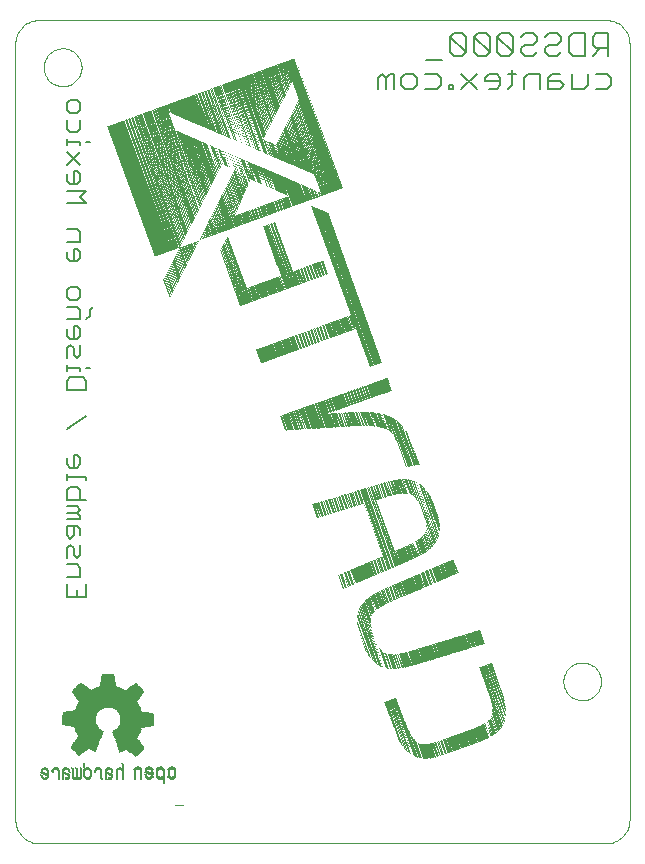
<source format=gbo>
G75*
G70*
%OFA0B0*%
%FSLAX24Y24*%
%IPPOS*%
%LPD*%
%AMOC8*
5,1,8,0,0,1.08239X$1,22.5*
%
%ADD10C,0.0000*%
%ADD11C,0.0070*%
%ADD12C,0.0060*%
%ADD13R,0.0020X0.0002*%
%ADD14R,0.0025X0.0003*%
%ADD15R,0.0030X0.0002*%
%ADD16R,0.0035X0.0003*%
%ADD17R,0.0042X0.0002*%
%ADD18R,0.0050X0.0003*%
%ADD19R,0.0060X0.0002*%
%ADD20R,0.0065X0.0003*%
%ADD21R,0.0067X0.0002*%
%ADD22R,0.0070X0.0003*%
%ADD23R,0.0072X0.0002*%
%ADD24R,0.0072X0.0003*%
%ADD25R,0.0075X0.0002*%
%ADD26R,0.0075X0.0003*%
%ADD27R,0.0012X0.0002*%
%ADD28R,0.0003X0.0002*%
%ADD29R,0.0010X0.0002*%
%ADD30R,0.0008X0.0002*%
%ADD31R,0.0002X0.0002*%
%ADD32R,0.0005X0.0002*%
%ADD33R,0.0007X0.0002*%
%ADD34R,0.0007X0.0003*%
%ADD35R,0.0083X0.0003*%
%ADD36R,0.0068X0.0003*%
%ADD37R,0.0078X0.0003*%
%ADD38R,0.0010X0.0003*%
%ADD39R,0.0005X0.0003*%
%ADD40R,0.0080X0.0003*%
%ADD41R,0.0038X0.0002*%
%ADD42R,0.0033X0.0002*%
%ADD43R,0.0043X0.0002*%
%ADD44R,0.0015X0.0002*%
%ADD45R,0.0093X0.0002*%
%ADD46R,0.0080X0.0002*%
%ADD47R,0.0090X0.0002*%
%ADD48R,0.0052X0.0003*%
%ADD49R,0.0077X0.0003*%
%ADD50R,0.0053X0.0003*%
%ADD51R,0.0018X0.0003*%
%ADD52R,0.0020X0.0003*%
%ADD53R,0.0097X0.0003*%
%ADD54R,0.0100X0.0003*%
%ADD55R,0.0085X0.0003*%
%ADD56R,0.0098X0.0003*%
%ADD57R,0.0023X0.0003*%
%ADD58R,0.0068X0.0002*%
%ADD59R,0.0077X0.0002*%
%ADD60R,0.0063X0.0002*%
%ADD61R,0.0023X0.0002*%
%ADD62R,0.0022X0.0002*%
%ADD63R,0.0105X0.0002*%
%ADD64R,0.0028X0.0002*%
%ADD65R,0.0025X0.0002*%
%ADD66R,0.0110X0.0002*%
%ADD67R,0.0092X0.0002*%
%ADD68R,0.0082X0.0003*%
%ADD69R,0.0017X0.0003*%
%ADD70R,0.0030X0.0003*%
%ADD71R,0.0027X0.0003*%
%ADD72R,0.0108X0.0003*%
%ADD73R,0.0033X0.0003*%
%ADD74R,0.0118X0.0003*%
%ADD75R,0.0113X0.0003*%
%ADD76R,0.0028X0.0003*%
%ADD77R,0.0102X0.0002*%
%ADD78R,0.0085X0.0002*%
%ADD79R,0.0103X0.0002*%
%ADD80R,0.0100X0.0002*%
%ADD81R,0.0037X0.0002*%
%ADD82R,0.0035X0.0002*%
%ADD83R,0.0117X0.0002*%
%ADD84R,0.0132X0.0002*%
%ADD85R,0.0108X0.0002*%
%ADD86R,0.0118X0.0002*%
%ADD87R,0.0128X0.0002*%
%ADD88R,0.0122X0.0003*%
%ADD89R,0.0205X0.0003*%
%ADD90R,0.0120X0.0003*%
%ADD91R,0.0040X0.0003*%
%ADD92R,0.0042X0.0003*%
%ADD93R,0.0043X0.0003*%
%ADD94R,0.0125X0.0003*%
%ADD95R,0.0142X0.0003*%
%ADD96R,0.0123X0.0003*%
%ADD97R,0.0128X0.0003*%
%ADD98R,0.0045X0.0003*%
%ADD99R,0.0135X0.0002*%
%ADD100R,0.0210X0.0002*%
%ADD101R,0.0048X0.0002*%
%ADD102R,0.0047X0.0002*%
%ADD103R,0.0045X0.0002*%
%ADD104R,0.0133X0.0002*%
%ADD105R,0.0055X0.0002*%
%ADD106R,0.0150X0.0002*%
%ADD107R,0.0262X0.0002*%
%ADD108R,0.0130X0.0002*%
%ADD109R,0.0050X0.0002*%
%ADD110R,0.0152X0.0002*%
%ADD111R,0.0215X0.0003*%
%ADD112R,0.0143X0.0003*%
%ADD113R,0.0055X0.0003*%
%ADD114R,0.0047X0.0003*%
%ADD115R,0.0135X0.0003*%
%ADD116R,0.0058X0.0003*%
%ADD117R,0.0158X0.0003*%
%ADD118R,0.0268X0.0003*%
%ADD119R,0.0132X0.0003*%
%ADD120R,0.0148X0.0002*%
%ADD121R,0.0217X0.0002*%
%ADD122R,0.0147X0.0002*%
%ADD123R,0.0058X0.0002*%
%ADD124R,0.0053X0.0002*%
%ADD125R,0.0138X0.0002*%
%ADD126R,0.0052X0.0002*%
%ADD127R,0.0162X0.0002*%
%ADD128R,0.0272X0.0002*%
%ADD129R,0.0152X0.0003*%
%ADD130R,0.0220X0.0003*%
%ADD131R,0.0153X0.0003*%
%ADD132R,0.0062X0.0003*%
%ADD133R,0.0063X0.0003*%
%ADD134R,0.0140X0.0003*%
%ADD135R,0.0060X0.0003*%
%ADD136R,0.0168X0.0003*%
%ADD137R,0.0278X0.0003*%
%ADD138R,0.0137X0.0003*%
%ADD139R,0.0165X0.0003*%
%ADD140R,0.0160X0.0002*%
%ADD141R,0.0222X0.0002*%
%ADD142R,0.0140X0.0002*%
%ADD143R,0.0172X0.0002*%
%ADD144R,0.0282X0.0002*%
%ADD145R,0.0170X0.0003*%
%ADD146R,0.0227X0.0003*%
%ADD147R,0.0167X0.0003*%
%ADD148R,0.0073X0.0003*%
%ADD149R,0.0180X0.0003*%
%ADD150R,0.0288X0.0003*%
%ADD151R,0.0178X0.0003*%
%ADD152R,0.0180X0.0002*%
%ADD153R,0.0235X0.0002*%
%ADD154R,0.0177X0.0002*%
%ADD155R,0.0078X0.0002*%
%ADD156R,0.0145X0.0002*%
%ADD157R,0.0057X0.0002*%
%ADD158R,0.0185X0.0002*%
%ADD159R,0.0292X0.0002*%
%ADD160R,0.0182X0.0002*%
%ADD161R,0.0188X0.0003*%
%ADD162R,0.0237X0.0003*%
%ADD163R,0.0183X0.0003*%
%ADD164R,0.0148X0.0003*%
%ADD165R,0.0057X0.0003*%
%ADD166R,0.0190X0.0003*%
%ADD167R,0.0295X0.0003*%
%ADD168R,0.0192X0.0002*%
%ADD169R,0.0240X0.0002*%
%ADD170R,0.0187X0.0002*%
%ADD171R,0.0195X0.0002*%
%ADD172R,0.0298X0.0002*%
%ADD173R,0.0198X0.0003*%
%ADD174R,0.0242X0.0003*%
%ADD175R,0.0193X0.0003*%
%ADD176R,0.0147X0.0003*%
%ADD177R,0.0200X0.0003*%
%ADD178R,0.0300X0.0003*%
%ADD179R,0.0150X0.0003*%
%ADD180R,0.0202X0.0002*%
%ADD181R,0.0242X0.0002*%
%ADD182R,0.0197X0.0002*%
%ADD183R,0.0205X0.0002*%
%ADD184R,0.0302X0.0002*%
%ADD185R,0.0200X0.0002*%
%ADD186R,0.0208X0.0003*%
%ADD187R,0.0245X0.0003*%
%ADD188R,0.0203X0.0003*%
%ADD189R,0.0210X0.0003*%
%ADD190R,0.0302X0.0003*%
%ADD191R,0.0202X0.0003*%
%ADD192R,0.0247X0.0002*%
%ADD193R,0.0207X0.0002*%
%ADD194R,0.0155X0.0002*%
%ADD195R,0.0215X0.0002*%
%ADD196R,0.0308X0.0002*%
%ADD197R,0.0252X0.0003*%
%ADD198R,0.0213X0.0003*%
%ADD199R,0.0155X0.0003*%
%ADD200R,0.0312X0.0003*%
%ADD201R,0.0220X0.0002*%
%ADD202R,0.0255X0.0002*%
%ADD203R,0.0158X0.0002*%
%ADD204R,0.0315X0.0002*%
%ADD205R,0.0153X0.0002*%
%ADD206R,0.0222X0.0003*%
%ADD207R,0.0257X0.0003*%
%ADD208R,0.0095X0.0003*%
%ADD209R,0.0102X0.0003*%
%ADD210R,0.0318X0.0003*%
%ADD211R,0.0107X0.0003*%
%ADD212R,0.0228X0.0002*%
%ADD213R,0.0257X0.0002*%
%ADD214R,0.0223X0.0002*%
%ADD215R,0.0095X0.0002*%
%ADD216R,0.0122X0.0002*%
%ADD217R,0.0082X0.0002*%
%ADD218R,0.0087X0.0002*%
%ADD219R,0.0098X0.0002*%
%ADD220R,0.0232X0.0003*%
%ADD221R,0.0260X0.0003*%
%ADD222R,0.0087X0.0003*%
%ADD223R,0.0238X0.0002*%
%ADD224R,0.0260X0.0002*%
%ADD225R,0.0233X0.0002*%
%ADD226R,0.0083X0.0002*%
%ADD227R,0.0073X0.0002*%
%ADD228R,0.0240X0.0003*%
%ADD229R,0.0262X0.0003*%
%ADD230R,0.0088X0.0003*%
%ADD231R,0.0245X0.0002*%
%ADD232R,0.0265X0.0002*%
%ADD233R,0.0243X0.0002*%
%ADD234R,0.0070X0.0002*%
%ADD235R,0.0065X0.0002*%
%ADD236R,0.0247X0.0003*%
%ADD237R,0.0265X0.0003*%
%ADD238R,0.0243X0.0003*%
%ADD239R,0.0250X0.0002*%
%ADD240R,0.0267X0.0002*%
%ADD241R,0.0250X0.0003*%
%ADD242R,0.0270X0.0003*%
%ADD243R,0.0067X0.0003*%
%ADD244R,0.0253X0.0002*%
%ADD245R,0.0062X0.0002*%
%ADD246R,0.0115X0.0003*%
%ADD247R,0.0130X0.0003*%
%ADD248R,0.0107X0.0002*%
%ADD249R,0.0105X0.0003*%
%ADD250R,0.0117X0.0003*%
%ADD251R,0.0115X0.0002*%
%ADD252R,0.0097X0.0002*%
%ADD253R,0.0103X0.0003*%
%ADD254R,0.0112X0.0003*%
%ADD255R,0.0090X0.0003*%
%ADD256R,0.0093X0.0003*%
%ADD257R,0.0092X0.0003*%
%ADD258R,0.0088X0.0002*%
%ADD259R,0.0012X0.0003*%
%ADD260R,0.0120X0.0002*%
%ADD261R,0.0125X0.0002*%
%ADD262R,0.0127X0.0002*%
%ADD263R,0.0127X0.0003*%
%ADD264R,0.0160X0.0003*%
%ADD265R,0.0163X0.0002*%
%ADD266R,0.0170X0.0002*%
%ADD267R,0.0145X0.0003*%
%ADD268R,0.0175X0.0002*%
%ADD269R,0.0188X0.0002*%
%ADD270R,0.0185X0.0003*%
%ADD271R,0.0207X0.0003*%
%ADD272R,0.0195X0.0003*%
%ADD273R,0.0208X0.0002*%
%ADD274R,0.0190X0.0002*%
%ADD275R,0.0187X0.0003*%
%ADD276R,0.0175X0.0003*%
%ADD277R,0.0173X0.0003*%
%ADD278R,0.0165X0.0002*%
%ADD279R,0.0235X0.0003*%
%ADD280R,0.0248X0.0003*%
%ADD281R,0.0143X0.0002*%
%ADD282R,0.0255X0.0003*%
%ADD283R,0.0275X0.0002*%
%ADD284R,0.0113X0.0002*%
%ADD285R,0.0110X0.0003*%
%ADD286R,0.0013X0.0002*%
%ADD287R,0.0178X0.0002*%
%ADD288R,0.0015X0.0003*%
%ADD289R,0.0040X0.0002*%
%ADD290R,0.0027X0.0002*%
%ADD291R,0.0048X0.0003*%
%ADD292R,0.0032X0.0003*%
%ADD293R,0.0038X0.0003*%
%ADD294R,0.0138X0.0003*%
%ADD295R,0.0123X0.0002*%
%ADD296R,0.0212X0.0002*%
%ADD297R,0.0238X0.0003*%
%ADD298R,0.0252X0.0002*%
%ADD299R,0.0258X0.0002*%
%ADD300R,0.0203X0.0002*%
%ADD301R,0.0197X0.0003*%
%ADD302R,0.0198X0.0002*%
%ADD303R,0.0230X0.0003*%
%ADD304R,0.0233X0.0003*%
%ADD305R,0.0193X0.0002*%
%ADD306R,0.0230X0.0002*%
%ADD307R,0.0223X0.0003*%
%ADD308R,0.0228X0.0003*%
%ADD309R,0.0182X0.0003*%
%ADD310R,0.0218X0.0003*%
%ADD311R,0.0172X0.0003*%
%ADD312R,0.0227X0.0002*%
%ADD313R,0.0167X0.0002*%
%ADD314R,0.0218X0.0002*%
%ADD315R,0.0168X0.0002*%
%ADD316R,0.0225X0.0003*%
%ADD317R,0.0163X0.0003*%
%ADD318R,0.0162X0.0003*%
%ADD319R,0.0157X0.0002*%
%ADD320R,0.0213X0.0002*%
%ADD321R,0.0137X0.0002*%
%ADD322R,0.0112X0.0002*%
%ADD323R,0.0192X0.0003*%
%ADD324R,0.0017X0.0002*%
%ADD325R,0.0013X0.0003*%
%ADD326R,0.0022X0.0003*%
%ADD327R,0.0037X0.0003*%
%ADD328R,0.0032X0.0002*%
%ADD329R,0.0157X0.0003*%
%ADD330R,0.0217X0.0003*%
%ADD331R,0.0177X0.0003*%
%ADD332R,0.0183X0.0002*%
%ADD333R,0.0272X0.0003*%
%ADD334R,0.0280X0.0002*%
%ADD335R,0.0285X0.0003*%
%ADD336R,0.0287X0.0002*%
%ADD337R,0.0293X0.0003*%
%ADD338R,0.0212X0.0003*%
%ADD339R,0.0300X0.0002*%
%ADD340R,0.0310X0.0003*%
%ADD341R,0.0318X0.0002*%
%ADD342R,0.0322X0.0003*%
%ADD343R,0.0328X0.0002*%
%ADD344R,0.0332X0.0003*%
%ADD345R,0.0253X0.0003*%
%ADD346R,0.0340X0.0002*%
%ADD347R,0.0345X0.0003*%
%ADD348R,0.0263X0.0003*%
%ADD349R,0.0353X0.0002*%
%ADD350R,0.0270X0.0002*%
%ADD351R,0.0360X0.0003*%
%ADD352R,0.0365X0.0002*%
%ADD353R,0.0370X0.0003*%
%ADD354R,0.0372X0.0002*%
%ADD355R,0.0380X0.0003*%
%ADD356R,0.0298X0.0003*%
%ADD357R,0.0390X0.0002*%
%ADD358R,0.0305X0.0002*%
%ADD359R,0.0397X0.0003*%
%ADD360R,0.0008X0.0003*%
%ADD361R,0.0315X0.0003*%
%ADD362R,0.0403X0.0002*%
%ADD363R,0.0320X0.0002*%
%ADD364R,0.0405X0.0003*%
%ADD365R,0.0323X0.0003*%
%ADD366R,0.0410X0.0002*%
%ADD367R,0.0327X0.0002*%
%ADD368R,0.0418X0.0003*%
%ADD369R,0.0335X0.0003*%
%ADD370R,0.0422X0.0002*%
%ADD371R,0.0430X0.0003*%
%ADD372R,0.0348X0.0003*%
%ADD373R,0.0437X0.0002*%
%ADD374R,0.0355X0.0002*%
%ADD375R,0.0445X0.0003*%
%ADD376R,0.0450X0.0002*%
%ADD377R,0.0452X0.0003*%
%ADD378R,0.0367X0.0003*%
%ADD379R,0.0458X0.0002*%
%ADD380R,0.0373X0.0002*%
%ADD381R,0.0462X0.0003*%
%ADD382R,0.0470X0.0002*%
%ADD383R,0.0385X0.0002*%
%ADD384R,0.0480X0.0003*%
%ADD385R,0.0392X0.0003*%
%ADD386R,0.0483X0.0002*%
%ADD387R,0.0398X0.0002*%
%ADD388R,0.0487X0.0003*%
%ADD389R,0.0402X0.0003*%
%ADD390R,0.0495X0.0002*%
%ADD391R,0.0405X0.0002*%
%ADD392R,0.0500X0.0003*%
%ADD393R,0.0410X0.0003*%
%ADD394R,0.0508X0.0002*%
%ADD395R,0.0417X0.0002*%
%ADD396R,0.0515X0.0003*%
%ADD397R,0.0425X0.0003*%
%ADD398R,0.0523X0.0002*%
%ADD399R,0.0430X0.0002*%
%ADD400R,0.0527X0.0003*%
%ADD401R,0.0438X0.0003*%
%ADD402R,0.0533X0.0002*%
%ADD403R,0.0442X0.0002*%
%ADD404R,0.0535X0.0003*%
%ADD405R,0.0540X0.0002*%
%ADD406R,0.0548X0.0003*%
%ADD407R,0.0457X0.0003*%
%ADD408R,0.0555X0.0002*%
%ADD409R,0.0465X0.0002*%
%ADD410R,0.0560X0.0003*%
%ADD411R,0.0472X0.0003*%
%ADD412R,0.0565X0.0002*%
%ADD413R,0.0478X0.0002*%
%ADD414R,0.0570X0.0003*%
%ADD415R,0.0817X0.0002*%
%ADD416R,0.0482X0.0002*%
%ADD417R,0.0820X0.0003*%
%ADD418R,0.0490X0.0003*%
%ADD419R,0.0825X0.0002*%
%ADD420R,0.0497X0.0002*%
%ADD421R,0.0828X0.0003*%
%ADD422R,0.0502X0.0003*%
%ADD423R,0.0830X0.0002*%
%ADD424R,0.0835X0.0003*%
%ADD425R,0.0512X0.0003*%
%ADD426R,0.0835X0.0002*%
%ADD427R,0.0225X0.0002*%
%ADD428R,0.0518X0.0002*%
%ADD429R,0.0840X0.0003*%
%ADD430R,0.0522X0.0003*%
%ADD431R,0.0840X0.0002*%
%ADD432R,0.0530X0.0002*%
%ADD433R,0.0845X0.0003*%
%ADD434R,0.0537X0.0003*%
%ADD435R,0.0845X0.0002*%
%ADD436R,0.0542X0.0002*%
%ADD437R,0.0848X0.0003*%
%ADD438R,0.0550X0.0003*%
%ADD439R,0.0850X0.0002*%
%ADD440R,0.0850X0.0003*%
%ADD441R,0.0823X0.0003*%
%ADD442R,0.0852X0.0002*%
%ADD443R,0.0852X0.0003*%
%ADD444R,0.0832X0.0002*%
%ADD445R,0.0855X0.0003*%
%ADD446R,0.0855X0.0002*%
%ADD447R,0.0837X0.0003*%
%ADD448R,0.0843X0.0003*%
%ADD449R,0.0848X0.0002*%
%ADD450R,0.0858X0.0003*%
%ADD451R,0.0860X0.0002*%
%ADD452R,0.0857X0.0003*%
%ADD453R,0.0860X0.0003*%
%ADD454R,0.0865X0.0002*%
%ADD455R,0.0865X0.0003*%
%ADD456R,0.0853X0.0002*%
%ADD457R,0.0867X0.0003*%
%ADD458R,0.0867X0.0002*%
%ADD459R,0.0870X0.0003*%
%ADD460R,0.0870X0.0002*%
%ADD461R,0.0847X0.0002*%
%ADD462R,0.0868X0.0002*%
%ADD463R,0.0842X0.0002*%
%ADD464R,0.0838X0.0002*%
%ADD465R,0.0868X0.0003*%
%ADD466R,0.0838X0.0003*%
%ADD467R,0.0837X0.0002*%
%ADD468R,0.0833X0.0003*%
%ADD469R,0.0833X0.0002*%
%ADD470R,0.0863X0.0002*%
%ADD471R,0.0830X0.0003*%
%ADD472R,0.0863X0.0003*%
%ADD473R,0.0862X0.0002*%
%ADD474R,0.0827X0.0002*%
%ADD475R,0.0857X0.0002*%
%ADD476R,0.0827X0.0003*%
%ADD477R,0.0858X0.0002*%
%ADD478R,0.0825X0.0003*%
%ADD479R,0.0823X0.0002*%
%ADD480R,0.0822X0.0002*%
%ADD481R,0.0853X0.0003*%
%ADD482R,0.0820X0.0002*%
%ADD483R,0.0817X0.0003*%
%ADD484R,0.0818X0.0002*%
%ADD485R,0.0815X0.0003*%
%ADD486R,0.0847X0.0003*%
%ADD487R,0.0815X0.0002*%
%ADD488R,0.0812X0.0003*%
%ADD489R,0.0813X0.0003*%
%ADD490R,0.0808X0.0002*%
%ADD491R,0.0805X0.0003*%
%ADD492R,0.0805X0.0002*%
%ADD493R,0.0842X0.0003*%
%ADD494R,0.0802X0.0003*%
%ADD495R,0.0803X0.0003*%
%ADD496R,0.0802X0.0002*%
%ADD497R,0.0800X0.0002*%
%ADD498R,0.0800X0.0003*%
%ADD499R,0.0797X0.0003*%
%ADD500R,0.0798X0.0003*%
%ADD501R,0.0832X0.0003*%
%ADD502R,0.0798X0.0002*%
%ADD503R,0.0795X0.0003*%
%ADD504R,0.0795X0.0002*%
%ADD505R,0.0792X0.0003*%
%ADD506R,0.0790X0.0002*%
%ADD507R,0.0787X0.0003*%
%ADD508R,0.0788X0.0002*%
%ADD509R,0.0788X0.0003*%
%ADD510R,0.0785X0.0002*%
%ADD511R,0.0785X0.0003*%
%ADD512R,0.0783X0.0002*%
%ADD513R,0.0782X0.0003*%
%ADD514R,0.0822X0.0003*%
%ADD515R,0.0780X0.0002*%
%ADD516R,0.0783X0.0003*%
%ADD517R,0.0780X0.0003*%
%ADD518R,0.0777X0.0003*%
%ADD519R,0.0777X0.0002*%
%ADD520R,0.0775X0.0003*%
%ADD521R,0.0818X0.0003*%
%ADD522R,0.0772X0.0002*%
%ADD523R,0.0773X0.0003*%
%ADD524R,0.0770X0.0002*%
%ADD525R,0.0770X0.0003*%
%ADD526R,0.0767X0.0002*%
%ADD527R,0.0812X0.0002*%
%ADD528R,0.0768X0.0003*%
%ADD529R,0.0807X0.0002*%
%ADD530R,0.0765X0.0003*%
%ADD531R,0.0765X0.0002*%
%ADD532R,0.0763X0.0002*%
%ADD533R,0.0762X0.0002*%
%ADD534R,0.0760X0.0003*%
%ADD535R,0.0760X0.0002*%
%ADD536R,0.0758X0.0003*%
%ADD537R,0.0755X0.0002*%
%ADD538R,0.0803X0.0002*%
%ADD539R,0.0755X0.0003*%
%ADD540R,0.0753X0.0002*%
%ADD541R,0.0752X0.0002*%
%ADD542R,0.0750X0.0003*%
%ADD543R,0.0750X0.0002*%
%ADD544R,0.0747X0.0003*%
%ADD545R,0.0748X0.0002*%
%ADD546R,0.0792X0.0002*%
%ADD547R,0.0745X0.0003*%
%ADD548R,0.0747X0.0002*%
%ADD549R,0.0793X0.0002*%
%ADD550R,0.0790X0.0003*%
%ADD551R,0.0745X0.0002*%
%ADD552R,0.0748X0.0003*%
%ADD553R,0.0752X0.0003*%
%ADD554R,0.0758X0.0002*%
%ADD555R,0.0782X0.0002*%
%ADD556R,0.0778X0.0003*%
%ADD557R,0.0775X0.0002*%
%ADD558R,0.0778X0.0002*%
%ADD559R,0.0787X0.0002*%
%ADD560R,0.0808X0.0003*%
%ADD561R,0.0810X0.0002*%
%ADD562R,0.0797X0.0002*%
%ADD563R,0.0828X0.0002*%
%ADD564R,0.0872X0.0002*%
%ADD565R,0.0872X0.0003*%
%ADD566R,0.0875X0.0002*%
%ADD567R,0.0880X0.0003*%
%ADD568R,0.0880X0.0002*%
%ADD569R,0.0883X0.0003*%
%ADD570R,0.0887X0.0002*%
%ADD571R,0.0887X0.0003*%
%ADD572R,0.0890X0.0002*%
%ADD573R,0.0873X0.0002*%
%ADD574R,0.0893X0.0003*%
%ADD575R,0.0875X0.0003*%
%ADD576R,0.0895X0.0002*%
%ADD577R,0.0877X0.0002*%
%ADD578R,0.0895X0.0003*%
%ADD579R,0.0898X0.0002*%
%ADD580R,0.0898X0.0003*%
%ADD581R,0.0900X0.0002*%
%ADD582R,0.0883X0.0002*%
%ADD583R,0.0902X0.0003*%
%ADD584R,0.0885X0.0003*%
%ADD585R,0.0902X0.0002*%
%ADD586R,0.0885X0.0002*%
%ADD587R,0.0905X0.0003*%
%ADD588R,0.0905X0.0002*%
%ADD589R,0.0907X0.0003*%
%ADD590R,0.0890X0.0003*%
%ADD591R,0.0910X0.0002*%
%ADD592R,0.0893X0.0002*%
%ADD593R,0.0913X0.0003*%
%ADD594R,0.0913X0.0002*%
%ADD595R,0.0897X0.0002*%
%ADD596R,0.0917X0.0003*%
%ADD597R,0.0900X0.0003*%
%ADD598R,0.0917X0.0002*%
%ADD599R,0.0903X0.0002*%
%ADD600R,0.0920X0.0003*%
%ADD601R,0.0920X0.0002*%
%ADD602R,0.0907X0.0002*%
%ADD603R,0.0923X0.0003*%
%ADD604R,0.0923X0.0002*%
%ADD605R,0.0925X0.0003*%
%ADD606R,0.0925X0.0002*%
%ADD607R,0.0922X0.0003*%
%ADD608R,0.0915X0.0002*%
%ADD609R,0.0912X0.0003*%
%ADD610R,0.0892X0.0002*%
%ADD611R,0.0878X0.0002*%
%ADD612R,0.0877X0.0003*%
%ADD613R,0.0843X0.0002*%
%ADD614R,0.0810X0.0003*%
%ADD615R,0.0793X0.0003*%
%ADD616R,0.0773X0.0002*%
%ADD617R,0.0935X0.0002*%
%ADD618R,0.0950X0.0003*%
%ADD619R,0.0960X0.0002*%
%ADD620R,0.0967X0.0003*%
%ADD621R,0.0975X0.0002*%
%ADD622R,0.0983X0.0003*%
%ADD623R,0.1000X0.0002*%
%ADD624R,0.1022X0.0003*%
%ADD625R,0.1037X0.0002*%
%ADD626R,0.1050X0.0003*%
%ADD627R,0.0878X0.0003*%
%ADD628R,0.1055X0.0002*%
%ADD629R,0.1063X0.0003*%
%ADD630R,0.0892X0.0003*%
%ADD631R,0.1075X0.0002*%
%ADD632R,0.1095X0.0003*%
%ADD633R,0.0928X0.0003*%
%ADD634R,0.1115X0.0002*%
%ADD635R,0.0950X0.0002*%
%ADD636R,0.1122X0.0003*%
%ADD637R,0.0965X0.0003*%
%ADD638R,0.1128X0.0002*%
%ADD639R,0.1130X0.0003*%
%ADD640R,0.0982X0.0003*%
%ADD641R,0.1132X0.0002*%
%ADD642R,0.0992X0.0002*%
%ADD643R,0.1135X0.0003*%
%ADD644R,0.1010X0.0003*%
%ADD645R,0.1135X0.0002*%
%ADD646R,0.1033X0.0002*%
%ADD647R,0.1138X0.0003*%
%ADD648R,0.1055X0.0003*%
%ADD649R,0.1140X0.0002*%
%ADD650R,0.1065X0.0002*%
%ADD651R,0.1140X0.0003*%
%ADD652R,0.1075X0.0003*%
%ADD653R,0.1083X0.0002*%
%ADD654R,0.1092X0.0003*%
%ADD655R,0.1137X0.0002*%
%ADD656R,0.1108X0.0002*%
%ADD657R,0.1137X0.0003*%
%ADD658R,0.1118X0.0003*%
%ADD659R,0.1138X0.0002*%
%ADD660R,0.1117X0.0002*%
%ADD661R,0.1120X0.0003*%
%ADD662R,0.1122X0.0002*%
%ADD663R,0.1123X0.0003*%
%ADD664R,0.1133X0.0002*%
%ADD665R,0.1125X0.0002*%
%ADD666R,0.1133X0.0003*%
%ADD667R,0.1128X0.0003*%
%ADD668R,0.1130X0.0002*%
%ADD669R,0.1125X0.0003*%
%ADD670R,0.1123X0.0002*%
%ADD671R,0.1127X0.0003*%
%ADD672R,0.1120X0.0002*%
%ADD673R,0.1118X0.0002*%
%ADD674R,0.1117X0.0003*%
%ADD675R,0.1115X0.0003*%
%ADD676R,0.1112X0.0003*%
%ADD677R,0.1112X0.0002*%
%ADD678R,0.1110X0.0002*%
%ADD679R,0.1110X0.0003*%
%ADD680R,0.1107X0.0002*%
%ADD681R,0.1107X0.0003*%
%ADD682R,0.1105X0.0003*%
%ADD683R,0.1105X0.0002*%
%ADD684R,0.1108X0.0003*%
%ADD685R,0.1113X0.0003*%
%ADD686R,0.1113X0.0002*%
%ADD687R,0.1127X0.0002*%
%ADD688R,0.1132X0.0003*%
%ADD689R,0.1143X0.0003*%
%ADD690R,0.1143X0.0002*%
%ADD691R,0.1145X0.0003*%
%ADD692R,0.1148X0.0002*%
%ADD693R,0.1088X0.0003*%
%ADD694R,0.1067X0.0002*%
%ADD695R,0.1147X0.0002*%
%ADD696R,0.1042X0.0003*%
%ADD697R,0.1147X0.0003*%
%ADD698R,0.1027X0.0002*%
%ADD699R,0.1145X0.0002*%
%ADD700R,0.1020X0.0003*%
%ADD701R,0.1148X0.0003*%
%ADD702R,0.1010X0.0002*%
%ADD703R,0.1002X0.0003*%
%ADD704R,0.0985X0.0002*%
%ADD705R,0.0960X0.0003*%
%ADD706R,0.1142X0.0003*%
%ADD707R,0.0945X0.0002*%
%ADD708R,0.0932X0.0003*%
%ADD709R,0.0918X0.0003*%
%ADD710R,0.1097X0.0003*%
%ADD711R,0.1065X0.0003*%
%ADD712R,0.1042X0.0002*%
%ADD713R,0.1033X0.0003*%
%ADD714R,0.1012X0.0002*%
%ADD715R,0.0992X0.0003*%
%ADD716R,0.0983X0.0002*%
%ADD717R,0.0975X0.0003*%
%ADD718R,0.0970X0.0002*%
%ADD719R,0.0962X0.0003*%
%ADD720R,0.0948X0.0002*%
%ADD721R,0.0927X0.0003*%
%ADD722R,0.0903X0.0003*%
%ADD723R,0.0862X0.0003*%
%ADD724R,0.0882X0.0003*%
%ADD725R,0.0888X0.0003*%
%ADD726R,0.0897X0.0003*%
%ADD727R,0.0912X0.0002*%
%ADD728R,0.0933X0.0003*%
%ADD729R,0.0940X0.0002*%
%ADD730R,0.0945X0.0003*%
%ADD731R,0.0947X0.0003*%
%ADD732R,0.0952X0.0002*%
%ADD733R,0.0952X0.0003*%
%ADD734R,0.0955X0.0003*%
%ADD735R,0.0957X0.0002*%
%ADD736R,0.0970X0.0003*%
%ADD737R,0.1018X0.0003*%
%ADD738R,0.1030X0.0003*%
%ADD739R,0.1035X0.0002*%
%ADD740R,0.1050X0.0002*%
%ADD741R,0.2115X0.0003*%
%ADD742R,0.2113X0.0002*%
%ADD743R,0.2110X0.0003*%
%ADD744R,0.2110X0.0002*%
%ADD745R,0.2107X0.0003*%
%ADD746R,0.2103X0.0002*%
%ADD747R,0.2100X0.0003*%
%ADD748R,0.2097X0.0002*%
%ADD749R,0.2093X0.0003*%
%ADD750R,0.2093X0.0002*%
%ADD751R,0.2090X0.0003*%
%ADD752R,0.2087X0.0002*%
%ADD753R,0.2085X0.0003*%
%ADD754R,0.2085X0.0002*%
%ADD755R,0.2080X0.0002*%
%ADD756R,0.2080X0.0003*%
%ADD757R,0.2075X0.0003*%
%ADD758R,0.2073X0.0002*%
%ADD759R,0.2070X0.0003*%
%ADD760R,0.2065X0.0002*%
%ADD761R,0.2063X0.0003*%
%ADD762R,0.2060X0.0002*%
%ADD763R,0.2055X0.0003*%
%ADD764R,0.2055X0.0002*%
%ADD765R,0.2050X0.0003*%
%ADD766R,0.2050X0.0002*%
%ADD767R,0.2047X0.0002*%
%ADD768R,0.2045X0.0003*%
%ADD769R,0.2043X0.0002*%
%ADD770R,0.2040X0.0003*%
%ADD771R,0.2037X0.0002*%
%ADD772R,0.2033X0.0003*%
%ADD773R,0.2033X0.0002*%
%ADD774R,0.2027X0.0003*%
%ADD775R,0.2025X0.0002*%
%ADD776R,0.2023X0.0003*%
%ADD777R,0.2020X0.0002*%
%ADD778R,0.2020X0.0003*%
%ADD779R,0.2015X0.0002*%
%ADD780R,0.2015X0.0003*%
%ADD781R,0.2013X0.0002*%
%ADD782R,0.2010X0.0003*%
%ADD783R,0.2007X0.0002*%
%ADD784R,0.2003X0.0003*%
%ADD785R,0.2000X0.0002*%
%ADD786R,0.1997X0.0003*%
%ADD787R,0.1993X0.0002*%
%ADD788R,0.1990X0.0003*%
%ADD789R,0.1987X0.0002*%
%ADD790R,0.1985X0.0003*%
%ADD791R,0.1985X0.0002*%
%ADD792R,0.1980X0.0003*%
%ADD793R,0.1980X0.0002*%
%ADD794R,0.1975X0.0003*%
%ADD795R,0.1973X0.0002*%
%ADD796R,0.1967X0.0003*%
%ADD797R,0.1963X0.0002*%
%ADD798R,0.1960X0.0003*%
%ADD799R,0.1957X0.0002*%
%ADD800R,0.1955X0.0003*%
%ADD801R,0.1950X0.0002*%
%ADD802R,0.1950X0.0003*%
%ADD803R,0.1947X0.0002*%
%ADD804R,0.1947X0.0003*%
%ADD805R,0.1943X0.0002*%
%ADD806R,0.1943X0.0003*%
%ADD807R,0.1940X0.0002*%
%ADD808R,0.1940X0.0003*%
%ADD809R,0.1937X0.0003*%
%ADD810R,0.1937X0.0002*%
%ADD811R,0.1945X0.0003*%
%ADD812R,0.1953X0.0002*%
%ADD813R,0.1957X0.0003*%
%ADD814R,0.1960X0.0002*%
%ADD815R,0.1965X0.0003*%
%ADD816R,0.1965X0.0002*%
%ADD817R,0.1970X0.0003*%
%ADD818R,0.1970X0.0002*%
%ADD819R,0.1983X0.0003*%
%ADD820R,0.1993X0.0003*%
%ADD821R,0.1995X0.0002*%
%ADD822R,0.2007X0.0003*%
%ADD823R,0.2017X0.0003*%
%ADD824R,0.2023X0.0002*%
%ADD825R,0.2030X0.0002*%
%ADD826R,0.2035X0.0002*%
%ADD827R,0.2037X0.0003*%
%ADD828R,0.2047X0.0003*%
%ADD829R,0.2067X0.0003*%
%ADD830R,0.2095X0.0002*%
%ADD831R,0.2097X0.0003*%
%ADD832R,0.2100X0.0002*%
%ADD833R,0.2103X0.0003*%
%ADD834R,0.2105X0.0002*%
%ADD835R,0.2112X0.0002*%
%ADD836R,0.2118X0.0003*%
%ADD837R,0.2122X0.0002*%
%ADD838R,0.2125X0.0003*%
%ADD839R,0.2130X0.0002*%
%ADD840R,0.2133X0.0003*%
%ADD841R,0.2135X0.0002*%
%ADD842R,0.2140X0.0003*%
%ADD843R,0.2142X0.0002*%
%ADD844R,0.2148X0.0003*%
%ADD845R,0.2150X0.0002*%
%ADD846R,0.2152X0.0003*%
%ADD847R,0.2158X0.0002*%
%ADD848R,0.2160X0.0003*%
%ADD849R,0.2165X0.0002*%
%ADD850R,0.2168X0.0003*%
%ADD851R,0.2170X0.0002*%
%ADD852R,0.2172X0.0003*%
%ADD853R,0.2178X0.0002*%
%ADD854R,0.2180X0.0003*%
%ADD855R,0.2185X0.0002*%
%ADD856R,0.2188X0.0003*%
%ADD857R,0.2192X0.0002*%
%ADD858R,0.2195X0.0003*%
%ADD859R,0.2200X0.0002*%
%ADD860R,0.2200X0.0003*%
%ADD861R,0.2205X0.0002*%
%ADD862R,0.2210X0.0003*%
%ADD863R,0.2215X0.0002*%
%ADD864R,0.2215X0.0003*%
%ADD865R,0.2220X0.0002*%
%ADD866R,0.2225X0.0003*%
%ADD867R,0.2228X0.0002*%
%ADD868R,0.2232X0.0003*%
%ADD869R,0.2232X0.0002*%
%ADD870R,0.2238X0.0003*%
%ADD871R,0.2242X0.0002*%
%ADD872R,0.2245X0.0003*%
%ADD873R,0.2250X0.0002*%
%ADD874R,0.2250X0.0003*%
%ADD875R,0.2255X0.0002*%
%ADD876R,0.2260X0.0003*%
%ADD877R,0.2262X0.0002*%
%ADD878R,0.2268X0.0003*%
%ADD879R,0.2268X0.0002*%
%ADD880R,0.2272X0.0003*%
%ADD881R,0.2275X0.0002*%
%ADD882R,0.2280X0.0003*%
%ADD883R,0.2283X0.0002*%
%ADD884R,0.2287X0.0003*%
%ADD885R,0.2290X0.0002*%
%ADD886R,0.2295X0.0003*%
%ADD887R,0.2298X0.0002*%
%ADD888R,0.2300X0.0003*%
%ADD889R,0.2305X0.0002*%
%ADD890R,0.2310X0.0003*%
%ADD891R,0.2313X0.0002*%
%ADD892R,0.2317X0.0003*%
%ADD893R,0.2317X0.0002*%
%ADD894R,0.2323X0.0003*%
%ADD895R,0.2325X0.0002*%
%ADD896R,0.2330X0.0003*%
%ADD897R,0.2335X0.0002*%
%ADD898R,0.2337X0.0003*%
%ADD899R,0.2343X0.0002*%
%ADD900R,0.2345X0.0003*%
%ADD901R,0.2347X0.0002*%
%ADD902R,0.2353X0.0003*%
%ADD903R,0.2353X0.0002*%
%ADD904R,0.2357X0.0003*%
%ADD905R,0.2360X0.0002*%
%ADD906R,0.2365X0.0003*%
%ADD907R,0.2367X0.0002*%
%ADD908R,0.2370X0.0003*%
%ADD909R,0.2373X0.0002*%
%ADD910R,0.2377X0.0003*%
%ADD911R,0.2380X0.0002*%
%ADD912R,0.2380X0.0003*%
%ADD913R,0.2382X0.0002*%
%ADD914R,0.2382X0.0003*%
%ADD915R,0.2378X0.0003*%
%ADD916R,0.2375X0.0002*%
%ADD917R,0.2368X0.0002*%
%ADD918R,0.2362X0.0003*%
%ADD919R,0.2355X0.0003*%
%ADD920R,0.2350X0.0002*%
%ADD921R,0.2348X0.0003*%
%ADD922R,0.2342X0.0002*%
%ADD923R,0.2340X0.0003*%
%ADD924R,0.0577X0.0003*%
%ADD925R,0.1740X0.0003*%
%ADD926R,0.0570X0.0002*%
%ADD927R,0.1732X0.0002*%
%ADD928R,0.0562X0.0003*%
%ADD929R,0.1723X0.0003*%
%ADD930R,0.0595X0.0002*%
%ADD931R,0.1100X0.0003*%
%ADD932R,0.0587X0.0003*%
%ADD933R,0.0545X0.0002*%
%ADD934R,0.1095X0.0002*%
%ADD935R,0.0583X0.0002*%
%ADD936R,0.0543X0.0003*%
%ADD937R,0.1087X0.0003*%
%ADD938R,0.0535X0.0002*%
%ADD939R,0.1080X0.0002*%
%ADD940R,0.0573X0.0002*%
%ADD941R,0.1067X0.0003*%
%ADD942R,0.0565X0.0003*%
%ADD943R,0.0520X0.0002*%
%ADD944R,0.1053X0.0002*%
%ADD945R,0.0558X0.0002*%
%ADD946R,0.1043X0.0003*%
%ADD947R,0.0512X0.0002*%
%ADD948R,0.0508X0.0003*%
%ADD949R,0.0545X0.0003*%
%ADD950R,0.0502X0.0002*%
%ADD951R,0.1023X0.0002*%
%ADD952R,0.0537X0.0002*%
%ADD953R,0.0495X0.0003*%
%ADD954R,0.1013X0.0003*%
%ADD955R,0.0533X0.0003*%
%ADD956R,0.0487X0.0002*%
%ADD957R,0.0997X0.0002*%
%ADD958R,0.0475X0.0002*%
%ADD959R,0.0973X0.0002*%
%ADD960R,0.0470X0.0003*%
%ADD961R,0.0505X0.0003*%
%ADD962R,0.0468X0.0002*%
%ADD963R,0.0500X0.0002*%
%ADD964R,0.0953X0.0003*%
%ADD965R,0.0455X0.0002*%
%ADD966R,0.0937X0.0002*%
%ADD967R,0.0440X0.0002*%
%ADD968R,0.0472X0.0002*%
%ADD969R,0.0437X0.0003*%
%ADD970R,0.0468X0.0003*%
%ADD971R,0.0433X0.0002*%
%ADD972R,0.0462X0.0002*%
%ADD973R,0.0427X0.0003*%
%ADD974R,0.0460X0.0003*%
%ADD975R,0.0420X0.0002*%
%ADD976R,0.0412X0.0003*%
%ADD977R,0.0447X0.0003*%
%ADD978R,0.0408X0.0002*%
%ADD979R,0.0400X0.0003*%
%ADD980R,0.0395X0.0002*%
%ADD981R,0.0813X0.0002*%
%ADD982R,0.0428X0.0002*%
%ADD983R,0.0390X0.0003*%
%ADD984R,0.0422X0.0003*%
%ADD985R,0.0387X0.0002*%
%ADD986R,0.0418X0.0002*%
%ADD987R,0.0365X0.0003*%
%ADD988R,0.0740X0.0003*%
%ADD989R,0.0395X0.0003*%
%ADD990R,0.0358X0.0002*%
%ADD991R,0.0727X0.0002*%
%ADD992R,0.0355X0.0003*%
%ADD993R,0.0720X0.0003*%
%ADD994R,0.0385X0.0003*%
%ADD995R,0.0350X0.0002*%
%ADD996R,0.0710X0.0002*%
%ADD997R,0.0380X0.0002*%
%ADD998R,0.0700X0.0003*%
%ADD999R,0.0378X0.0003*%
%ADD1000R,0.0683X0.0002*%
%ADD1001R,0.0370X0.0002*%
%ADD1002R,0.0333X0.0003*%
%ADD1003R,0.0652X0.0003*%
%ADD1004R,0.0363X0.0003*%
%ADD1005R,0.0323X0.0002*%
%ADD1006R,0.0628X0.0002*%
%ADD1007R,0.0317X0.0003*%
%ADD1008R,0.0612X0.0003*%
%ADD1009R,0.0347X0.0003*%
%ADD1010R,0.0602X0.0002*%
%ADD1011R,0.0343X0.0002*%
%ADD1012R,0.0592X0.0003*%
%ADD1013R,0.0340X0.0003*%
%ADD1014R,0.0575X0.0002*%
%ADD1015R,0.0335X0.0002*%
%ADD1016R,0.0328X0.0003*%
%ADD1017R,0.0288X0.0002*%
%ADD1018R,0.0553X0.0002*%
%ADD1019R,0.0280X0.0003*%
%ADD1020R,0.0547X0.0003*%
%ADD1021R,0.0295X0.0002*%
%ADD1022R,0.0540X0.0003*%
%ADD1023R,0.0290X0.0003*%
%ADD1024R,0.0277X0.0002*%
%ADD1025R,0.0273X0.0003*%
%ADD1026R,0.0538X0.0002*%
%ADD1027R,0.0538X0.0003*%
%ADD1028R,0.0532X0.0003*%
%ADD1029R,0.0532X0.0002*%
%ADD1030R,0.0528X0.0003*%
%ADD1031R,0.0528X0.0002*%
%ADD1032R,0.0525X0.0003*%
%ADD1033R,0.0525X0.0002*%
%ADD1034R,0.0133X0.0003*%
%ADD1035R,0.0523X0.0003*%
%ADD1036R,0.0517X0.0003*%
%ADD1037R,0.0517X0.0002*%
%ADD1038R,0.0515X0.0002*%
%ADD1039R,0.0513X0.0002*%
%ADD1040R,0.0513X0.0003*%
%ADD1041R,0.0510X0.0002*%
%ADD1042R,0.0507X0.0003*%
%ADD1043R,0.0507X0.0002*%
%ADD1044R,0.0505X0.0002*%
%ADD1045R,0.0497X0.0003*%
%ADD1046R,0.0493X0.0003*%
%ADD1047R,0.0493X0.0002*%
%ADD1048R,0.0490X0.0002*%
%ADD1049R,0.0485X0.0003*%
%ADD1050R,0.0485X0.0002*%
%ADD1051R,0.0480X0.0002*%
%ADD1052R,0.0477X0.0002*%
%ADD1053R,0.0477X0.0003*%
%ADD1054R,0.0475X0.0003*%
%ADD1055R,0.0473X0.0003*%
%ADD1056R,0.0473X0.0002*%
%ADD1057R,0.0467X0.0003*%
%ADD1058R,0.0467X0.0002*%
%ADD1059R,0.0465X0.0003*%
%ADD1060R,0.0463X0.0003*%
%ADD1061R,0.0460X0.0002*%
%ADD1062R,0.0455X0.0003*%
%ADD1063R,0.0452X0.0002*%
%ADD1064R,0.0450X0.0003*%
%ADD1065R,0.0448X0.0003*%
%ADD1066R,0.0448X0.0002*%
%ADD1067R,0.0445X0.0002*%
%ADD1068R,0.0442X0.0003*%
%ADD1069R,0.0438X0.0002*%
%ADD1070R,0.0435X0.0002*%
%ADD1071R,0.0432X0.0003*%
%ADD1072R,0.0432X0.0002*%
%ADD1073R,0.0428X0.0003*%
%ADD1074R,0.0425X0.0002*%
%ADD1075R,0.0412X0.0002*%
%ADD1076R,0.0388X0.0003*%
%ADD1077R,0.0373X0.0003*%
%ADD1078R,0.0363X0.0002*%
%ADD1079R,0.0350X0.0003*%
%ADD1080R,0.0322X0.0002*%
%ADD1081R,0.0013X0.0013*%
%ADD1082R,0.4623X0.0013*%
%ADD1083R,0.0651X0.0013*%
%ADD1084R,0.4623X0.0013*%
%ADD1085R,0.0651X0.0013*%
%ADD1086R,0.0638X0.0013*%
%ADD1087R,0.0638X0.0013*%
%ADD1088R,0.0638X0.0013*%
%ADD1089R,0.0638X0.0013*%
%ADD1090R,0.0651X0.0013*%
%ADD1091R,0.0651X0.0013*%
%ADD1092R,0.5274X0.0013*%
%ADD1093R,0.5260X0.0013*%
%ADD1094R,0.4609X0.0013*%
%ADD1095R,0.0624X0.0013*%
%ADD1096R,0.4596X0.0013*%
%ADD1097R,0.0611X0.0013*%
%ADD1098R,0.4583X0.0013*%
%ADD1099R,0.0598X0.0013*%
%ADD1100R,0.4570X0.0013*%
%ADD1101R,0.0584X0.0013*%
%ADD1102R,0.4556X0.0013*%
%ADD1103R,0.0571X0.0013*%
%ADD1104R,0.4543X0.0013*%
%ADD1105R,0.0558X0.0013*%
%ADD1106R,0.4530X0.0013*%
%ADD1107R,0.0545X0.0013*%
%ADD1108R,0.4516X0.0013*%
%ADD1109R,0.0531X0.0013*%
%ADD1110R,0.4503X0.0013*%
%ADD1111R,0.0518X0.0013*%
%ADD1112R,0.4490X0.0013*%
%ADD1113R,0.0505X0.0013*%
%ADD1114R,0.4477X0.0013*%
%ADD1115R,0.0491X0.0013*%
%ADD1116R,0.4463X0.0013*%
%ADD1117R,0.4450X0.0013*%
%ADD1118R,0.0465X0.0013*%
%ADD1119R,0.4437X0.0013*%
%ADD1120R,0.0465X0.0013*%
%ADD1121R,0.4423X0.0013*%
%ADD1122R,0.0452X0.0013*%
%ADD1123R,0.0438X0.0013*%
%ADD1124R,0.4410X0.0013*%
%ADD1125R,0.0425X0.0013*%
%ADD1126R,0.4397X0.0013*%
%ADD1127R,0.0412X0.0013*%
%ADD1128R,0.4384X0.0013*%
%ADD1129R,0.0399X0.0013*%
%ADD1130R,0.4370X0.0013*%
%ADD1131R,0.0385X0.0013*%
%ADD1132R,0.4357X0.0013*%
%ADD1133R,0.0372X0.0013*%
%ADD1134R,0.4344X0.0013*%
%ADD1135R,0.0359X0.0013*%
%ADD1136R,0.4330X0.0013*%
%ADD1137R,0.0345X0.0013*%
%ADD1138R,0.4317X0.0013*%
%ADD1139R,0.0332X0.0013*%
%ADD1140R,0.4304X0.0013*%
%ADD1141R,0.0319X0.0013*%
%ADD1142R,0.4291X0.0013*%
%ADD1143R,0.0306X0.0013*%
%ADD1144R,0.4277X0.0013*%
%ADD1145R,0.0292X0.0013*%
%ADD1146R,0.4264X0.0013*%
%ADD1147R,0.0292X0.0013*%
%ADD1148R,0.4251X0.0013*%
%ADD1149R,0.0279X0.0013*%
%ADD1150R,0.4237X0.0013*%
%ADD1151R,0.0266X0.0013*%
%ADD1152R,0.4224X0.0013*%
%ADD1153R,0.0252X0.0013*%
%ADD1154R,0.0239X0.0013*%
%ADD1155R,0.4211X0.0013*%
%ADD1156R,0.0226X0.0013*%
%ADD1157R,0.4198X0.0013*%
%ADD1158R,0.0213X0.0013*%
%ADD1159R,0.4184X0.0013*%
%ADD1160R,0.0199X0.0013*%
%ADD1161R,0.4171X0.0013*%
%ADD1162R,0.0186X0.0013*%
%ADD1163R,0.4158X0.0013*%
%ADD1164R,0.0173X0.0013*%
%ADD1165R,0.4144X0.0013*%
%ADD1166R,0.0159X0.0013*%
%ADD1167R,0.4131X0.0013*%
%ADD1168R,0.0146X0.0013*%
%ADD1169R,0.4118X0.0013*%
%ADD1170R,0.0133X0.0013*%
%ADD1171R,0.4105X0.0013*%
%ADD1172R,0.0120X0.0013*%
%ADD1173R,0.4091X0.0013*%
%ADD1174R,0.0106X0.0013*%
%ADD1175R,0.4078X0.0013*%
%ADD1176R,0.0093X0.0013*%
%ADD1177R,0.4065X0.0013*%
%ADD1178R,0.0080X0.0013*%
%ADD1179R,0.4051X0.0013*%
%ADD1180R,0.4038X0.0013*%
%ADD1181R,0.0066X0.0013*%
%ADD1182R,0.4025X0.0013*%
%ADD1183R,0.0040X0.0013*%
%ADD1184R,0.4025X0.0013*%
%ADD1185R,0.0040X0.0013*%
%ADD1186R,0.4012X0.0013*%
%ADD1187R,0.0027X0.0013*%
%ADD1188R,0.3998X0.0013*%
%ADD1189R,0.0013X0.0013*%
%ADD1190R,0.3985X0.0013*%
%ADD1191R,0.3972X0.0013*%
%ADD1192R,0.3958X0.0013*%
%ADD1193R,0.0027X0.0013*%
%ADD1194R,0.3945X0.0013*%
%ADD1195R,0.3932X0.0013*%
%ADD1196R,0.0053X0.0013*%
%ADD1197R,0.3919X0.0013*%
%ADD1198R,0.3905X0.0013*%
%ADD1199R,0.0080X0.0013*%
%ADD1200R,0.3892X0.0013*%
%ADD1201R,0.3879X0.0013*%
%ADD1202R,0.3865X0.0013*%
%ADD1203R,0.3852X0.0013*%
%ADD1204R,0.0120X0.0013*%
%ADD1205R,0.3839X0.0013*%
%ADD1206R,0.3826X0.0013*%
%ADD1207R,0.0146X0.0013*%
%ADD1208R,0.3812X0.0013*%
%ADD1209R,0.0159X0.0013*%
%ADD1210R,0.3799X0.0013*%
%ADD1211R,0.0173X0.0013*%
%ADD1212R,0.0186X0.0013*%
%ADD1213R,0.3786X0.0013*%
%ADD1214R,0.3773X0.0013*%
%ADD1215R,0.0213X0.0013*%
%ADD1216R,0.3759X0.0013*%
%ADD1217R,0.0226X0.0013*%
%ADD1218R,0.3746X0.0013*%
%ADD1219R,0.3733X0.0013*%
%ADD1220R,0.0252X0.0013*%
%ADD1221R,0.3719X0.0013*%
%ADD1222R,0.3706X0.0013*%
%ADD1223R,0.0279X0.0013*%
%ADD1224R,0.3693X0.0013*%
%ADD1225R,0.3680X0.0013*%
%ADD1226R,0.3666X0.0013*%
%ADD1227R,0.0319X0.0013*%
%ADD1228R,0.3653X0.0013*%
%ADD1229R,0.3640X0.0013*%
%ADD1230R,0.0332X0.0013*%
%ADD1231R,0.3626X0.0013*%
%ADD1232R,0.0345X0.0013*%
%ADD1233R,0.3600X0.0013*%
%ADD1234R,0.0372X0.0013*%
%ADD1235R,0.3587X0.0013*%
%ADD1236R,0.0385X0.0013*%
%ADD1237R,0.3587X0.0013*%
%ADD1238R,0.0399X0.0013*%
%ADD1239R,0.3573X0.0013*%
%ADD1240R,0.0412X0.0013*%
%ADD1241R,0.3560X0.0013*%
%ADD1242R,0.0425X0.0013*%
%ADD1243R,0.3547X0.0013*%
%ADD1244R,0.3533X0.0013*%
%ADD1245R,0.0452X0.0013*%
%ADD1246R,0.3520X0.0013*%
%ADD1247R,0.3507X0.0013*%
%ADD1248R,0.0478X0.0013*%
%ADD1249R,0.3494X0.0013*%
%ADD1250R,0.3175X0.0013*%
%ADD1251R,0.0279X0.0013*%
%ADD1252R,0.2537X0.0013*%
%ADD1253R,0.0518X0.0013*%
%ADD1254R,0.1979X0.0013*%
%ADD1255R,0.0505X0.0013*%
%ADD1256R,0.0611X0.0013*%
%ADD1257R,0.1116X0.0013*%
%ADD1258R,0.2511X0.0013*%
%ADD1259R,0.1979X0.0013*%
%ADD1260R,0.0491X0.0013*%
%ADD1261R,0.0518X0.0013*%
%ADD1262R,0.0824X0.0013*%
%ADD1263R,0.1262X0.0013*%
%ADD1264R,0.2484X0.0013*%
%ADD1265R,0.0545X0.0013*%
%ADD1266R,0.1993X0.0013*%
%ADD1267R,0.0531X0.0013*%
%ADD1268R,0.0983X0.0013*%
%ADD1269R,0.1381X0.0013*%
%ADD1270R,0.2471X0.0013*%
%ADD1271R,0.2006X0.0013*%
%ADD1272R,0.1129X0.0013*%
%ADD1273R,0.1461X0.0013*%
%ADD1274R,0.2444X0.0013*%
%ADD1275R,0.2019X0.0013*%
%ADD1276R,0.1196X0.0013*%
%ADD1277R,0.1501X0.0013*%
%ADD1278R,0.2418X0.0013*%
%ADD1279R,0.0571X0.0013*%
%ADD1280R,0.2032X0.0013*%
%ADD1281R,0.1302X0.0013*%
%ADD1282R,0.1581X0.0013*%
%ADD1283R,0.0359X0.0013*%
%ADD1284R,0.2391X0.0013*%
%ADD1285R,0.0584X0.0013*%
%ADD1286R,0.2032X0.0013*%
%ADD1287R,0.0545X0.0013*%
%ADD1288R,0.1381X0.0013*%
%ADD1289R,0.1621X0.0013*%
%ADD1290R,0.2378X0.0013*%
%ADD1291R,0.0598X0.0013*%
%ADD1292R,0.2059X0.0013*%
%ADD1293R,0.1448X0.0013*%
%ADD1294R,0.1660X0.0013*%
%ADD1295R,0.2351X0.0013*%
%ADD1296R,0.1514X0.0013*%
%ADD1297R,0.1700X0.0013*%
%ADD1298R,0.2325X0.0013*%
%ADD1299R,0.0624X0.0013*%
%ADD1300R,0.2072X0.0013*%
%ADD1301R,0.1567X0.0013*%
%ADD1302R,0.1740X0.0013*%
%ADD1303R,0.2298X0.0013*%
%ADD1304R,0.2086X0.0013*%
%ADD1305R,0.1621X0.0013*%
%ADD1306R,0.1767X0.0013*%
%ADD1307R,0.0425X0.0013*%
%ADD1308R,0.2271X0.0013*%
%ADD1309R,0.2099X0.0013*%
%ADD1310R,0.0558X0.0013*%
%ADD1311R,0.0505X0.0013*%
%ADD1312R,0.1674X0.0013*%
%ADD1313R,0.1793X0.0013*%
%ADD1314R,0.2245X0.0013*%
%ADD1315R,0.0664X0.0013*%
%ADD1316R,0.2112X0.0013*%
%ADD1317R,0.1727X0.0013*%
%ADD1318R,0.1820X0.0013*%
%ADD1319R,0.2218X0.0013*%
%ADD1320R,0.0677X0.0013*%
%ADD1321R,0.2125X0.0013*%
%ADD1322R,0.1846X0.0013*%
%ADD1323R,0.2192X0.0013*%
%ADD1324R,0.0691X0.0013*%
%ADD1325R,0.2139X0.0013*%
%ADD1326R,0.1807X0.0013*%
%ADD1327R,0.1873X0.0013*%
%ADD1328R,0.2165X0.0013*%
%ADD1329R,0.0704X0.0013*%
%ADD1330R,0.1860X0.0013*%
%ADD1331R,0.1900X0.0013*%
%ADD1332R,0.0478X0.0013*%
%ADD1333R,0.2139X0.0013*%
%ADD1334R,0.0717X0.0013*%
%ADD1335R,0.2152X0.0013*%
%ADD1336R,0.0584X0.0013*%
%ADD1337R,0.1886X0.0013*%
%ADD1338R,0.1913X0.0013*%
%ADD1339R,0.2112X0.0013*%
%ADD1340R,0.0731X0.0013*%
%ADD1341R,0.1926X0.0013*%
%ADD1342R,0.1939X0.0013*%
%ADD1343R,0.0744X0.0013*%
%ADD1344R,0.2178X0.0013*%
%ADD1345R,0.1966X0.0013*%
%ADD1346R,0.1953X0.0013*%
%ADD1347R,0.1979X0.0013*%
%ADD1348R,0.0531X0.0013*%
%ADD1349R,0.2046X0.0013*%
%ADD1350R,0.0757X0.0013*%
%ADD1351R,0.2205X0.0013*%
%ADD1352R,0.2006X0.0013*%
%ADD1353R,0.2019X0.0013*%
%ADD1354R,0.0770X0.0013*%
%ADD1355R,0.2218X0.0013*%
%ADD1356R,0.2046X0.0013*%
%ADD1357R,0.2006X0.0013*%
%ADD1358R,0.0784X0.0013*%
%ADD1359R,0.2232X0.0013*%
%ADD1360R,0.2072X0.0013*%
%ADD1361R,0.0797X0.0013*%
%ADD1362R,0.2245X0.0013*%
%ADD1363R,0.2099X0.0013*%
%ADD1364R,0.0810X0.0013*%
%ADD1365R,0.2125X0.0013*%
%ADD1366R,0.0824X0.0013*%
%ADD1367R,0.2258X0.0013*%
%ADD1368R,0.0611X0.0013*%
%ADD1369R,0.1900X0.0013*%
%ADD1370R,0.0837X0.0013*%
%ADD1371R,0.0624X0.0013*%
%ADD1372R,0.2165X0.0013*%
%ADD1373R,0.2072X0.0013*%
%ADD1374R,0.0850X0.0013*%
%ADD1375R,0.2285X0.0013*%
%ADD1376R,0.0863X0.0013*%
%ADD1377R,0.2205X0.0013*%
%ADD1378R,0.0877X0.0013*%
%ADD1379R,0.1793X0.0013*%
%ADD1380R,0.0890X0.0013*%
%ADD1381R,0.2311X0.0013*%
%ADD1382R,0.0491X0.0013*%
%ADD1383R,0.0677X0.0013*%
%ADD1384R,0.1767X0.0013*%
%ADD1385R,0.0903X0.0013*%
%ADD1386R,0.2325X0.0013*%
%ADD1387R,0.0491X0.0013*%
%ADD1388R,0.2258X0.0013*%
%ADD1389R,0.2125X0.0013*%
%ADD1390R,0.0917X0.0013*%
%ADD1391R,0.1023X0.0013*%
%ADD1392R,0.1036X0.0013*%
%ADD1393R,0.1288X0.0013*%
%ADD1394R,0.1714X0.0013*%
%ADD1395R,0.0930X0.0013*%
%ADD1396R,0.1010X0.0013*%
%ADD1397R,0.0717X0.0013*%
%ADD1398R,0.1687X0.0013*%
%ADD1399R,0.0943X0.0013*%
%ADD1400R,0.0784X0.0013*%
%ADD1401R,0.0770X0.0013*%
%ADD1402R,0.0877X0.0013*%
%ADD1403R,0.0956X0.0013*%
%ADD1404R,0.0731X0.0013*%
%ADD1405R,0.1647X0.0013*%
%ADD1406R,0.0956X0.0013*%
%ADD1407R,0.0664X0.0013*%
%ADD1408R,0.0691X0.0013*%
%ADD1409R,0.0757X0.0013*%
%ADD1410R,0.0744X0.0013*%
%ADD1411R,0.1621X0.0013*%
%ADD1412R,0.0970X0.0013*%
%ADD1413R,0.0704X0.0013*%
%ADD1414R,0.1594X0.0013*%
%ADD1415R,0.1581X0.0013*%
%ADD1416R,0.0996X0.0013*%
%ADD1417R,0.0677X0.0013*%
%ADD1418R,0.1554X0.0013*%
%ADD1419R,0.1010X0.0013*%
%ADD1420R,0.0598X0.0013*%
%ADD1421R,0.0797X0.0013*%
%ADD1422R,0.1528X0.0013*%
%ADD1423R,0.1023X0.0013*%
%ADD1424R,0.0677X0.0013*%
%ADD1425R,0.0810X0.0013*%
%ADD1426R,0.0824X0.0013*%
%ADD1427R,0.1474X0.0013*%
%ADD1428R,0.1049X0.0013*%
%ADD1429R,0.0837X0.0013*%
%ADD1430R,0.1063X0.0013*%
%ADD1431R,0.0850X0.0013*%
%ADD1432R,0.1421X0.0013*%
%ADD1433R,0.1076X0.0013*%
%ADD1434R,0.0863X0.0013*%
%ADD1435R,0.1395X0.0013*%
%ADD1436R,0.1089X0.0013*%
%ADD1437R,0.0704X0.0013*%
%ADD1438R,0.0545X0.0013*%
%ADD1439R,0.1368X0.0013*%
%ADD1440R,0.1103X0.0013*%
%ADD1441R,0.1342X0.0013*%
%ADD1442R,0.1116X0.0013*%
%ADD1443R,0.1315X0.0013*%
%ADD1444R,0.0903X0.0013*%
%ADD1445R,0.1289X0.0013*%
%ADD1446R,0.1142X0.0013*%
%ADD1447R,0.0917X0.0013*%
%ADD1448R,0.1156X0.0013*%
%ADD1449R,0.0717X0.0013*%
%ADD1450R,0.0505X0.0013*%
%ADD1451R,0.1249X0.0013*%
%ADD1452R,0.1169X0.0013*%
%ADD1453R,0.1222X0.0013*%
%ADD1454R,0.0731X0.0013*%
%ADD1455R,0.1182X0.0013*%
%ADD1456R,0.1182X0.0013*%
%ADD1457R,0.0983X0.0013*%
%ADD1458R,0.1209X0.0013*%
%ADD1459R,0.0744X0.0013*%
%ADD1460R,0.0518X0.0013*%
%ADD1461R,0.1089X0.0013*%
%ADD1462R,0.1235X0.0013*%
%ADD1463R,0.1076X0.0013*%
%ADD1464R,0.1249X0.0013*%
%ADD1465R,0.1049X0.0013*%
%ADD1466R,0.1262X0.0013*%
%ADD1467R,0.1036X0.0013*%
%ADD1468R,0.1023X0.0013*%
%ADD1469R,0.1275X0.0013*%
%ADD1470R,0.0770X0.0013*%
%ADD1471R,0.1315X0.0013*%
%ADD1472R,0.1328X0.0013*%
%ADD1473R,0.1103X0.0013*%
%ADD1474R,0.0890X0.0013*%
%ADD1475R,0.0943X0.0013*%
%ADD1476R,0.0372X0.0013*%
%ADD1477R,0.0784X0.0013*%
%ADD1478R,0.0943X0.0013*%
%ADD1479R,0.0930X0.0013*%
%ADD1480R,0.0478X0.0013*%
%ADD1481R,0.1156X0.0013*%
%ADD1482R,0.1169X0.0013*%
%ADD1483R,0.0770X0.0013*%
%ADD1484R,0.0930X0.0013*%
%ADD1485R,0.0930X0.0013*%
%ADD1486R,0.1209X0.0013*%
%ADD1487R,0.1222X0.0013*%
%ADD1488R,0.1235X0.0013*%
%ADD1489R,0.1275X0.0013*%
%ADD1490R,0.0584X0.0013*%
%ADD1491R,0.0917X0.0013*%
%ADD1492R,0.0837X0.0013*%
%ADD1493R,0.1289X0.0013*%
%ADD1494R,0.0837X0.0013*%
%ADD1495R,0.1355X0.0013*%
%ADD1496R,0.0850X0.0013*%
%ADD1497R,0.1395X0.0013*%
%ADD1498R,0.0903X0.0013*%
%ADD1499R,0.1408X0.0013*%
%ADD1500R,0.1421X0.0013*%
%ADD1501R,0.0877X0.0013*%
%ADD1502R,0.1435X0.0013*%
%ADD1503R,0.0890X0.0013*%
%ADD1504R,0.1474X0.0013*%
%ADD1505R,0.1474X0.0013*%
%ADD1506R,0.0877X0.0013*%
%ADD1507R,0.1514X0.0013*%
%ADD1508R,0.1528X0.0013*%
%ADD1509R,0.1541X0.0013*%
%ADD1510R,0.0890X0.0013*%
%ADD1511R,0.1607X0.0013*%
%ADD1512R,0.1421X0.0013*%
%ADD1513R,0.1634X0.0013*%
%ADD1514R,0.1368X0.0013*%
%ADD1515R,0.1647X0.0013*%
%ADD1516R,0.1674X0.0013*%
%ADD1517R,0.1209X0.0013*%
%ADD1518R,0.1727X0.0013*%
%ADD1519R,0.0452X0.0013*%
%ADD1520R,0.1740X0.0013*%
%ADD1521R,0.1753X0.0013*%
%ADD1522R,0.1103X0.0013*%
%ADD1523R,0.1780X0.0013*%
%ADD1524R,0.1807X0.0013*%
%ADD1525R,0.1408X0.0013*%
%ADD1526R,0.0053X0.0013*%
%ADD1527R,0.2843X0.0013*%
%ADD1528R,0.1833X0.0013*%
%ADD1529R,0.1860X0.0013*%
%ADD1530R,0.2232X0.0013*%
%ADD1531R,0.2816X0.0013*%
%ADD1532R,0.2816X0.0013*%
%ADD1533R,0.1886X0.0013*%
%ADD1534R,0.1926X0.0013*%
%ADD1535R,0.1939X0.0013*%
%ADD1536R,0.1979X0.0013*%
%ADD1537R,0.2245X0.0013*%
%ADD1538R,0.0717X0.0013*%
%ADD1539R,0.2803X0.0013*%
%ADD1540R,0.2046X0.0013*%
%ADD1541R,0.2803X0.0013*%
%ADD1542R,0.2790X0.0013*%
%ADD1543R,0.2112X0.0013*%
%ADD1544R,0.0704X0.0013*%
%ADD1545R,0.2790X0.0013*%
%ADD1546R,0.2139X0.0013*%
%ADD1547R,0.2152X0.0013*%
%ADD1548R,0.2179X0.0013*%
%ADD1549R,0.1780X0.0013*%
%ADD1550R,0.2271X0.0013*%
%ADD1551R,0.2298X0.0013*%
%ADD1552R,0.2311X0.0013*%
%ADD1553R,0.2351X0.0013*%
%ADD1554R,0.2364X0.0013*%
%ADD1555R,0.2378X0.0013*%
%ADD1556R,0.2391X0.0013*%
%ADD1557R,0.2404X0.0013*%
%ADD1558R,0.2418X0.0013*%
%ADD1559R,0.2431X0.0013*%
%ADD1560R,0.2457X0.0013*%
%ADD1561R,0.2484X0.0013*%
%ADD1562R,0.2497X0.0013*%
%ADD1563R,0.2511X0.0013*%
%ADD1564R,0.2524X0.0013*%
%ADD1565R,0.2537X0.0013*%
%ADD1566R,0.2550X0.0013*%
%ADD1567R,0.2564X0.0013*%
%ADD1568R,0.2577X0.0013*%
%ADD1569R,0.2590X0.0013*%
%ADD1570R,0.2604X0.0013*%
%ADD1571R,0.2617X0.0013*%
%ADD1572R,0.2630X0.0013*%
%ADD1573R,0.2643X0.0013*%
%ADD1574R,0.2657X0.0013*%
%ADD1575R,0.2670X0.0013*%
%ADD1576R,0.2683X0.0013*%
%ADD1577R,0.2697X0.0013*%
%ADD1578R,0.2710X0.0013*%
%ADD1579R,0.2723X0.0013*%
%ADD1580R,0.2723X0.0013*%
%ADD1581R,0.0478X0.0013*%
%ADD1582R,0.2736X0.0013*%
%ADD1583R,0.2139X0.0013*%
%ADD1584R,0.0558X0.0013*%
%ADD1585R,0.2006X0.0013*%
%ADD1586R,0.1063X0.0013*%
%ADD1587R,0.1023X0.0013*%
%ADD1588R,0.1939X0.0013*%
%ADD1589R,0.0996X0.0013*%
%ADD1590R,0.1913X0.0013*%
%ADD1591R,0.0452X0.0013*%
%ADD1592R,0.1860X0.0013*%
%ADD1593R,0.1820X0.0013*%
%ADD1594R,0.1753X0.0013*%
%ADD1595R,0.0810X0.0013*%
%ADD1596R,0.1700X0.0013*%
%ADD1597R,0.0531X0.0013*%
%ADD1598R,0.0531X0.0013*%
%ADD1599R,0.1674X0.0013*%
%ADD1600R,0.1634X0.0013*%
%ADD1601R,0.0571X0.0013*%
%ADD1602R,0.1607X0.0013*%
%ADD1603R,0.0598X0.0013*%
%ADD1604R,0.1567X0.0013*%
%ADD1605R,0.1129X0.0013*%
%ADD1606R,0.0624X0.0013*%
%ADD1607R,0.1541X0.0013*%
%ADD1608R,0.1235X0.0013*%
%ADD1609R,0.1514X0.0013*%
%ADD1610R,0.0850X0.0013*%
%ADD1611R,0.1488X0.0013*%
%ADD1612R,0.5725X0.0013*%
%ADD1613R,0.2271X0.0013*%
%ADD1614R,0.5712X0.0013*%
%ADD1615R,0.1448X0.0013*%
%ADD1616R,0.5699X0.0013*%
%ADD1617R,0.2232X0.0013*%
%ADD1618R,0.5685X0.0013*%
%ADD1619R,0.1793X0.0013*%
%ADD1620R,0.5672X0.0013*%
%ADD1621R,0.5659X0.0013*%
%ADD1622R,0.1767X0.0013*%
%ADD1623R,0.5645X0.0013*%
%ADD1624R,0.1381X0.0013*%
%ADD1625R,0.0438X0.0013*%
%ADD1626R,0.5632X0.0013*%
%ADD1627R,0.2059X0.0013*%
%ADD1628R,0.5619X0.0013*%
%ADD1629R,0.2099X0.0013*%
%ADD1630R,0.1355X0.0013*%
%ADD1631R,0.5606X0.0013*%
%ADD1632R,0.5592X0.0013*%
%ADD1633R,0.5579X0.0013*%
%ADD1634R,0.2019X0.0013*%
%ADD1635R,0.1315X0.0013*%
%ADD1636R,0.1634X0.0013*%
%ADD1637R,0.0385X0.0013*%
%ADD1638R,0.5579X0.0013*%
%ADD1639R,0.1993X0.0013*%
%ADD1640R,0.5566X0.0013*%
%ADD1641R,0.1966X0.0013*%
%ADD1642R,0.1687X0.0013*%
%ADD1643R,0.5552X0.0013*%
%ADD1644R,0.5539X0.0013*%
%ADD1645R,0.1647X0.0013*%
%ADD1646R,0.5526X0.0013*%
%ADD1647R,0.0319X0.0013*%
%ADD1648R,0.5513X0.0013*%
%ADD1649R,0.1833X0.0013*%
%ADD1650R,0.5499X0.0013*%
%ADD1651R,0.5486X0.0013*%
%ADD1652R,0.1753X0.0013*%
%ADD1653R,0.5473X0.0013*%
%ADD1654R,0.5459X0.0013*%
%ADD1655R,0.1196X0.0013*%
%ADD1656R,0.0252X0.0013*%
%ADD1657R,0.5459X0.0013*%
%ADD1658R,0.1501X0.0013*%
%ADD1659R,0.5446X0.0013*%
%ADD1660R,0.5420X0.0013*%
%ADD1661R,0.0213X0.0013*%
%ADD1662R,0.5406X0.0013*%
%ADD1663R,0.1435X0.0013*%
%ADD1664R,0.5393X0.0013*%
%ADD1665R,0.0186X0.0013*%
%ADD1666R,0.5380X0.0013*%
%ADD1667R,0.1328X0.0013*%
%ADD1668R,0.1249X0.0013*%
%ADD1669R,0.2032X0.0013*%
%ADD1670R,0.5380X0.0013*%
%ADD1671R,0.1169X0.0013*%
%ADD1672R,0.5366X0.0013*%
%ADD1673R,0.2085X0.0013*%
%ADD1674R,0.0146X0.0013*%
%ADD1675R,0.5353X0.0013*%
%ADD1676R,0.5327X0.0013*%
%ADD1677R,0.1076X0.0013*%
%ADD1678R,0.0133X0.0013*%
%ADD1679R,0.5327X0.0013*%
%ADD1680R,0.0930X0.0013*%
%ADD1681R,0.2922X0.0013*%
%ADD1682R,0.2936X0.0013*%
%ADD1683R,0.2949X0.0013*%
%ADD1684R,0.2962X0.0013*%
%ADD1685R,0.1010X0.0013*%
%ADD1686R,0.2975X0.0013*%
%ADD1687R,0.2989X0.0013*%
%ADD1688R,0.0983X0.0013*%
%ADD1689R,0.3002X0.0013*%
%ADD1690R,0.3015X0.0013*%
%ADD1691R,0.3029X0.0013*%
%ADD1692R,0.3042X0.0013*%
%ADD1693R,0.3042X0.0013*%
%ADD1694R,0.3055X0.0013*%
%ADD1695R,0.3068X0.0013*%
%ADD1696R,0.3082X0.0013*%
%ADD1697R,0.3095X0.0013*%
%ADD1698R,0.3108X0.0013*%
%ADD1699R,0.3122X0.0013*%
%ADD1700R,0.3135X0.0013*%
%ADD1701R,0.3148X0.0013*%
%ADD1702R,0.3161X0.0013*%
%ADD1703R,0.3175X0.0013*%
%ADD1704R,0.3188X0.0013*%
%ADD1705R,0.3201X0.0013*%
%ADD1706R,0.3215X0.0013*%
%ADD1707R,0.3228X0.0013*%
%ADD1708R,0.3241X0.0013*%
%ADD1709R,0.3254X0.0013*%
%ADD1710R,0.3268X0.0013*%
D10*
X000150Y001058D02*
X000150Y026922D01*
X000152Y026976D01*
X000157Y027029D01*
X000166Y027082D01*
X000179Y027134D01*
X000195Y027186D01*
X000215Y027236D01*
X000238Y027284D01*
X000265Y027331D01*
X000294Y027376D01*
X000327Y027419D01*
X000362Y027459D01*
X000400Y027497D01*
X000440Y027532D01*
X000483Y027565D01*
X000528Y027594D01*
X000575Y027621D01*
X000623Y027644D01*
X000673Y027664D01*
X000725Y027680D01*
X000777Y027693D01*
X000830Y027702D01*
X000883Y027707D01*
X000937Y027709D01*
X019835Y027709D01*
X019889Y027707D01*
X019942Y027702D01*
X019995Y027693D01*
X020047Y027680D01*
X020099Y027664D01*
X020149Y027644D01*
X020197Y027621D01*
X020244Y027594D01*
X020289Y027565D01*
X020332Y027532D01*
X020372Y027497D01*
X020410Y027459D01*
X020445Y027419D01*
X020478Y027376D01*
X020507Y027331D01*
X020534Y027284D01*
X020557Y027236D01*
X020577Y027186D01*
X020593Y027134D01*
X020606Y027082D01*
X020615Y027029D01*
X020620Y026976D01*
X020622Y026922D01*
X020622Y001058D01*
X020620Y001004D01*
X020615Y000950D01*
X020605Y000896D01*
X020593Y000844D01*
X020576Y000792D01*
X020556Y000741D01*
X020533Y000692D01*
X020506Y000645D01*
X020476Y000600D01*
X020444Y000556D01*
X020408Y000515D01*
X020370Y000477D01*
X020329Y000441D01*
X020285Y000409D01*
X020240Y000379D01*
X020193Y000352D01*
X020144Y000329D01*
X020093Y000309D01*
X020041Y000292D01*
X019989Y000280D01*
X019935Y000270D01*
X019881Y000265D01*
X019827Y000263D01*
X000945Y000263D01*
X000891Y000265D01*
X000837Y000270D01*
X000783Y000280D01*
X000731Y000292D01*
X000679Y000309D01*
X000628Y000329D01*
X000579Y000352D01*
X000532Y000379D01*
X000487Y000409D01*
X000443Y000441D01*
X000402Y000477D01*
X000364Y000515D01*
X000328Y000556D01*
X000296Y000600D01*
X000266Y000645D01*
X000239Y000692D01*
X000216Y000741D01*
X000196Y000792D01*
X000179Y000844D01*
X000167Y000896D01*
X000157Y000950D01*
X000152Y001004D01*
X000150Y001058D01*
X005468Y001551D02*
X005469Y001550D01*
X005471Y001550D01*
X005471Y001548D02*
X005471Y001553D01*
X005469Y001553D01*
X005468Y001553D01*
X005468Y001551D01*
X005473Y001553D02*
X005473Y001550D01*
X005474Y001550D02*
X005474Y001553D01*
X005474Y001553D01*
X005475Y001553D01*
X005476Y001553D01*
X005476Y001550D01*
X005477Y001551D02*
X005477Y001553D01*
X005478Y001553D01*
X005481Y001553D01*
X005481Y001555D02*
X005481Y001550D01*
X005478Y001550D01*
X005477Y001551D01*
X005474Y001553D02*
X005473Y001553D01*
X005482Y001551D02*
X005482Y001550D01*
X005483Y001550D01*
X005483Y001551D01*
X005482Y001551D01*
X005484Y001551D02*
X005484Y001553D01*
X005485Y001553D01*
X005487Y001553D01*
X005487Y001553D01*
X005487Y001551D01*
X005487Y001550D01*
X005485Y001550D01*
X005484Y001551D01*
X005489Y001550D02*
X005491Y001550D01*
X005492Y001551D01*
X005492Y001553D01*
X005491Y001553D01*
X005489Y001553D01*
X005489Y001549D01*
X005489Y001548D01*
X005490Y001548D01*
X005493Y001551D02*
X005493Y001553D01*
X005494Y001553D01*
X005496Y001553D01*
X005497Y001553D01*
X005497Y001551D01*
X005496Y001550D01*
X005494Y001550D01*
X005493Y001551D01*
X005498Y001550D02*
X005501Y001550D01*
X005501Y001555D01*
X005502Y001555D02*
X005502Y001550D01*
X005504Y001552D01*
X005506Y001550D01*
X005506Y001555D01*
X005507Y001555D02*
X005507Y001550D01*
X005507Y001553D02*
X005510Y001553D01*
X005511Y001554D02*
X005512Y001555D01*
X005514Y001555D01*
X005515Y001554D01*
X005515Y001553D01*
X005514Y001553D01*
X005512Y001553D01*
X005511Y001552D01*
X005511Y001551D01*
X005512Y001550D01*
X005514Y001550D01*
X005515Y001551D01*
X005516Y001551D02*
X005516Y001554D01*
X005517Y001555D01*
X005519Y001555D01*
X005519Y001554D01*
X005519Y001551D01*
X005519Y001550D01*
X005517Y001550D01*
X005516Y001551D01*
X005510Y001550D02*
X005510Y001555D01*
X005521Y001555D02*
X005524Y001550D01*
X005526Y001550D02*
X005528Y001550D01*
X005529Y001551D01*
X005529Y001553D01*
X005528Y001553D01*
X005526Y001553D01*
X005525Y001553D01*
X005525Y001552D01*
X005529Y001552D01*
X005530Y001550D02*
X005532Y001550D01*
X005533Y001550D02*
X005535Y001550D01*
X005536Y001551D01*
X005536Y001553D01*
X005535Y001553D01*
X005533Y001553D01*
X005533Y001549D01*
X005534Y001548D01*
X005534Y001548D01*
X005531Y001550D02*
X005531Y001555D01*
X005532Y001555D01*
X005537Y001553D02*
X005537Y001550D01*
X005540Y001550D01*
X005541Y001551D01*
X005540Y001552D01*
X005537Y001552D01*
X005538Y001553D02*
X005537Y001553D01*
X005538Y001553D02*
X005540Y001553D01*
X005542Y001555D02*
X005545Y001555D01*
X005545Y001550D01*
X005542Y001550D01*
X005544Y001553D02*
X005545Y001553D01*
X005547Y001555D02*
X005550Y001550D01*
X005551Y001550D02*
X005554Y001550D01*
X005554Y001551D01*
X005554Y001552D01*
X005551Y001552D01*
X005551Y001553D02*
X005551Y001550D01*
X005552Y001553D02*
X005551Y001553D01*
X005552Y001553D02*
X005554Y001553D01*
X005557Y001553D02*
X005557Y001550D01*
X005556Y001550D01*
X005559Y001550D02*
X005561Y001550D01*
X005562Y001551D01*
X005562Y001553D01*
X005561Y001553D01*
X005559Y001553D01*
X005557Y001553D02*
X005557Y001553D01*
X005557Y001555D02*
X005557Y001556D01*
X005559Y001555D02*
X005559Y001550D01*
X005563Y001552D02*
X005567Y001552D01*
X005567Y001553D02*
X005566Y001553D01*
X005564Y001553D01*
X005563Y001553D01*
X005563Y001552D01*
X005564Y001550D02*
X005566Y001550D01*
X005567Y001551D01*
X005567Y001553D01*
X005568Y001555D02*
X005568Y001550D01*
X005571Y001550D02*
X005571Y001555D01*
X005569Y001553D01*
X005568Y001555D01*
X005572Y001555D02*
X005576Y001550D01*
X005580Y001550D02*
X005580Y001553D01*
X005581Y001553D02*
X005581Y001552D01*
X005584Y001552D01*
X005584Y001553D02*
X005583Y001553D01*
X005582Y001553D01*
X005581Y001553D01*
X005580Y001552D02*
X005578Y001553D01*
X005577Y001553D01*
X005582Y001550D02*
X005583Y001550D01*
X005584Y001551D01*
X005584Y001553D01*
X005585Y001553D02*
X005588Y001553D01*
X005589Y001553D01*
X005589Y001551D01*
X005588Y001550D01*
X005585Y001550D01*
X005585Y001555D01*
X005590Y001553D02*
X005590Y001550D01*
X005591Y001553D02*
X005590Y001553D01*
X005591Y001553D02*
X005593Y001553D01*
X005593Y001550D01*
X005594Y001551D02*
X005594Y001553D01*
X005595Y001553D01*
X005597Y001553D01*
X005598Y001553D01*
X005598Y001551D01*
X005597Y001550D01*
X005595Y001550D01*
X005594Y001551D01*
X005599Y001550D02*
X005599Y001555D01*
X005602Y001555D02*
X005602Y001550D01*
X005601Y001552D01*
X005599Y001550D01*
X005604Y001550D02*
X005605Y001551D01*
X005605Y001554D01*
X005605Y001553D02*
X005604Y001553D01*
X005608Y001553D02*
X005608Y001550D01*
X005607Y001550D01*
X005610Y001551D02*
X005611Y001550D01*
X005613Y001550D01*
X005613Y001555D01*
X005611Y001555D01*
X005610Y001554D01*
X005610Y001553D01*
X005611Y001553D01*
X005613Y001553D01*
X005614Y001555D02*
X005614Y001550D01*
X005618Y001555D01*
X005618Y001550D01*
X005622Y001550D02*
X005619Y001555D01*
X005623Y001553D02*
X005626Y001553D01*
X005627Y001553D01*
X005626Y001552D01*
X005624Y001552D01*
X005623Y001551D01*
X005624Y001550D01*
X005627Y001550D01*
X005628Y001550D02*
X005629Y001551D01*
X005629Y001554D01*
X005630Y001553D02*
X005628Y001553D01*
X005631Y001553D02*
X005631Y001550D01*
X005632Y001553D02*
X005631Y001553D01*
X005632Y001553D02*
X005634Y001553D01*
X005634Y001550D01*
X005636Y001552D02*
X005639Y001552D01*
X005639Y001553D02*
X005638Y001553D01*
X005636Y001553D01*
X005636Y001553D01*
X005636Y001552D01*
X005636Y001550D02*
X005638Y001550D01*
X005639Y001551D01*
X005639Y001553D01*
X005640Y001553D02*
X005640Y001550D01*
X005642Y001550D02*
X005642Y001553D01*
X005641Y001553D01*
X005640Y001553D01*
X005642Y001553D02*
X005643Y001553D01*
X005643Y001553D01*
X005643Y001550D01*
X005645Y001550D02*
X005645Y001553D01*
X005647Y001550D02*
X005645Y001550D01*
X005647Y001550D02*
X005648Y001551D01*
X005648Y001553D01*
X005649Y001553D02*
X005652Y001553D01*
X005653Y001553D01*
X005653Y001551D01*
X005652Y001550D01*
X005649Y001550D01*
X005654Y001551D02*
X005654Y001553D01*
X005655Y001553D01*
X005656Y001553D01*
X005657Y001553D01*
X005657Y001551D01*
X005656Y001550D01*
X005655Y001550D01*
X005654Y001551D01*
X005658Y001551D02*
X005658Y001554D01*
X005659Y001555D01*
X005662Y001555D01*
X005662Y001550D01*
X005659Y001550D01*
X005658Y001551D01*
X005663Y001555D02*
X005666Y001550D01*
X005668Y001550D02*
X005670Y001550D01*
X005671Y001551D01*
X005671Y001553D01*
X005672Y001553D02*
X005672Y001552D01*
X005675Y001552D01*
X005675Y001553D02*
X005675Y001553D01*
X005673Y001553D01*
X005672Y001553D01*
X005673Y001550D02*
X005675Y001550D01*
X005675Y001551D01*
X005675Y001553D01*
X005678Y001555D02*
X005678Y001550D01*
X005677Y001550D01*
X005680Y001550D02*
X005682Y001550D01*
X005683Y001551D01*
X005683Y001553D01*
X005682Y001553D01*
X005680Y001553D01*
X005680Y001555D02*
X005680Y001550D01*
X005684Y001550D02*
X005687Y001550D01*
X005688Y001551D01*
X005687Y001552D01*
X005684Y001552D01*
X005684Y001553D02*
X005684Y001550D01*
X005685Y001553D02*
X005684Y001553D01*
X005685Y001553D02*
X005687Y001553D01*
X005689Y001553D02*
X005689Y001550D01*
X005690Y001553D02*
X005689Y001553D01*
X005690Y001553D02*
X005691Y001553D01*
X005692Y001553D01*
X005693Y001553D02*
X005693Y001552D01*
X005697Y001552D01*
X005697Y001553D02*
X005696Y001553D01*
X005694Y001553D01*
X005693Y001553D01*
X005692Y001555D02*
X005692Y001550D01*
X005694Y001550D02*
X005696Y001550D01*
X005697Y001551D01*
X005697Y001553D01*
X005698Y001553D02*
X005700Y001553D01*
X005701Y001553D01*
X005701Y001551D01*
X005700Y001550D01*
X005698Y001550D01*
X005698Y001549D02*
X005698Y001553D01*
X005698Y001549D02*
X005699Y001548D01*
X005700Y001548D01*
X005705Y001550D02*
X005705Y001553D01*
X005705Y001552D02*
X005703Y001553D01*
X005703Y001553D01*
X005706Y001553D02*
X005707Y001553D01*
X005709Y001553D01*
X005710Y001553D01*
X005710Y001551D01*
X005709Y001550D01*
X005707Y001550D01*
X005706Y001551D01*
X005706Y001553D01*
X005711Y001553D02*
X005711Y001552D01*
X005714Y001552D01*
X005714Y001553D02*
X005713Y001553D01*
X005712Y001553D01*
X005711Y001553D01*
X005712Y001550D02*
X005713Y001550D01*
X005714Y001551D01*
X005714Y001553D01*
X005715Y001553D02*
X005718Y001553D01*
X005719Y001553D01*
X005719Y001551D01*
X005718Y001550D01*
X005715Y001550D01*
X005715Y001549D02*
X005715Y001553D01*
X005715Y001549D02*
X005716Y001548D01*
X005717Y001548D01*
X005723Y001550D02*
X005720Y001555D01*
X005725Y001553D02*
X005727Y001553D01*
X005728Y001553D01*
X005727Y001552D01*
X005725Y001552D01*
X005725Y001551D01*
X005725Y001550D01*
X005728Y001550D01*
X005730Y001553D02*
X005729Y001553D01*
X005730Y001553D02*
X005732Y001552D01*
X005733Y001552D02*
X005736Y001552D01*
X005736Y001553D02*
X005735Y001553D01*
X005734Y001553D01*
X005733Y001553D01*
X005733Y001552D01*
X005732Y001553D02*
X005732Y001550D01*
X005734Y001550D02*
X005735Y001550D01*
X005736Y001551D01*
X005736Y001553D01*
X005738Y001553D02*
X005740Y001553D01*
X005741Y001553D01*
X005740Y001552D01*
X005738Y001552D01*
X005738Y001551D01*
X005738Y001550D01*
X005741Y001550D01*
X005742Y001551D02*
X005742Y001555D01*
X005745Y001555D02*
X005745Y001551D01*
X005745Y001550D01*
X005743Y001550D01*
X005742Y001551D01*
X005747Y001555D02*
X005750Y001550D01*
X005678Y001555D02*
X005678Y001555D01*
X005668Y001553D02*
X005668Y001549D01*
X005668Y001548D01*
X005669Y001548D01*
X005611Y001553D02*
X005610Y001552D01*
X005610Y001551D01*
X005608Y001553D02*
X005608Y001553D01*
X005608Y001555D02*
X005608Y001556D01*
X018418Y005662D02*
X018420Y005712D01*
X018426Y005762D01*
X018436Y005811D01*
X018450Y005859D01*
X018467Y005906D01*
X018488Y005951D01*
X018513Y005995D01*
X018541Y006036D01*
X018573Y006075D01*
X018607Y006112D01*
X018644Y006146D01*
X018684Y006176D01*
X018726Y006203D01*
X018770Y006227D01*
X018816Y006248D01*
X018863Y006264D01*
X018911Y006277D01*
X018961Y006286D01*
X019010Y006291D01*
X019061Y006292D01*
X019111Y006289D01*
X019160Y006282D01*
X019209Y006271D01*
X019257Y006256D01*
X019303Y006238D01*
X019348Y006216D01*
X019391Y006190D01*
X019432Y006161D01*
X019471Y006129D01*
X019507Y006094D01*
X019539Y006056D01*
X019569Y006016D01*
X019596Y005973D01*
X019619Y005929D01*
X019638Y005883D01*
X019654Y005835D01*
X019666Y005786D01*
X019674Y005737D01*
X019678Y005687D01*
X019678Y005637D01*
X019674Y005587D01*
X019666Y005538D01*
X019654Y005489D01*
X019638Y005441D01*
X019619Y005395D01*
X019596Y005351D01*
X019569Y005308D01*
X019539Y005268D01*
X019507Y005230D01*
X019471Y005195D01*
X019432Y005163D01*
X019391Y005134D01*
X019348Y005108D01*
X019303Y005086D01*
X019257Y005068D01*
X019209Y005053D01*
X019160Y005042D01*
X019111Y005035D01*
X019061Y005032D01*
X019010Y005033D01*
X018961Y005038D01*
X018911Y005047D01*
X018863Y005060D01*
X018816Y005076D01*
X018770Y005097D01*
X018726Y005121D01*
X018684Y005148D01*
X018644Y005178D01*
X018607Y005212D01*
X018573Y005249D01*
X018541Y005288D01*
X018513Y005329D01*
X018488Y005373D01*
X018467Y005418D01*
X018450Y005465D01*
X018436Y005513D01*
X018426Y005562D01*
X018420Y005612D01*
X018418Y005662D01*
X001095Y026134D02*
X001097Y026184D01*
X001103Y026234D01*
X001113Y026283D01*
X001127Y026331D01*
X001144Y026378D01*
X001165Y026423D01*
X001190Y026467D01*
X001218Y026508D01*
X001250Y026547D01*
X001284Y026584D01*
X001321Y026618D01*
X001361Y026648D01*
X001403Y026675D01*
X001447Y026699D01*
X001493Y026720D01*
X001540Y026736D01*
X001588Y026749D01*
X001638Y026758D01*
X001687Y026763D01*
X001738Y026764D01*
X001788Y026761D01*
X001837Y026754D01*
X001886Y026743D01*
X001934Y026728D01*
X001980Y026710D01*
X002025Y026688D01*
X002068Y026662D01*
X002109Y026633D01*
X002148Y026601D01*
X002184Y026566D01*
X002216Y026528D01*
X002246Y026488D01*
X002273Y026445D01*
X002296Y026401D01*
X002315Y026355D01*
X002331Y026307D01*
X002343Y026258D01*
X002351Y026209D01*
X002355Y026159D01*
X002355Y026109D01*
X002351Y026059D01*
X002343Y026010D01*
X002331Y025961D01*
X002315Y025913D01*
X002296Y025867D01*
X002273Y025823D01*
X002246Y025780D01*
X002216Y025740D01*
X002184Y025702D01*
X002148Y025667D01*
X002109Y025635D01*
X002068Y025606D01*
X002025Y025580D01*
X001980Y025558D01*
X001934Y025540D01*
X001886Y025525D01*
X001837Y025514D01*
X001788Y025507D01*
X001738Y025504D01*
X001687Y025505D01*
X001638Y025510D01*
X001588Y025519D01*
X001540Y025532D01*
X001493Y025548D01*
X001447Y025569D01*
X001403Y025593D01*
X001361Y025620D01*
X001321Y025650D01*
X001284Y025684D01*
X001250Y025721D01*
X001218Y025760D01*
X001190Y025801D01*
X001165Y025845D01*
X001144Y025890D01*
X001127Y025937D01*
X001113Y025985D01*
X001103Y026034D01*
X001097Y026084D01*
X001095Y026134D01*
D11*
X012229Y025793D02*
X012229Y025398D01*
X012229Y025793D02*
X012361Y025925D01*
X012493Y025793D01*
X012493Y025398D01*
X012756Y025398D02*
X012756Y025925D01*
X012624Y025925D01*
X012493Y025793D01*
X013021Y025793D02*
X013021Y025529D01*
X013153Y025398D01*
X013416Y025398D01*
X013548Y025529D01*
X013548Y025793D01*
X013416Y025925D01*
X013153Y025925D01*
X013021Y025793D01*
X013813Y025925D02*
X014208Y025925D01*
X014340Y025793D01*
X014340Y025529D01*
X014208Y025398D01*
X013813Y025398D01*
X013845Y026366D02*
X014372Y026366D01*
X014637Y026629D02*
X014768Y026498D01*
X015032Y026498D01*
X015164Y026629D01*
X014637Y027156D01*
X014637Y026629D01*
X015164Y026629D02*
X015164Y027156D01*
X015032Y027288D01*
X014768Y027288D01*
X014637Y027156D01*
X015429Y027156D02*
X015429Y026629D01*
X015560Y026498D01*
X015824Y026498D01*
X015956Y026629D01*
X015429Y027156D01*
X015560Y027288D01*
X015824Y027288D01*
X015956Y027156D01*
X015956Y026629D01*
X016220Y026629D02*
X016220Y027156D01*
X016747Y026629D01*
X016616Y026498D01*
X016352Y026498D01*
X016220Y026629D01*
X016220Y027156D02*
X016352Y027288D01*
X016616Y027288D01*
X016747Y027156D01*
X016747Y026629D01*
X017012Y026629D02*
X017144Y026498D01*
X017408Y026498D01*
X017539Y026629D01*
X017804Y026629D02*
X017936Y026498D01*
X018199Y026498D01*
X018331Y026629D01*
X018596Y026629D02*
X018596Y027156D01*
X018728Y027288D01*
X019123Y027288D01*
X019123Y026498D01*
X018728Y026498D01*
X018596Y026629D01*
X018331Y027025D02*
X018199Y026893D01*
X017936Y026893D01*
X017804Y026761D01*
X017804Y026629D01*
X017408Y026893D02*
X017539Y027025D01*
X017539Y027156D01*
X017408Y027288D01*
X017144Y027288D01*
X017012Y027156D01*
X017144Y026893D02*
X017012Y026761D01*
X017012Y026629D01*
X017144Y026893D02*
X017408Y026893D01*
X017804Y027156D02*
X017936Y027288D01*
X018199Y027288D01*
X018331Y027156D01*
X018331Y027025D01*
X018299Y025925D02*
X018036Y025925D01*
X017904Y025793D01*
X017904Y025398D01*
X018299Y025398D01*
X018431Y025529D01*
X018299Y025661D01*
X017904Y025661D01*
X017639Y025398D02*
X017639Y025925D01*
X017244Y025925D01*
X017112Y025793D01*
X017112Y025398D01*
X016847Y025925D02*
X016584Y025925D01*
X016716Y026056D02*
X016716Y025529D01*
X016584Y025398D01*
X016320Y025529D02*
X016320Y025793D01*
X016188Y025925D01*
X015924Y025925D01*
X015792Y025793D01*
X015792Y025661D01*
X016320Y025661D01*
X016320Y025529D02*
X016188Y025398D01*
X015924Y025398D01*
X015528Y025398D02*
X015001Y025925D01*
X015528Y025925D02*
X015001Y025398D01*
X014736Y025398D02*
X014604Y025398D01*
X014604Y025529D01*
X014736Y025529D01*
X014736Y025398D01*
X018696Y025398D02*
X018696Y025925D01*
X018696Y025398D02*
X019091Y025398D01*
X019223Y025529D01*
X019223Y025925D01*
X019488Y025925D02*
X019883Y025925D01*
X020015Y025793D01*
X020015Y025529D01*
X019883Y025398D01*
X019488Y025398D01*
X019388Y026498D02*
X019651Y026761D01*
X019520Y026761D02*
X019388Y026893D01*
X019388Y027156D01*
X019520Y027288D01*
X019915Y027288D01*
X019915Y026498D01*
X019915Y026761D02*
X019520Y026761D01*
D12*
X002734Y018158D02*
X002627Y018051D01*
X002627Y017838D01*
X002521Y017731D01*
X002307Y017731D02*
X002307Y018051D01*
X002200Y018158D01*
X001880Y018158D01*
X001987Y018376D02*
X001880Y018482D01*
X001880Y018696D01*
X001987Y018803D01*
X002200Y018803D01*
X002307Y018696D01*
X002307Y018482D01*
X002200Y018376D01*
X001987Y018376D01*
X001880Y017731D02*
X002307Y017731D01*
X002200Y017514D02*
X002094Y017514D01*
X002094Y017087D01*
X002200Y017087D02*
X002307Y017193D01*
X002307Y017407D01*
X002200Y017514D01*
X001880Y017407D02*
X001880Y017193D01*
X001987Y017087D01*
X002200Y017087D01*
X002307Y016869D02*
X002307Y016549D01*
X002200Y016442D01*
X002094Y016549D01*
X002094Y016762D01*
X001987Y016869D01*
X001880Y016762D01*
X001880Y016442D01*
X001880Y016226D02*
X001880Y016012D01*
X001880Y016119D02*
X002307Y016119D01*
X002307Y016012D01*
X002521Y016119D02*
X002627Y016119D01*
X002414Y015795D02*
X002521Y015688D01*
X002521Y015368D01*
X001880Y015368D01*
X001880Y015688D01*
X001987Y015795D01*
X002414Y015795D01*
X002521Y014506D02*
X001880Y014079D01*
X002094Y013217D02*
X002094Y012790D01*
X002200Y012790D02*
X002307Y012896D01*
X002307Y013110D01*
X002200Y013217D01*
X002094Y013217D01*
X001880Y013110D02*
X001880Y012896D01*
X001987Y012790D01*
X002200Y012790D01*
X001880Y012573D02*
X001880Y012360D01*
X001880Y012467D02*
X002521Y012467D01*
X002521Y012360D01*
X002200Y012142D02*
X002307Y012036D01*
X002307Y011715D01*
X002521Y011715D02*
X001880Y011715D01*
X001880Y012036D01*
X001987Y012142D01*
X002200Y012142D01*
X002200Y011498D02*
X001880Y011498D01*
X001880Y011284D02*
X002200Y011284D01*
X002307Y011391D01*
X002200Y011498D01*
X002200Y011284D02*
X002307Y011178D01*
X002307Y011071D01*
X001880Y011071D01*
X001880Y010853D02*
X001880Y010533D01*
X001987Y010426D01*
X002094Y010533D01*
X002094Y010853D01*
X002200Y010853D02*
X001880Y010853D01*
X002200Y010853D02*
X002307Y010747D01*
X002307Y010533D01*
X002307Y010209D02*
X002307Y009888D01*
X002200Y009782D01*
X002094Y009888D01*
X002094Y010102D01*
X001987Y010209D01*
X001880Y010102D01*
X001880Y009782D01*
X001880Y009564D02*
X002200Y009564D01*
X002307Y009457D01*
X002307Y009137D01*
X001880Y009137D01*
X001880Y008920D02*
X001880Y008493D01*
X002521Y008493D01*
X002521Y008920D01*
X002200Y008706D02*
X002200Y008493D01*
X002200Y019665D02*
X001987Y019665D01*
X001880Y019772D01*
X001880Y019985D01*
X002094Y020092D02*
X002094Y019665D01*
X002200Y019665D02*
X002307Y019772D01*
X002307Y019985D01*
X002200Y020092D01*
X002094Y020092D01*
X002307Y020309D02*
X002307Y020630D01*
X002200Y020736D01*
X001880Y020736D01*
X001880Y020309D02*
X002307Y020309D01*
X002521Y021598D02*
X001880Y021598D01*
X001880Y022025D02*
X002521Y022025D01*
X002307Y021812D01*
X002521Y021598D01*
X002200Y022243D02*
X002307Y022350D01*
X002307Y022563D01*
X002200Y022670D01*
X002094Y022670D01*
X002094Y022243D01*
X002200Y022243D02*
X001987Y022243D01*
X001880Y022350D01*
X001880Y022563D01*
X001880Y022888D02*
X002307Y023315D01*
X002307Y023532D02*
X002307Y023639D01*
X001880Y023639D01*
X001880Y023532D02*
X001880Y023746D01*
X001987Y023962D02*
X001880Y024069D01*
X001880Y024389D01*
X001987Y024606D02*
X001880Y024713D01*
X001880Y024927D01*
X001987Y025033D01*
X002200Y025033D01*
X002307Y024927D01*
X002307Y024713D01*
X002200Y024606D01*
X001987Y024606D01*
X002307Y024389D02*
X002307Y024069D01*
X002200Y023962D01*
X001987Y023962D01*
X001880Y023315D02*
X002307Y022888D01*
X002521Y023639D02*
X002627Y023639D01*
D13*
X004159Y005570D03*
X002809Y003305D03*
X002049Y002760D03*
X001009Y002525D03*
X005111Y002240D03*
D14*
X005111Y002243D03*
X003269Y002768D03*
X002809Y003308D03*
X002439Y002898D03*
X002186Y002758D03*
X002049Y002758D03*
X002276Y003188D03*
X001486Y002768D03*
X001134Y002768D03*
D15*
X001011Y002520D03*
X001834Y002430D03*
X002336Y005580D03*
X004486Y002550D03*
X005111Y002245D03*
D16*
X005109Y002248D03*
X002806Y003313D03*
X001014Y002518D03*
D17*
X002813Y002630D03*
X003728Y002890D03*
X005108Y002250D03*
X002338Y005575D03*
D18*
X002339Y005573D03*
X002276Y003198D03*
X002061Y002743D03*
X001954Y002628D03*
X001741Y002398D03*
X001741Y002393D03*
X001596Y002393D03*
X001021Y002513D03*
X003024Y002393D03*
X003171Y002388D03*
X003524Y002398D03*
X003524Y002403D03*
X003524Y002408D03*
X003736Y002393D03*
X003731Y002883D03*
X003654Y003303D03*
X004494Y002543D03*
X005104Y002253D03*
D19*
X005099Y002255D03*
X004499Y002535D03*
X004349Y002395D03*
X003731Y002660D03*
X003731Y002665D03*
X003731Y002755D03*
X003531Y002670D03*
X003529Y002665D03*
X003371Y002665D03*
X003376Y002490D03*
X003376Y002465D03*
X003166Y002465D03*
X003166Y002460D03*
X003166Y002455D03*
X003166Y002450D03*
X003166Y002445D03*
X003166Y002440D03*
X003166Y002435D03*
X003166Y002430D03*
X003166Y002425D03*
X003166Y002420D03*
X003166Y002415D03*
X003166Y002410D03*
X003166Y002405D03*
X003166Y002400D03*
X003166Y002470D03*
X003166Y002475D03*
X003166Y002480D03*
X003166Y002485D03*
X003166Y002490D03*
X003166Y002495D03*
X003166Y002500D03*
X003166Y002505D03*
X003166Y002510D03*
X003166Y002515D03*
X003166Y002520D03*
X003166Y002525D03*
X003166Y002530D03*
X003166Y002535D03*
X003166Y002540D03*
X003166Y002545D03*
X003166Y002550D03*
X003166Y002640D03*
X003166Y002645D03*
X003166Y002650D03*
X003169Y002655D03*
X003169Y002660D03*
X003019Y002655D03*
X003019Y002650D03*
X003019Y002645D03*
X002816Y002665D03*
X002814Y002660D03*
X002666Y002630D03*
X002666Y002625D03*
X002666Y002620D03*
X002666Y002615D03*
X002666Y002610D03*
X002666Y002605D03*
X002666Y002600D03*
X002666Y002595D03*
X002666Y002590D03*
X002666Y002585D03*
X002666Y002580D03*
X002666Y002575D03*
X002666Y002570D03*
X002666Y002565D03*
X002666Y002560D03*
X002666Y002555D03*
X002666Y002550D03*
X002666Y002545D03*
X002666Y002540D03*
X002666Y002535D03*
X002666Y002530D03*
X002666Y002525D03*
X002666Y002520D03*
X002666Y002515D03*
X002666Y002510D03*
X002666Y002505D03*
X002459Y002470D03*
X002456Y002475D03*
X002454Y002480D03*
X002454Y002485D03*
X002454Y002490D03*
X002454Y002495D03*
X002454Y002510D03*
X002454Y002530D03*
X002454Y002565D03*
X002454Y002590D03*
X002454Y002595D03*
X002454Y002640D03*
X002454Y002645D03*
X002454Y002650D03*
X002454Y002655D03*
X002454Y002660D03*
X002454Y002760D03*
X002454Y002765D03*
X002454Y002770D03*
X002454Y002775D03*
X002454Y002790D03*
X002454Y002805D03*
X002454Y002810D03*
X002454Y002820D03*
X002454Y002830D03*
X002454Y002840D03*
X002454Y002845D03*
X002454Y002860D03*
X002454Y002865D03*
X002454Y002870D03*
X002276Y003200D03*
X001949Y002655D03*
X001949Y002650D03*
X001746Y002670D03*
X001744Y002665D03*
X001744Y002630D03*
X001744Y002565D03*
X001586Y002670D03*
X001386Y002665D03*
X001384Y002655D03*
X001384Y002650D03*
X001384Y002645D03*
X001236Y002645D03*
X001236Y002640D03*
X001236Y002635D03*
X001236Y002630D03*
X001236Y002625D03*
X001236Y002620D03*
X001236Y002615D03*
X001236Y002610D03*
X001236Y002605D03*
X001236Y002600D03*
X001236Y002595D03*
X001236Y002590D03*
X001236Y002650D03*
X001234Y002660D03*
X001234Y002665D03*
X001236Y002495D03*
X001236Y002490D03*
X001236Y002485D03*
X001234Y002475D03*
X001026Y002640D03*
X001031Y002665D03*
X002066Y002465D03*
X002066Y002460D03*
X002204Y002475D03*
X002204Y002495D03*
X002204Y002520D03*
X002204Y002525D03*
X002204Y002545D03*
X002204Y002550D03*
X002204Y002555D03*
X002336Y002460D03*
X002336Y002455D03*
X004159Y005560D03*
D20*
X004159Y005558D03*
X002339Y005568D03*
X002651Y002683D03*
X002819Y002678D03*
X002821Y002683D03*
X003011Y002678D03*
X003169Y002633D03*
X003176Y002678D03*
X003169Y002558D03*
X003371Y002453D03*
X003534Y002678D03*
X003536Y002683D03*
X003729Y002673D03*
X002654Y002463D03*
X002651Y002458D03*
X002466Y002458D03*
X002334Y002443D03*
X002331Y002438D03*
X002201Y002458D03*
X002069Y002448D03*
X002069Y002443D03*
X001949Y002458D03*
X001946Y002453D03*
X001949Y002498D03*
X001936Y002683D03*
X001751Y002683D03*
X001584Y002678D03*
X001396Y002683D03*
X001391Y002678D03*
X001224Y002683D03*
X001036Y002678D03*
X001034Y002673D03*
X001036Y002458D03*
X001039Y002453D03*
X001229Y002463D03*
X001231Y002468D03*
X002456Y002668D03*
X005096Y002258D03*
D21*
X005095Y002260D03*
X004985Y002380D03*
X004610Y002790D03*
X004345Y002400D03*
X003370Y002450D03*
X003170Y002630D03*
X003005Y002685D03*
X002820Y002680D03*
X002650Y002685D03*
X002470Y002450D03*
X002330Y002435D03*
X002070Y002440D03*
X001945Y002450D03*
X001220Y002450D03*
D22*
X001219Y002448D03*
X001231Y002578D03*
X001216Y002693D03*
X001404Y002693D03*
X001049Y002443D03*
X001749Y002623D03*
X001756Y002688D03*
X001944Y002503D03*
X001944Y002448D03*
X001941Y002443D03*
X001936Y002438D03*
X002201Y002448D03*
X002271Y002373D03*
X002471Y002448D03*
X002646Y002448D03*
X002646Y002688D03*
X002826Y002688D03*
X003004Y002688D03*
X003171Y002628D03*
X003184Y002688D03*
X003171Y002563D03*
X003366Y002508D03*
X003361Y002688D03*
X003356Y002693D03*
X003539Y002688D03*
X003726Y002678D03*
X004504Y002523D03*
X004504Y002518D03*
X004504Y002513D03*
X004716Y002623D03*
X004716Y002628D03*
X004716Y002633D03*
X004716Y002638D03*
X004716Y002643D03*
X005094Y002263D03*
D23*
X005093Y002265D03*
X005363Y002790D03*
X004233Y002790D03*
X003363Y002435D03*
X003173Y002625D03*
X003273Y002765D03*
X002833Y002695D03*
X002828Y002690D03*
X002473Y002445D03*
X002203Y002445D03*
X001943Y002505D03*
X001928Y002695D03*
X001758Y002690D03*
D24*
X001578Y002688D03*
X001213Y002698D03*
X001033Y002633D03*
X001053Y002438D03*
X001938Y002513D03*
X002278Y003203D03*
X003188Y002693D03*
X003353Y002698D03*
X003543Y002693D03*
X004343Y002403D03*
X005093Y002268D03*
D25*
X005091Y002270D03*
X005091Y002275D03*
X005091Y002280D03*
X005091Y002285D03*
X005091Y002290D03*
X005091Y002295D03*
X005091Y002300D03*
X005091Y002305D03*
X005091Y002310D03*
X005091Y002315D03*
X005091Y002320D03*
X005091Y002325D03*
X005091Y002330D03*
X005091Y002335D03*
X005091Y002340D03*
X005091Y002345D03*
X005091Y002350D03*
X005091Y002355D03*
X005091Y002360D03*
X005091Y002365D03*
X005091Y002370D03*
X005091Y002375D03*
X005091Y002510D03*
X005091Y002515D03*
X005091Y002520D03*
X005091Y002525D03*
X005091Y002530D03*
X005091Y002535D03*
X005091Y002540D03*
X005091Y002545D03*
X005091Y002550D03*
X005091Y002555D03*
X005091Y002560D03*
X005091Y002565D03*
X005091Y002570D03*
X005091Y002575D03*
X005091Y002580D03*
X005091Y002585D03*
X005091Y002590D03*
X005091Y002595D03*
X005091Y002600D03*
X005091Y002605D03*
X005091Y002610D03*
X005091Y002615D03*
X005091Y002620D03*
X005091Y002625D03*
X005091Y002630D03*
X005091Y002635D03*
X005091Y002640D03*
X005091Y002645D03*
X005091Y002650D03*
X005091Y002655D03*
X005091Y002660D03*
X004879Y002655D03*
X004879Y002650D03*
X004879Y002645D03*
X004879Y002640D03*
X004879Y002635D03*
X004879Y002630D03*
X004879Y002625D03*
X004879Y002620D03*
X004879Y002615D03*
X004879Y002610D03*
X004879Y002605D03*
X004879Y002600D03*
X004879Y002595D03*
X004879Y002590D03*
X004879Y002585D03*
X004879Y002580D03*
X004879Y002575D03*
X004879Y002570D03*
X004879Y002565D03*
X004879Y002560D03*
X004879Y002555D03*
X004879Y002550D03*
X004879Y002545D03*
X004879Y002540D03*
X004879Y002535D03*
X004879Y002530D03*
X004879Y002525D03*
X004879Y002520D03*
X004879Y002515D03*
X004714Y002655D03*
X004506Y002505D03*
X004341Y002405D03*
X004339Y002665D03*
X003724Y002685D03*
X003549Y002700D03*
X003544Y002695D03*
X003189Y002695D03*
X002999Y002695D03*
X002836Y002700D03*
X002641Y002695D03*
X002559Y002765D03*
X002461Y002680D03*
X002476Y002440D03*
X002644Y002445D03*
X001939Y002510D03*
X001934Y002435D03*
X001751Y002620D03*
X001761Y002695D03*
X001924Y002700D03*
X001571Y002695D03*
X001566Y002700D03*
X001489Y002765D03*
X001409Y002700D03*
X001229Y002515D03*
X001044Y002690D03*
X002794Y003325D03*
X002339Y005565D03*
X005466Y002665D03*
X005469Y002660D03*
X005469Y002655D03*
X005469Y002650D03*
X005469Y002645D03*
X005469Y002640D03*
X005469Y002635D03*
X005469Y002630D03*
X005469Y002625D03*
X005469Y002620D03*
X005469Y002615D03*
X005469Y002610D03*
X005469Y002605D03*
X005469Y002600D03*
X005469Y002595D03*
X005469Y002590D03*
X005469Y002585D03*
X005469Y002580D03*
X005469Y002575D03*
X005469Y002570D03*
X005469Y002565D03*
X005469Y002560D03*
X005469Y002555D03*
X005469Y002550D03*
X005469Y002545D03*
X005469Y002540D03*
X005469Y002535D03*
X005469Y002530D03*
X005469Y002525D03*
X005469Y002520D03*
X005469Y002515D03*
X005469Y002510D03*
X005466Y002505D03*
D26*
X005466Y002508D03*
X005469Y002513D03*
X005469Y002518D03*
X005469Y002523D03*
X005469Y002528D03*
X005469Y002533D03*
X005469Y002538D03*
X005469Y002543D03*
X005469Y002548D03*
X005469Y002553D03*
X005469Y002558D03*
X005469Y002563D03*
X005469Y002568D03*
X005469Y002573D03*
X005469Y002578D03*
X005469Y002583D03*
X005469Y002588D03*
X005469Y002593D03*
X005469Y002598D03*
X005469Y002603D03*
X005469Y002608D03*
X005469Y002613D03*
X005469Y002618D03*
X005469Y002623D03*
X005469Y002628D03*
X005469Y002633D03*
X005469Y002638D03*
X005469Y002643D03*
X005469Y002648D03*
X005469Y002653D03*
X005469Y002658D03*
X005466Y002663D03*
X005091Y002663D03*
X005091Y002658D03*
X005091Y002653D03*
X005091Y002648D03*
X005091Y002643D03*
X005091Y002638D03*
X005091Y002633D03*
X005091Y002628D03*
X005091Y002623D03*
X005091Y002618D03*
X005091Y002613D03*
X005091Y002608D03*
X005091Y002603D03*
X005091Y002598D03*
X005091Y002593D03*
X005091Y002588D03*
X005091Y002583D03*
X005091Y002578D03*
X005091Y002573D03*
X005091Y002568D03*
X005091Y002563D03*
X005091Y002558D03*
X005091Y002553D03*
X005091Y002548D03*
X005091Y002543D03*
X005091Y002538D03*
X005091Y002533D03*
X005091Y002528D03*
X005091Y002523D03*
X005091Y002518D03*
X005091Y002513D03*
X005091Y002508D03*
X005091Y002373D03*
X005091Y002368D03*
X005091Y002363D03*
X005091Y002358D03*
X005091Y002353D03*
X005091Y002348D03*
X005091Y002343D03*
X005091Y002338D03*
X005091Y002333D03*
X005091Y002328D03*
X005091Y002323D03*
X005091Y002318D03*
X005091Y002313D03*
X005091Y002308D03*
X005091Y002303D03*
X005091Y002298D03*
X005091Y002293D03*
X005091Y002288D03*
X005091Y002283D03*
X005091Y002278D03*
X005091Y002273D03*
X004879Y002513D03*
X004879Y002518D03*
X004879Y002523D03*
X004879Y002528D03*
X004879Y002533D03*
X004879Y002538D03*
X004879Y002543D03*
X004879Y002548D03*
X004879Y002553D03*
X004879Y002558D03*
X004879Y002563D03*
X004879Y002568D03*
X004879Y002573D03*
X004879Y002578D03*
X004879Y002583D03*
X004879Y002588D03*
X004879Y002593D03*
X004879Y002598D03*
X004879Y002603D03*
X004879Y002608D03*
X004879Y002613D03*
X004879Y002618D03*
X004879Y002623D03*
X004879Y002628D03*
X004879Y002633D03*
X004879Y002638D03*
X004879Y002643D03*
X004879Y002648D03*
X004879Y002653D03*
X004714Y002658D03*
X004714Y002613D03*
X004506Y002503D03*
X004341Y002408D03*
X003546Y002698D03*
X003346Y002703D03*
X003191Y002698D03*
X003174Y002623D03*
X002996Y002698D03*
X002644Y002693D03*
X002461Y002683D03*
X002326Y002433D03*
X001926Y002698D03*
X001759Y002693D03*
X001574Y002693D03*
X001569Y002698D03*
X001406Y002698D03*
X001214Y002443D03*
X001041Y002688D03*
X001049Y002698D03*
D27*
X003303Y002370D03*
D28*
X003290Y002370D03*
X002570Y002370D03*
X002560Y002370D03*
D29*
X002284Y002370D03*
X002119Y002370D03*
X001971Y002610D03*
X002436Y002900D03*
X003279Y002370D03*
X003719Y002900D03*
X003754Y002375D03*
X004359Y002380D03*
X001151Y002370D03*
D30*
X001118Y002370D03*
X001868Y002370D03*
X002278Y003185D03*
X002548Y002370D03*
X003268Y002370D03*
D31*
X002263Y002370D03*
X001138Y002370D03*
D32*
X001849Y002370D03*
X001859Y002370D03*
D33*
X001130Y002370D03*
X004480Y002555D03*
D34*
X004175Y003158D03*
X003540Y002373D03*
X003040Y002373D03*
D35*
X003285Y002373D03*
X003720Y002693D03*
X004510Y002683D03*
X004510Y002678D03*
X004510Y002658D03*
X004610Y002788D03*
X004710Y002678D03*
X004710Y002518D03*
X004885Y002488D03*
X004885Y002683D03*
X004985Y002788D03*
X005085Y002683D03*
X005460Y002688D03*
X005460Y002488D03*
X002560Y002373D03*
X001930Y002433D03*
X001755Y002618D03*
X001770Y002703D03*
D36*
X001933Y002688D03*
X002073Y002438D03*
X002133Y002373D03*
X002203Y002453D03*
X002468Y002453D03*
X002458Y002673D03*
X002458Y002753D03*
X003008Y002683D03*
X003368Y002443D03*
X004503Y002528D03*
X001583Y002683D03*
X001233Y002508D03*
X001223Y002453D03*
X001038Y002683D03*
D37*
X001763Y002698D03*
X001933Y002518D03*
X001858Y002373D03*
X002078Y002433D03*
X002203Y002443D03*
X002643Y002443D03*
X003723Y002688D03*
X004128Y002668D03*
X004338Y002668D03*
X004338Y002673D03*
X004508Y002498D03*
X004713Y002503D03*
X004713Y002508D03*
X004713Y002663D03*
X005258Y002663D03*
X005258Y002658D03*
X005258Y002653D03*
X005258Y002648D03*
X005258Y002643D03*
X005258Y002638D03*
X005258Y002633D03*
X005258Y002628D03*
X005258Y002623D03*
X005258Y002618D03*
X005258Y002613D03*
X005258Y002608D03*
X005258Y002603D03*
X005258Y002598D03*
X005258Y002593D03*
X005258Y002588D03*
X005258Y002583D03*
X005258Y002578D03*
X005258Y002573D03*
X005258Y002568D03*
X005258Y002563D03*
X005258Y002558D03*
X005258Y002553D03*
X005258Y002548D03*
X005258Y002543D03*
X005258Y002538D03*
X005258Y002533D03*
X005258Y002528D03*
X005258Y002523D03*
X005258Y002518D03*
X005258Y002513D03*
X005258Y002508D03*
X005258Y002503D03*
X004128Y002408D03*
X004158Y005553D03*
D38*
X002184Y002763D03*
X001829Y002433D03*
X001756Y002373D03*
X003256Y002433D03*
D39*
X001611Y002373D03*
D40*
X001411Y002703D03*
X001226Y002518D03*
X001129Y002373D03*
X001059Y002433D03*
X001056Y002703D03*
X001919Y002703D03*
X002464Y002688D03*
X002634Y002703D03*
X002841Y002703D03*
X002991Y002703D03*
X003359Y002518D03*
X003359Y002433D03*
X003554Y002703D03*
X004126Y002663D03*
X004126Y002658D03*
X004126Y002653D03*
X004126Y002648D03*
X004126Y002643D03*
X004126Y002638D03*
X004126Y002633D03*
X004126Y002628D03*
X004126Y002623D03*
X004126Y002618D03*
X004126Y002613D03*
X004126Y002608D03*
X004126Y002603D03*
X004126Y002598D03*
X004126Y002593D03*
X004126Y002588D03*
X004126Y002583D03*
X004126Y002578D03*
X004126Y002573D03*
X004126Y002568D03*
X004126Y002563D03*
X004126Y002558D03*
X004126Y002553D03*
X004126Y002548D03*
X004126Y002543D03*
X004126Y002538D03*
X004126Y002533D03*
X004126Y002528D03*
X004126Y002523D03*
X004126Y002518D03*
X004126Y002513D03*
X004126Y002508D03*
X004126Y002503D03*
X004126Y002498D03*
X004126Y002493D03*
X004126Y002488D03*
X004126Y002483D03*
X004126Y002478D03*
X004126Y002473D03*
X004126Y002468D03*
X004126Y002463D03*
X004126Y002458D03*
X004126Y002453D03*
X004126Y002448D03*
X004126Y002443D03*
X004126Y002438D03*
X004126Y002433D03*
X004126Y002428D03*
X004126Y002423D03*
X004126Y002418D03*
X004126Y002413D03*
X004129Y002673D03*
X004129Y002678D03*
X004331Y002683D03*
X004334Y002678D03*
X004509Y002673D03*
X004509Y002668D03*
X004509Y002663D03*
X004509Y002493D03*
X004509Y002488D03*
X004609Y002383D03*
X004709Y002488D03*
X004711Y002493D03*
X004711Y002498D03*
X004711Y002513D03*
X004711Y002668D03*
X004711Y002673D03*
X004709Y002683D03*
X004881Y002673D03*
X004881Y002498D03*
X005089Y002493D03*
X005089Y002383D03*
X005261Y002488D03*
X005261Y002493D03*
X005259Y002498D03*
X005259Y002668D03*
X005259Y002673D03*
X005261Y002678D03*
X005261Y002683D03*
X005089Y002678D03*
X005461Y002683D03*
X005464Y002678D03*
X005464Y002498D03*
X005461Y002493D03*
X002794Y003328D03*
X002639Y002438D03*
X002479Y002438D03*
X002339Y005563D03*
D41*
X001748Y002385D03*
X003178Y002385D03*
X005363Y002375D03*
D42*
X004985Y002375D03*
X004145Y002385D03*
X003725Y002895D03*
X003260Y002430D03*
D43*
X002445Y002890D03*
X001390Y002625D03*
X004230Y002795D03*
X004610Y002375D03*
D44*
X003539Y002375D03*
X003186Y002375D03*
X003039Y002375D03*
X001756Y002375D03*
X001611Y002375D03*
D45*
X001760Y002615D03*
X001905Y002710D03*
X002560Y002375D03*
X003285Y002375D03*
X003715Y002700D03*
X004700Y002700D03*
X004700Y002470D03*
X005270Y002700D03*
X002340Y005555D03*
X001130Y002375D03*
D46*
X002134Y002375D03*
X002204Y002440D03*
X002271Y002375D03*
X002481Y002435D03*
X003176Y002620D03*
X003721Y002690D03*
X004126Y002665D03*
X004126Y002660D03*
X004126Y002655D03*
X004126Y002650D03*
X004126Y002645D03*
X004126Y002640D03*
X004126Y002635D03*
X004126Y002630D03*
X004126Y002625D03*
X004126Y002620D03*
X004126Y002615D03*
X004126Y002610D03*
X004126Y002605D03*
X004126Y002600D03*
X004126Y002595D03*
X004126Y002590D03*
X004126Y002585D03*
X004126Y002580D03*
X004126Y002575D03*
X004126Y002570D03*
X004126Y002565D03*
X004126Y002560D03*
X004126Y002555D03*
X004126Y002550D03*
X004126Y002545D03*
X004126Y002540D03*
X004126Y002535D03*
X004126Y002530D03*
X004126Y002525D03*
X004126Y002520D03*
X004126Y002515D03*
X004126Y002510D03*
X004126Y002505D03*
X004126Y002500D03*
X004126Y002495D03*
X004126Y002490D03*
X004126Y002485D03*
X004126Y002480D03*
X004126Y002475D03*
X004126Y002470D03*
X004126Y002465D03*
X004126Y002460D03*
X004126Y002455D03*
X004126Y002450D03*
X004126Y002445D03*
X004126Y002440D03*
X004126Y002435D03*
X004126Y002430D03*
X004126Y002425D03*
X004126Y002420D03*
X004126Y002415D03*
X004126Y002410D03*
X004129Y002675D03*
X004509Y002670D03*
X004509Y002665D03*
X004509Y002490D03*
X004711Y002495D03*
X004711Y002500D03*
X004711Y002515D03*
X004711Y002670D03*
X004711Y002675D03*
X004881Y002675D03*
X004884Y002680D03*
X004881Y002495D03*
X004884Y002490D03*
X005089Y002495D03*
X005259Y002495D03*
X005259Y002500D03*
X005261Y002490D03*
X005259Y002670D03*
X005259Y002675D03*
X005261Y002680D03*
X005089Y002675D03*
X005461Y002680D03*
X005461Y002685D03*
X005464Y002675D03*
X005464Y002500D03*
X005461Y002495D03*
X005461Y002490D03*
X003661Y003315D03*
D47*
X003201Y002705D03*
X002986Y002705D03*
X003354Y002430D03*
X004519Y002470D03*
X004704Y002475D03*
X004704Y002695D03*
X004516Y002695D03*
X004514Y002690D03*
X005076Y002700D03*
X005266Y002695D03*
X005454Y002700D03*
X005454Y002475D03*
X005269Y002475D03*
X005266Y002480D03*
X005084Y002480D03*
X001859Y002375D03*
X001416Y002705D03*
X001061Y002705D03*
X001064Y002430D03*
D48*
X001023Y002508D03*
X001593Y002653D03*
X001953Y002633D03*
X002063Y002633D03*
X002063Y002638D03*
X002063Y002643D03*
X002063Y002648D03*
X002063Y002653D03*
X002063Y002658D03*
X002063Y002663D03*
X002063Y002668D03*
X002063Y002673D03*
X002063Y002678D03*
X002063Y002683D03*
X002063Y002688D03*
X002063Y002693D03*
X002063Y002698D03*
X002063Y002703D03*
X002063Y002708D03*
X002063Y002713D03*
X002063Y002718D03*
X002063Y002723D03*
X002063Y002728D03*
X002063Y002733D03*
X002063Y002738D03*
X002063Y002628D03*
X002063Y002623D03*
X002063Y002618D03*
X002063Y002613D03*
X002063Y002608D03*
X002063Y002603D03*
X002063Y002598D03*
X002063Y002593D03*
X002063Y002588D03*
X002063Y002583D03*
X002063Y002578D03*
X002063Y002573D03*
X002063Y002568D03*
X002063Y002563D03*
X002063Y002558D03*
X002063Y002553D03*
X002063Y002548D03*
X002063Y002543D03*
X002063Y002538D03*
X002063Y002533D03*
X002063Y002528D03*
X002063Y002523D03*
X002063Y002518D03*
X002063Y002513D03*
X002063Y002508D03*
X002063Y002503D03*
X002063Y002498D03*
X002063Y002493D03*
X002063Y002488D03*
X002063Y002483D03*
X002063Y002478D03*
X003378Y002648D03*
X003523Y002633D03*
X003523Y002628D03*
X003523Y002623D03*
X003523Y002618D03*
X003523Y002613D03*
X003523Y002608D03*
X003523Y002603D03*
X003523Y002598D03*
X003523Y002593D03*
X003523Y002588D03*
X003523Y002583D03*
X003523Y002578D03*
X003523Y002573D03*
X003523Y002568D03*
X003523Y002563D03*
X003523Y002558D03*
X003523Y002553D03*
X003523Y002548D03*
X003523Y002543D03*
X003523Y002538D03*
X003523Y002533D03*
X003523Y002528D03*
X003523Y002523D03*
X003523Y002518D03*
X003523Y002513D03*
X003523Y002508D03*
X003523Y002503D03*
X003523Y002498D03*
X003523Y002493D03*
X003523Y002488D03*
X003523Y002483D03*
X003523Y002478D03*
X003523Y002473D03*
X003523Y002468D03*
X003523Y002463D03*
X003523Y002458D03*
X003523Y002453D03*
X003523Y002448D03*
X003523Y002443D03*
X003523Y002438D03*
X003523Y002433D03*
X003523Y002428D03*
X003523Y002423D03*
X003523Y002418D03*
X003523Y002413D03*
X005363Y002378D03*
D49*
X005465Y002503D03*
X005465Y002668D03*
X005465Y002673D03*
X005090Y002673D03*
X005090Y002668D03*
X005090Y002503D03*
X005090Y002498D03*
X005090Y002378D03*
X004880Y002503D03*
X004880Y002508D03*
X004880Y002658D03*
X004880Y002663D03*
X004880Y002668D03*
X004340Y002663D03*
X004340Y002658D03*
X004340Y002653D03*
X004340Y002648D03*
X004340Y002643D03*
X004340Y002638D03*
X004340Y002633D03*
X004340Y002628D03*
X004340Y002623D03*
X004340Y002618D03*
X004340Y002613D03*
X004340Y002608D03*
X004340Y002603D03*
X004340Y002598D03*
X004340Y002593D03*
X004340Y002588D03*
X004340Y002583D03*
X004340Y002578D03*
X004340Y002573D03*
X004340Y002568D03*
X004340Y002563D03*
X004340Y002558D03*
X004340Y002553D03*
X004340Y002548D03*
X004340Y002543D03*
X004340Y002538D03*
X004340Y002533D03*
X004340Y002528D03*
X004340Y002523D03*
X004340Y002518D03*
X004340Y002513D03*
X004340Y002508D03*
X004340Y002503D03*
X004340Y002498D03*
X004340Y002493D03*
X004340Y002488D03*
X004340Y002483D03*
X004340Y002478D03*
X004340Y002473D03*
X004340Y002468D03*
X004340Y002463D03*
X004340Y002458D03*
X004340Y002453D03*
X004340Y002448D03*
X004340Y002443D03*
X004340Y002438D03*
X004340Y002433D03*
X004340Y002428D03*
X004340Y002423D03*
X004340Y002418D03*
X004340Y002413D03*
X004175Y003178D03*
X002640Y002698D03*
X002475Y002443D03*
X001210Y002438D03*
X001045Y002693D03*
D50*
X001385Y002633D03*
X001595Y002633D03*
X001595Y002638D03*
X001595Y002643D03*
X001595Y002628D03*
X001595Y002623D03*
X001595Y002618D03*
X001595Y002613D03*
X001595Y002608D03*
X001595Y002603D03*
X001595Y002598D03*
X001595Y002593D03*
X001595Y002588D03*
X001595Y002583D03*
X001595Y002578D03*
X001595Y002573D03*
X001595Y002568D03*
X001595Y002563D03*
X001595Y002558D03*
X001595Y002553D03*
X001595Y002548D03*
X001595Y002543D03*
X001595Y002538D03*
X001595Y002533D03*
X001595Y002528D03*
X001595Y002523D03*
X001595Y002518D03*
X001595Y002513D03*
X001595Y002508D03*
X001595Y002503D03*
X001595Y002498D03*
X001595Y002493D03*
X001595Y002488D03*
X001595Y002483D03*
X001595Y002478D03*
X001595Y002473D03*
X001595Y002468D03*
X001595Y002463D03*
X001595Y002458D03*
X001595Y002453D03*
X001595Y002448D03*
X001595Y002443D03*
X001595Y002438D03*
X001595Y002433D03*
X001595Y002428D03*
X001595Y002423D03*
X001595Y002418D03*
X001595Y002413D03*
X001595Y002408D03*
X001595Y002403D03*
X001595Y002398D03*
X001740Y002403D03*
X001740Y002408D03*
X001740Y002413D03*
X001740Y002418D03*
X001740Y002423D03*
X001740Y002428D03*
X001740Y002433D03*
X001740Y002438D03*
X001740Y002443D03*
X001740Y002448D03*
X001740Y002453D03*
X001740Y002458D03*
X001740Y002463D03*
X001740Y002468D03*
X001740Y002473D03*
X001740Y002478D03*
X001740Y002483D03*
X001740Y002488D03*
X001740Y002493D03*
X001740Y002498D03*
X001740Y002503D03*
X001740Y002508D03*
X001740Y002513D03*
X001740Y002518D03*
X001740Y002523D03*
X001740Y002528D03*
X001740Y002533D03*
X001740Y002538D03*
X001740Y002543D03*
X001740Y002548D03*
X001740Y002553D03*
X001740Y002643D03*
X001740Y002648D03*
X002200Y002743D03*
X002340Y002743D03*
X002340Y002738D03*
X002810Y002643D03*
X002810Y002638D03*
X003380Y002633D03*
X003380Y002628D03*
X003735Y002403D03*
X003735Y002398D03*
X004610Y002378D03*
X004985Y002378D03*
D51*
X003753Y002378D03*
D52*
X003539Y002378D03*
X003184Y002378D03*
X003039Y002378D03*
X004149Y002383D03*
X004481Y002553D03*
X001399Y002618D03*
D53*
X001070Y002428D03*
X003205Y002708D03*
X003285Y002378D03*
X004150Y002708D03*
X004520Y002703D03*
X005450Y002468D03*
D54*
X005446Y002708D03*
X005279Y002708D03*
X005069Y002708D03*
X004901Y002708D03*
X004901Y002463D03*
X004701Y002528D03*
X004316Y002708D03*
X003346Y002528D03*
X002616Y002713D03*
X002474Y002703D03*
X002559Y002378D03*
X002271Y002383D03*
X002134Y002383D03*
X001901Y002713D03*
X001764Y002613D03*
X001191Y002713D03*
X001131Y002378D03*
D55*
X001204Y002433D03*
X002134Y002378D03*
X002271Y002378D03*
X002466Y002693D03*
X003196Y002703D03*
X004234Y002788D03*
X004326Y002693D03*
X004329Y002688D03*
X004511Y002483D03*
X004514Y002478D03*
X004889Y002483D03*
X004891Y002478D03*
X004986Y002383D03*
X005086Y002488D03*
X005264Y002483D03*
X005459Y002483D03*
X005459Y002693D03*
X005264Y002688D03*
X004891Y002693D03*
X004889Y002688D03*
D56*
X004528Y002463D03*
X003713Y002703D03*
X001918Y002528D03*
X001858Y002378D03*
X001218Y002523D03*
D57*
X001010Y002523D03*
X001610Y002378D03*
X001755Y002378D03*
X002325Y002758D03*
X002560Y002768D03*
D58*
X002203Y002450D03*
X001748Y002625D03*
X001753Y002685D03*
X001398Y002685D03*
X001218Y002690D03*
X001133Y002765D03*
X001233Y002510D03*
X001228Y002460D03*
X001223Y002455D03*
X001043Y002450D03*
X002798Y003320D03*
X003183Y002685D03*
X003363Y002685D03*
X003538Y002685D03*
X003728Y002675D03*
X003368Y002445D03*
X004133Y002400D03*
X004503Y002530D03*
X005363Y002380D03*
X003658Y003310D03*
D59*
X002995Y002700D03*
X002640Y002440D03*
X001765Y002700D03*
X001210Y002700D03*
X001035Y002630D03*
X004335Y002675D03*
X004340Y002660D03*
X004340Y002655D03*
X004340Y002650D03*
X004340Y002645D03*
X004340Y002640D03*
X004340Y002635D03*
X004340Y002630D03*
X004340Y002625D03*
X004340Y002620D03*
X004340Y002615D03*
X004340Y002610D03*
X004340Y002605D03*
X004340Y002600D03*
X004340Y002595D03*
X004340Y002590D03*
X004340Y002585D03*
X004340Y002580D03*
X004340Y002575D03*
X004340Y002570D03*
X004340Y002565D03*
X004340Y002560D03*
X004340Y002555D03*
X004340Y002550D03*
X004340Y002545D03*
X004340Y002540D03*
X004340Y002535D03*
X004340Y002530D03*
X004340Y002525D03*
X004340Y002520D03*
X004340Y002515D03*
X004340Y002510D03*
X004340Y002505D03*
X004340Y002500D03*
X004340Y002495D03*
X004340Y002490D03*
X004340Y002485D03*
X004340Y002480D03*
X004340Y002475D03*
X004340Y002470D03*
X004340Y002465D03*
X004340Y002460D03*
X004340Y002455D03*
X004340Y002450D03*
X004340Y002445D03*
X004340Y002440D03*
X004340Y002435D03*
X004340Y002430D03*
X004340Y002425D03*
X004340Y002420D03*
X004340Y002415D03*
X004340Y002410D03*
X004880Y002500D03*
X004880Y002505D03*
X004880Y002510D03*
X004880Y002660D03*
X004880Y002665D03*
X004880Y002670D03*
X005090Y002670D03*
X005090Y002665D03*
X005090Y002505D03*
X005090Y002500D03*
X005090Y002380D03*
X005465Y002670D03*
D60*
X004610Y002380D03*
X003730Y002670D03*
X003535Y002680D03*
X003370Y002670D03*
X003175Y002675D03*
X003170Y002665D03*
X003015Y002670D03*
X002655Y002670D03*
X002455Y002665D03*
X002455Y002755D03*
X002460Y002465D03*
X002335Y002450D03*
X002335Y002445D03*
X002655Y002465D03*
X001950Y002465D03*
X001950Y002460D03*
X001950Y002470D03*
X001950Y002475D03*
X001950Y002480D03*
X001950Y002485D03*
X001950Y002490D03*
X001940Y002675D03*
X001585Y002675D03*
X001390Y002675D03*
X001385Y002660D03*
X001235Y002655D03*
X001230Y002675D03*
X001235Y002585D03*
X001235Y002500D03*
X001235Y002480D03*
X001035Y002465D03*
X001035Y002460D03*
X003375Y002460D03*
D61*
X003750Y002380D03*
X003645Y003295D03*
X002820Y002620D03*
X002185Y002760D03*
D62*
X003393Y002615D03*
X003538Y002380D03*
D63*
X003709Y002705D03*
X003286Y002380D03*
X004156Y002715D03*
X004314Y002710D03*
X004529Y002710D03*
X004699Y002530D03*
X004689Y002460D03*
X005064Y002715D03*
X005286Y002455D03*
X005439Y002715D03*
X001859Y002380D03*
X001766Y002610D03*
X001489Y002760D03*
D64*
X002188Y002755D03*
X003183Y002380D03*
X004358Y002385D03*
D65*
X003036Y002380D03*
X002326Y002755D03*
X001966Y002615D03*
X001754Y002380D03*
X001609Y002380D03*
D66*
X001909Y002535D03*
X002134Y002385D03*
X002559Y002380D03*
X002559Y002755D03*
X002781Y003340D03*
X003191Y002610D03*
X003334Y002535D03*
X003674Y003325D03*
X004309Y002715D03*
X004534Y002715D03*
X004909Y002715D03*
X004909Y002455D03*
X005436Y002455D03*
X004156Y005540D03*
X002341Y005550D03*
X001051Y002615D03*
X001211Y002530D03*
X001131Y002380D03*
D67*
X002133Y002380D03*
X002203Y002435D03*
X002273Y002380D03*
X004323Y002700D03*
X005083Y002475D03*
D68*
X004883Y002493D03*
X004708Y002483D03*
X004708Y002688D03*
X004883Y002678D03*
X005363Y002383D03*
X004133Y002683D03*
X002278Y003208D03*
X001563Y002703D03*
X001208Y002703D03*
X001038Y002628D03*
D69*
X001845Y002768D03*
X001970Y002613D03*
X003395Y002613D03*
X003630Y002768D03*
X003645Y003293D03*
X004360Y002383D03*
D70*
X003749Y002383D03*
X003391Y002618D03*
X003034Y002383D03*
X002329Y002753D03*
X001964Y002618D03*
X001751Y002383D03*
X003649Y003298D03*
D71*
X004175Y003163D03*
X003535Y002383D03*
D72*
X003628Y002758D03*
X003288Y002383D03*
X002973Y002713D03*
X002783Y003338D03*
X004173Y003188D03*
X004523Y002648D03*
X004538Y002453D03*
X004688Y002458D03*
X004698Y002533D03*
X001213Y002528D03*
X001133Y002758D03*
D73*
X002190Y002753D03*
X003180Y002383D03*
D74*
X003328Y002538D03*
X002558Y002383D03*
X002483Y002708D03*
X001773Y002603D03*
X001133Y002383D03*
X004173Y003193D03*
X004303Y002718D03*
D75*
X004680Y002453D03*
X005290Y002453D03*
X003705Y002708D03*
X003675Y003328D03*
X001860Y002383D03*
D76*
X001608Y002383D03*
X003723Y002898D03*
D77*
X003343Y002530D03*
X002978Y002710D03*
X005283Y002710D03*
X005363Y002785D03*
X005283Y002460D03*
X005363Y002385D03*
D78*
X005086Y002385D03*
X004891Y002475D03*
X004889Y002480D03*
X004706Y002480D03*
X004706Y002690D03*
X004891Y002695D03*
X005081Y002690D03*
X005084Y002685D03*
X005456Y002695D03*
X004511Y002685D03*
X004511Y002655D03*
X004329Y002690D03*
X004326Y002695D03*
X004136Y002690D03*
X004134Y002685D03*
X003719Y002695D03*
X003559Y002705D03*
X003341Y002705D03*
X002791Y003330D03*
X002629Y002705D03*
X001914Y002705D03*
X001929Y002520D03*
D79*
X001425Y002710D03*
X001215Y002525D03*
X002915Y002760D03*
X004535Y002455D03*
X004690Y002710D03*
X004610Y002785D03*
X004905Y002460D03*
X004985Y002385D03*
X005445Y002710D03*
D80*
X005276Y002465D03*
X005066Y002710D03*
X004984Y002785D03*
X004904Y002710D03*
X004696Y002465D03*
X004609Y002385D03*
X004234Y002785D03*
X004151Y002710D03*
X003349Y002525D03*
X003209Y002710D03*
X003271Y002760D03*
X002559Y002760D03*
X002279Y003215D03*
X001844Y002760D03*
X001784Y002710D03*
X001916Y002530D03*
X001551Y002710D03*
X001069Y002710D03*
X004156Y005545D03*
D81*
X004175Y003165D03*
X004610Y002795D03*
X005360Y002795D03*
X003745Y002385D03*
X002815Y002625D03*
X001960Y002620D03*
D82*
X001604Y002385D03*
X002441Y002895D03*
X003031Y002385D03*
X003531Y002385D03*
D83*
X003290Y002385D03*
X003195Y002605D03*
X001490Y002755D03*
D84*
X002558Y002385D03*
X003203Y002600D03*
D85*
X002478Y002705D03*
X002273Y002385D03*
X005288Y002715D03*
X005443Y002460D03*
D86*
X004528Y002640D03*
X003703Y002710D03*
X003678Y003330D03*
X002778Y003345D03*
X001863Y002385D03*
D87*
X001883Y002550D03*
X001778Y002600D03*
X001133Y002385D03*
X003318Y002545D03*
X004533Y002635D03*
D88*
X005363Y002783D03*
X005363Y002388D03*
X001133Y002753D03*
D89*
X002286Y003258D03*
X003659Y002748D03*
X004234Y002753D03*
X004166Y003228D03*
X004986Y002753D03*
X005026Y002388D03*
X005361Y002753D03*
X004151Y005503D03*
D90*
X002341Y005548D03*
X002281Y003223D03*
X001901Y002538D03*
X004609Y002388D03*
X005294Y002718D03*
D91*
X004489Y002548D03*
X004354Y002388D03*
X002814Y002628D03*
X002276Y003193D03*
D92*
X001958Y002623D03*
X003028Y002388D03*
X003528Y002388D03*
X004143Y002388D03*
D93*
X003740Y002388D03*
X001745Y002388D03*
D94*
X001866Y002388D03*
X001894Y002543D03*
X001489Y002753D03*
X002776Y003348D03*
X003271Y002753D03*
X003199Y002603D03*
X003321Y002543D03*
X003291Y002388D03*
X003699Y002713D03*
X004689Y002538D03*
D95*
X004233Y002778D03*
X003688Y003338D03*
X003293Y002558D03*
X002558Y002388D03*
X002283Y003233D03*
X001118Y002578D03*
X001133Y002388D03*
X005363Y002393D03*
D96*
X004985Y002783D03*
X004610Y002783D03*
X004530Y002638D03*
X004235Y002783D03*
X002915Y002753D03*
X002560Y002753D03*
X002270Y002388D03*
X001845Y002753D03*
X001060Y002608D03*
D97*
X001888Y002548D03*
X002138Y002388D03*
X004173Y003198D03*
D98*
X003729Y002888D03*
X003264Y002428D03*
X002446Y002888D03*
X002196Y002748D03*
X002059Y002748D03*
X001599Y002388D03*
X001389Y002628D03*
D99*
X001199Y002540D03*
X001071Y002600D03*
X001844Y002750D03*
X001869Y002395D03*
X002281Y003230D03*
X003271Y002750D03*
X003684Y003335D03*
X004171Y003200D03*
X004234Y002780D03*
X004609Y002390D03*
X004986Y002780D03*
X005361Y002390D03*
X002341Y005540D03*
D100*
X004166Y003230D03*
X004609Y002750D03*
X004986Y002750D03*
X005024Y002390D03*
X005361Y002420D03*
X005361Y002750D03*
X003656Y002745D03*
X001131Y002420D03*
D101*
X001388Y002630D03*
X001743Y002390D03*
X003738Y002390D03*
X004353Y002390D03*
D102*
X004140Y002390D03*
X003730Y002885D03*
X003025Y002390D03*
X002060Y002745D03*
X001955Y002625D03*
X004160Y005565D03*
D103*
X002804Y003315D03*
X002276Y003195D03*
X001019Y002515D03*
X003526Y002390D03*
X004491Y002545D03*
D104*
X004685Y002540D03*
X003310Y002550D03*
X003295Y002390D03*
D105*
X003379Y002475D03*
X003379Y002480D03*
X003379Y002635D03*
X003379Y002640D03*
X003376Y002650D03*
X003376Y002655D03*
X003374Y002660D03*
X003524Y002650D03*
X003524Y002645D03*
X003524Y002640D03*
X003524Y002635D03*
X003526Y002660D03*
X003734Y002640D03*
X003734Y002635D03*
X003734Y002630D03*
X003734Y002625D03*
X003734Y002620D03*
X003734Y002615D03*
X003734Y002610D03*
X003734Y002605D03*
X003734Y002600D03*
X003734Y002595D03*
X003734Y002590D03*
X003734Y002585D03*
X003734Y002580D03*
X003734Y002575D03*
X003734Y002570D03*
X003734Y002565D03*
X003734Y002560D03*
X003734Y002555D03*
X003734Y002550D03*
X003734Y002545D03*
X003734Y002540D03*
X003734Y002535D03*
X003734Y002530D03*
X003734Y002525D03*
X003734Y002520D03*
X003734Y002515D03*
X003734Y002510D03*
X003734Y002505D03*
X003734Y002500D03*
X003734Y002495D03*
X003734Y002490D03*
X003734Y002485D03*
X003734Y002480D03*
X003734Y002475D03*
X003734Y002470D03*
X003734Y002465D03*
X003734Y002460D03*
X003734Y002455D03*
X003734Y002450D03*
X003734Y002445D03*
X003734Y002440D03*
X003734Y002435D03*
X003734Y002430D03*
X003734Y002425D03*
X003734Y002420D03*
X003734Y002415D03*
X003734Y002410D03*
X003734Y002760D03*
X003734Y002765D03*
X003734Y002770D03*
X003734Y002775D03*
X003734Y002780D03*
X003734Y002785D03*
X003734Y002790D03*
X003734Y002795D03*
X003734Y002800D03*
X003734Y002805D03*
X003734Y002810D03*
X003734Y002815D03*
X003734Y002820D03*
X003734Y002825D03*
X003734Y002830D03*
X003734Y002835D03*
X003734Y002840D03*
X003734Y002845D03*
X003734Y002850D03*
X003734Y002855D03*
X003734Y002860D03*
X003734Y002865D03*
X003734Y002870D03*
X003734Y002875D03*
X003656Y003305D03*
X003169Y002390D03*
X003021Y002400D03*
X002809Y002645D03*
X002811Y002650D03*
X002664Y002650D03*
X002661Y002660D03*
X002664Y002485D03*
X002661Y002480D03*
X002341Y002480D03*
X002341Y002475D03*
X002339Y002470D03*
X002341Y002485D03*
X002341Y002490D03*
X002341Y002495D03*
X002341Y002500D03*
X002341Y002505D03*
X002341Y002510D03*
X002341Y002515D03*
X002341Y002520D03*
X002341Y002525D03*
X002341Y002530D03*
X002341Y002535D03*
X002341Y002540D03*
X002341Y002545D03*
X002341Y002550D03*
X002341Y002555D03*
X002341Y002560D03*
X002341Y002565D03*
X002341Y002570D03*
X002341Y002575D03*
X002341Y002580D03*
X002341Y002585D03*
X002341Y002590D03*
X002341Y002595D03*
X002341Y002600D03*
X002341Y002605D03*
X002341Y002610D03*
X002341Y002615D03*
X002341Y002620D03*
X002341Y002625D03*
X002341Y002630D03*
X002341Y002635D03*
X002341Y002640D03*
X002341Y002645D03*
X002341Y002650D03*
X002341Y002655D03*
X002341Y002660D03*
X002341Y002665D03*
X002341Y002670D03*
X002341Y002675D03*
X002341Y002680D03*
X002341Y002685D03*
X002341Y002690D03*
X002341Y002695D03*
X002341Y002700D03*
X002341Y002705D03*
X002341Y002710D03*
X002341Y002715D03*
X002341Y002720D03*
X002341Y002725D03*
X002341Y002730D03*
X002341Y002735D03*
X002201Y002735D03*
X002201Y002730D03*
X002201Y002725D03*
X002201Y002720D03*
X002201Y002715D03*
X002201Y002710D03*
X002201Y002705D03*
X002201Y002700D03*
X002201Y002695D03*
X002201Y002690D03*
X002201Y002685D03*
X002201Y002680D03*
X002201Y002675D03*
X002201Y002670D03*
X002201Y002665D03*
X002201Y002660D03*
X002201Y002655D03*
X002201Y002650D03*
X002201Y002645D03*
X002201Y002640D03*
X002201Y002635D03*
X002201Y002630D03*
X002201Y002625D03*
X002201Y002620D03*
X002201Y002615D03*
X002201Y002610D03*
X002201Y002605D03*
X002201Y002600D03*
X002201Y002595D03*
X002201Y002590D03*
X002201Y002585D03*
X002201Y002740D03*
X001951Y002635D03*
X001741Y002635D03*
X001741Y002655D03*
X001741Y002560D03*
X001741Y002555D03*
X001594Y002645D03*
X001594Y002650D03*
X001591Y002655D03*
X001384Y002635D03*
X001029Y002655D03*
X001026Y002645D03*
X001024Y002505D03*
X001024Y002500D03*
X001024Y002495D03*
X001026Y002490D03*
X001026Y002485D03*
X001029Y002480D03*
D106*
X001789Y002590D03*
X002284Y003235D03*
X002559Y002390D03*
X003311Y002415D03*
X004609Y002775D03*
X005361Y002775D03*
D107*
X004163Y003250D03*
X002203Y002390D03*
D108*
X001866Y002390D03*
X002774Y003350D03*
D109*
X002449Y002885D03*
X002339Y002745D03*
X002199Y002745D03*
X001954Y002630D03*
X001741Y002395D03*
X001596Y002390D03*
X002811Y002635D03*
X003381Y002625D03*
X003524Y002405D03*
X003524Y002400D03*
X003524Y002395D03*
D110*
X004233Y002775D03*
X001888Y002420D03*
X001883Y002415D03*
X001133Y002390D03*
D111*
X001131Y002423D03*
X002559Y002423D03*
X002531Y002743D03*
X004609Y002748D03*
X005021Y002393D03*
X005361Y002423D03*
X005361Y002748D03*
D112*
X004985Y002778D03*
X004680Y002548D03*
X004610Y002393D03*
X004170Y003203D03*
X003305Y002403D03*
X001875Y002403D03*
D113*
X002064Y002473D03*
X002201Y002588D03*
X002201Y002593D03*
X002201Y002598D03*
X002201Y002603D03*
X002201Y002608D03*
X002201Y002613D03*
X002201Y002618D03*
X002201Y002623D03*
X002201Y002628D03*
X002201Y002633D03*
X002201Y002638D03*
X002201Y002643D03*
X002201Y002648D03*
X002201Y002653D03*
X002201Y002658D03*
X002201Y002663D03*
X002201Y002668D03*
X002201Y002673D03*
X002201Y002678D03*
X002201Y002683D03*
X002201Y002688D03*
X002201Y002693D03*
X002201Y002698D03*
X002201Y002703D03*
X002201Y002708D03*
X002201Y002713D03*
X002201Y002718D03*
X002201Y002723D03*
X002201Y002728D03*
X002201Y002733D03*
X002201Y002738D03*
X002341Y002733D03*
X002341Y002728D03*
X002341Y002723D03*
X002341Y002718D03*
X002341Y002713D03*
X002341Y002708D03*
X002341Y002703D03*
X002341Y002698D03*
X002341Y002693D03*
X002341Y002688D03*
X002341Y002683D03*
X002341Y002678D03*
X002341Y002673D03*
X002341Y002668D03*
X002341Y002663D03*
X002341Y002658D03*
X002341Y002653D03*
X002341Y002648D03*
X002341Y002643D03*
X002341Y002638D03*
X002341Y002633D03*
X002341Y002628D03*
X002341Y002623D03*
X002341Y002618D03*
X002341Y002613D03*
X002341Y002608D03*
X002341Y002603D03*
X002341Y002598D03*
X002341Y002593D03*
X002341Y002588D03*
X002341Y002583D03*
X002341Y002578D03*
X002341Y002573D03*
X002341Y002568D03*
X002341Y002563D03*
X002341Y002558D03*
X002341Y002553D03*
X002341Y002548D03*
X002341Y002543D03*
X002341Y002538D03*
X002341Y002533D03*
X002341Y002528D03*
X002341Y002523D03*
X002341Y002518D03*
X002341Y002513D03*
X002341Y002508D03*
X002341Y002503D03*
X002341Y002498D03*
X002341Y002493D03*
X002341Y002488D03*
X002341Y002483D03*
X002341Y002478D03*
X002341Y002473D03*
X002339Y002468D03*
X002661Y002478D03*
X002664Y002488D03*
X002661Y002658D03*
X002809Y002648D03*
X002811Y002653D03*
X003021Y002403D03*
X003021Y002398D03*
X003379Y002473D03*
X003379Y002478D03*
X003379Y002638D03*
X003379Y002643D03*
X003376Y002653D03*
X003374Y002658D03*
X003524Y002653D03*
X003524Y002648D03*
X003524Y002643D03*
X003524Y002638D03*
X003734Y002638D03*
X003734Y002633D03*
X003734Y002628D03*
X003734Y002623D03*
X003734Y002618D03*
X003734Y002613D03*
X003734Y002608D03*
X003734Y002603D03*
X003734Y002598D03*
X003734Y002593D03*
X003734Y002588D03*
X003734Y002583D03*
X003734Y002578D03*
X003734Y002573D03*
X003734Y002568D03*
X003734Y002563D03*
X003734Y002558D03*
X003734Y002553D03*
X003734Y002548D03*
X003734Y002543D03*
X003734Y002538D03*
X003734Y002533D03*
X003734Y002528D03*
X003734Y002523D03*
X003734Y002518D03*
X003734Y002513D03*
X003734Y002508D03*
X003734Y002503D03*
X003734Y002498D03*
X003734Y002493D03*
X003734Y002488D03*
X003734Y002483D03*
X003734Y002478D03*
X003734Y002473D03*
X003734Y002468D03*
X003734Y002463D03*
X003734Y002458D03*
X003734Y002453D03*
X003734Y002448D03*
X003734Y002443D03*
X003734Y002438D03*
X003734Y002433D03*
X003734Y002428D03*
X003734Y002423D03*
X003734Y002418D03*
X003734Y002413D03*
X003734Y002408D03*
X003734Y002763D03*
X003734Y002768D03*
X003734Y002773D03*
X003734Y002778D03*
X003734Y002783D03*
X003734Y002788D03*
X003734Y002793D03*
X003734Y002798D03*
X003734Y002803D03*
X003734Y002808D03*
X003734Y002813D03*
X003734Y002818D03*
X003734Y002823D03*
X003734Y002828D03*
X003734Y002833D03*
X003734Y002838D03*
X003734Y002843D03*
X003734Y002848D03*
X003734Y002853D03*
X003734Y002858D03*
X003734Y002863D03*
X003734Y002873D03*
X003734Y002878D03*
X004139Y002393D03*
X004351Y002393D03*
X004496Y002538D03*
X004609Y002793D03*
X004159Y005563D03*
X002451Y002883D03*
X001951Y002638D03*
X001741Y002638D03*
X001741Y002653D03*
X001741Y002658D03*
X001741Y002558D03*
X001594Y002648D03*
X001591Y002658D03*
X001384Y002638D03*
X001026Y002648D03*
X001024Y002503D03*
X001024Y002498D03*
X001024Y002493D03*
X001026Y002488D03*
D114*
X003525Y002393D03*
X004175Y003168D03*
D115*
X004684Y002543D03*
X003304Y002553D03*
X003296Y002393D03*
X001876Y002553D03*
X001781Y002598D03*
D116*
X001743Y002633D03*
X001743Y002663D03*
X001743Y002563D03*
X001948Y002658D03*
X001948Y002663D03*
X002203Y002583D03*
X002203Y002578D03*
X002203Y002573D03*
X002203Y002568D03*
X002203Y002563D03*
X002203Y002558D03*
X002203Y002548D03*
X002203Y002538D03*
X002203Y002528D03*
X002203Y002523D03*
X002203Y002508D03*
X002203Y002498D03*
X002203Y002488D03*
X002203Y002483D03*
X002203Y002478D03*
X002338Y002463D03*
X002453Y002498D03*
X002453Y002503D03*
X002453Y002508D03*
X002453Y002513D03*
X002453Y002533D03*
X002453Y002538D03*
X002453Y002553D03*
X002453Y002558D03*
X002453Y002563D03*
X002453Y002568D03*
X002453Y002573D03*
X002453Y002588D03*
X002453Y002593D03*
X002453Y002598D03*
X002453Y002603D03*
X002453Y002608D03*
X002453Y002618D03*
X002453Y002623D03*
X002453Y002633D03*
X002453Y002638D03*
X002453Y002783D03*
X002453Y002788D03*
X002453Y002793D03*
X002453Y002803D03*
X002453Y002808D03*
X002453Y002818D03*
X002453Y002823D03*
X002453Y002828D03*
X002453Y002833D03*
X002453Y002838D03*
X002453Y002843D03*
X002453Y002848D03*
X002453Y002853D03*
X002453Y002858D03*
X002453Y002878D03*
X002663Y002653D03*
X002813Y002658D03*
X002663Y002483D03*
X003168Y002393D03*
X003378Y002468D03*
X003378Y002483D03*
X003373Y002663D03*
X003528Y002663D03*
X003733Y002658D03*
X003733Y002653D03*
X003733Y002648D03*
X003733Y002643D03*
X003733Y002758D03*
X001383Y002643D03*
X001028Y002653D03*
X001028Y002483D03*
D117*
X001133Y002393D03*
X002283Y003238D03*
X002558Y002393D03*
X003693Y003348D03*
X004548Y002623D03*
X005363Y002773D03*
X002343Y005533D03*
D118*
X002203Y002393D03*
X004618Y002603D03*
D119*
X001868Y002393D03*
D120*
X001853Y002565D03*
X002343Y005535D03*
X004678Y002550D03*
X005363Y002395D03*
D121*
X005020Y002395D03*
X004610Y002425D03*
X002915Y002715D03*
X002745Y003390D03*
X001130Y002715D03*
D122*
X001880Y002410D03*
X003210Y002595D03*
X003310Y002410D03*
X004610Y002395D03*
X004985Y002775D03*
X004155Y005525D03*
D123*
X002338Y005570D03*
X002453Y002880D03*
X002453Y002875D03*
X002453Y002855D03*
X002453Y002850D03*
X002453Y002835D03*
X002453Y002825D03*
X002453Y002815D03*
X002453Y002800D03*
X002453Y002795D03*
X002453Y002785D03*
X002453Y002780D03*
X002453Y002635D03*
X002453Y002630D03*
X002453Y002625D03*
X002453Y002620D03*
X002453Y002615D03*
X002453Y002610D03*
X002453Y002605D03*
X002453Y002600D03*
X002453Y002585D03*
X002453Y002580D03*
X002453Y002575D03*
X002453Y002570D03*
X002453Y002560D03*
X002453Y002555D03*
X002453Y002550D03*
X002453Y002545D03*
X002453Y002540D03*
X002453Y002535D03*
X002453Y002525D03*
X002453Y002520D03*
X002453Y002515D03*
X002453Y002505D03*
X002453Y002500D03*
X002338Y002465D03*
X002203Y002480D03*
X002203Y002485D03*
X002203Y002490D03*
X002203Y002500D03*
X002203Y002505D03*
X002203Y002510D03*
X002203Y002515D03*
X002203Y002530D03*
X002203Y002535D03*
X002203Y002540D03*
X002203Y002560D03*
X002203Y002565D03*
X002203Y002570D03*
X002203Y002575D03*
X002203Y002580D03*
X001948Y002660D03*
X001943Y002670D03*
X001743Y002660D03*
X001588Y002665D03*
X001383Y002640D03*
X001028Y002650D03*
X002658Y002665D03*
X002663Y002655D03*
X002813Y002655D03*
X002658Y002470D03*
X003168Y002395D03*
X003378Y002470D03*
X003378Y002485D03*
X003733Y002645D03*
X003733Y002650D03*
X003733Y002655D03*
X004138Y002395D03*
D124*
X004495Y002540D03*
X003735Y002405D03*
X003735Y002400D03*
X003735Y002395D03*
X003380Y002630D03*
X002810Y002640D03*
X002340Y002740D03*
X001740Y002650D03*
X001740Y002645D03*
X001740Y002640D03*
X001740Y002550D03*
X001740Y002545D03*
X001740Y002540D03*
X001740Y002535D03*
X001740Y002530D03*
X001740Y002525D03*
X001740Y002520D03*
X001740Y002515D03*
X001740Y002510D03*
X001740Y002505D03*
X001740Y002500D03*
X001740Y002495D03*
X001740Y002490D03*
X001740Y002485D03*
X001740Y002480D03*
X001740Y002475D03*
X001740Y002470D03*
X001740Y002465D03*
X001740Y002460D03*
X001740Y002455D03*
X001740Y002450D03*
X001740Y002445D03*
X001740Y002440D03*
X001740Y002435D03*
X001740Y002430D03*
X001740Y002425D03*
X001740Y002420D03*
X001740Y002415D03*
X001740Y002410D03*
X001740Y002405D03*
X001740Y002400D03*
X001595Y002400D03*
X001595Y002395D03*
X001595Y002405D03*
X001595Y002410D03*
X001595Y002415D03*
X001595Y002420D03*
X001595Y002425D03*
X001595Y002430D03*
X001595Y002435D03*
X001595Y002440D03*
X001595Y002445D03*
X001595Y002450D03*
X001595Y002455D03*
X001595Y002460D03*
X001595Y002465D03*
X001595Y002470D03*
X001595Y002475D03*
X001595Y002480D03*
X001595Y002485D03*
X001595Y002490D03*
X001595Y002495D03*
X001595Y002500D03*
X001595Y002505D03*
X001595Y002510D03*
X001595Y002515D03*
X001595Y002520D03*
X001595Y002525D03*
X001595Y002530D03*
X001595Y002535D03*
X001595Y002540D03*
X001595Y002545D03*
X001595Y002550D03*
X001595Y002555D03*
X001595Y002560D03*
X001595Y002565D03*
X001595Y002570D03*
X001595Y002575D03*
X001595Y002580D03*
X001595Y002585D03*
X001595Y002590D03*
X001595Y002595D03*
X001595Y002600D03*
X001595Y002605D03*
X001595Y002610D03*
X001595Y002615D03*
X001595Y002620D03*
X001595Y002625D03*
X001595Y002630D03*
X001595Y002635D03*
X001595Y002640D03*
D125*
X001488Y002750D03*
X001133Y002750D03*
X001103Y002585D03*
X003298Y002395D03*
X004683Y002545D03*
X005363Y002780D03*
D126*
X003733Y002880D03*
X003523Y002630D03*
X003523Y002625D03*
X003523Y002620D03*
X003523Y002615D03*
X003523Y002610D03*
X003523Y002605D03*
X003523Y002600D03*
X003523Y002595D03*
X003523Y002590D03*
X003523Y002585D03*
X003523Y002580D03*
X003523Y002575D03*
X003523Y002570D03*
X003523Y002565D03*
X003523Y002560D03*
X003523Y002555D03*
X003523Y002550D03*
X003523Y002545D03*
X003523Y002540D03*
X003523Y002535D03*
X003523Y002530D03*
X003523Y002525D03*
X003523Y002520D03*
X003523Y002515D03*
X003523Y002510D03*
X003523Y002505D03*
X003523Y002500D03*
X003523Y002495D03*
X003523Y002490D03*
X003523Y002485D03*
X003523Y002480D03*
X003523Y002475D03*
X003523Y002470D03*
X003523Y002465D03*
X003523Y002460D03*
X003523Y002455D03*
X003523Y002450D03*
X003523Y002445D03*
X003523Y002440D03*
X003523Y002435D03*
X003523Y002430D03*
X003523Y002425D03*
X003523Y002420D03*
X003523Y002415D03*
X003523Y002410D03*
X003378Y002645D03*
X003023Y002395D03*
X002063Y002475D03*
X002063Y002480D03*
X002063Y002485D03*
X002063Y002490D03*
X002063Y002495D03*
X002063Y002500D03*
X002063Y002505D03*
X002063Y002510D03*
X002063Y002515D03*
X002063Y002520D03*
X002063Y002525D03*
X002063Y002530D03*
X002063Y002535D03*
X002063Y002540D03*
X002063Y002545D03*
X002063Y002550D03*
X002063Y002555D03*
X002063Y002560D03*
X002063Y002565D03*
X002063Y002570D03*
X002063Y002575D03*
X002063Y002580D03*
X002063Y002585D03*
X002063Y002590D03*
X002063Y002595D03*
X002063Y002600D03*
X002063Y002605D03*
X002063Y002610D03*
X002063Y002615D03*
X002063Y002620D03*
X002063Y002625D03*
X002063Y002630D03*
X002063Y002635D03*
X002063Y002640D03*
X002063Y002645D03*
X002063Y002650D03*
X002063Y002655D03*
X002063Y002660D03*
X002063Y002665D03*
X002063Y002670D03*
X002063Y002675D03*
X002063Y002680D03*
X002063Y002685D03*
X002063Y002690D03*
X002063Y002695D03*
X002063Y002700D03*
X002063Y002705D03*
X002063Y002710D03*
X002063Y002715D03*
X002063Y002720D03*
X002063Y002725D03*
X002063Y002730D03*
X002063Y002735D03*
X002063Y002740D03*
X001023Y002510D03*
D127*
X001133Y002395D03*
X002558Y002395D03*
X004233Y002770D03*
X005363Y002770D03*
D128*
X004993Y002450D03*
X002203Y002395D03*
D129*
X001893Y002428D03*
X001488Y002748D03*
X002768Y003358D03*
X003313Y002418D03*
X005363Y002398D03*
D130*
X005019Y002398D03*
X004611Y002428D03*
X004641Y002583D03*
X003711Y003373D03*
X002534Y002738D03*
X002346Y005508D03*
D131*
X004155Y005523D03*
X004675Y002553D03*
X004610Y002398D03*
X001890Y002423D03*
X001885Y002418D03*
D132*
X002068Y002453D03*
X002068Y002458D03*
X002203Y002463D03*
X002203Y002468D03*
X002463Y002463D03*
X002653Y002678D03*
X002818Y002673D03*
X003018Y002663D03*
X003168Y002653D03*
X003173Y002673D03*
X003168Y002553D03*
X003373Y002498D03*
X003373Y002458D03*
X003368Y002678D03*
X003533Y002673D03*
X003658Y003308D03*
X004233Y002793D03*
X004348Y002398D03*
X001748Y002673D03*
X001388Y002673D03*
X001388Y002668D03*
X001233Y002668D03*
X001228Y002678D03*
X001033Y002668D03*
X001028Y002638D03*
X001233Y002473D03*
D133*
X001235Y002478D03*
X001235Y002483D03*
X001235Y002503D03*
X001235Y002583D03*
X001235Y002658D03*
X001230Y002673D03*
X001385Y002663D03*
X001385Y002658D03*
X001585Y002673D03*
X001750Y002678D03*
X001745Y002628D03*
X001950Y002493D03*
X001950Y002488D03*
X001950Y002483D03*
X001950Y002478D03*
X001950Y002473D03*
X001950Y002468D03*
X001950Y002463D03*
X002335Y002453D03*
X002335Y002448D03*
X002455Y002758D03*
X002655Y002673D03*
X003015Y002673D03*
X003170Y002668D03*
X003170Y002663D03*
X003370Y002673D03*
X003530Y002668D03*
X003730Y002668D03*
X003375Y002493D03*
X004135Y002398D03*
X004500Y002533D03*
X001035Y002463D03*
D134*
X001094Y002588D03*
X001109Y002583D03*
X001076Y002598D03*
X001196Y002543D03*
X003206Y002598D03*
X003299Y002398D03*
X002341Y005538D03*
D135*
X002454Y002873D03*
X002454Y002868D03*
X002454Y002863D03*
X002454Y002813D03*
X002454Y002798D03*
X002454Y002778D03*
X002454Y002773D03*
X002454Y002768D03*
X002454Y002763D03*
X002454Y002663D03*
X002454Y002658D03*
X002454Y002653D03*
X002454Y002648D03*
X002454Y002643D03*
X002454Y002628D03*
X002454Y002613D03*
X002454Y002583D03*
X002454Y002578D03*
X002454Y002548D03*
X002454Y002543D03*
X002454Y002528D03*
X002454Y002523D03*
X002454Y002518D03*
X002454Y002493D03*
X002454Y002488D03*
X002454Y002483D03*
X002456Y002473D03*
X002459Y002468D03*
X002336Y002458D03*
X002204Y002473D03*
X002204Y002493D03*
X002204Y002503D03*
X002204Y002513D03*
X002204Y002518D03*
X002204Y002533D03*
X002204Y002543D03*
X002204Y002553D03*
X002066Y002463D03*
X001949Y002653D03*
X001941Y002673D03*
X001939Y002678D03*
X001746Y002668D03*
X001586Y002668D03*
X001384Y002653D03*
X001384Y002648D03*
X001236Y002648D03*
X001236Y002653D03*
X001234Y002663D03*
X001236Y002643D03*
X001236Y002638D03*
X001236Y002633D03*
X001236Y002628D03*
X001236Y002623D03*
X001236Y002618D03*
X001236Y002613D03*
X001236Y002608D03*
X001236Y002603D03*
X001236Y002598D03*
X001236Y002593D03*
X001236Y002588D03*
X001236Y002498D03*
X001236Y002493D03*
X001236Y002488D03*
X001034Y002468D03*
X001031Y002473D03*
X001031Y002663D03*
X002656Y002668D03*
X002666Y002633D03*
X002666Y002628D03*
X002666Y002623D03*
X002666Y002618D03*
X002666Y002613D03*
X002666Y002608D03*
X002666Y002603D03*
X002666Y002598D03*
X002666Y002593D03*
X002666Y002588D03*
X002666Y002583D03*
X002666Y002578D03*
X002666Y002573D03*
X002666Y002568D03*
X002666Y002563D03*
X002666Y002558D03*
X002666Y002553D03*
X002666Y002548D03*
X002666Y002543D03*
X002666Y002538D03*
X002666Y002533D03*
X002666Y002528D03*
X002666Y002523D03*
X002666Y002518D03*
X002666Y002513D03*
X002666Y002508D03*
X002656Y002468D03*
X002814Y002663D03*
X002816Y002668D03*
X003016Y002668D03*
X003019Y002658D03*
X003019Y002653D03*
X003019Y002648D03*
X003166Y002648D03*
X003166Y002643D03*
X003166Y002638D03*
X003169Y002658D03*
X003166Y002548D03*
X003166Y002543D03*
X003166Y002538D03*
X003166Y002533D03*
X003166Y002528D03*
X003166Y002523D03*
X003166Y002518D03*
X003166Y002513D03*
X003166Y002508D03*
X003166Y002503D03*
X003166Y002498D03*
X003166Y002493D03*
X003166Y002488D03*
X003166Y002483D03*
X003166Y002478D03*
X003166Y002473D03*
X003166Y002468D03*
X003166Y002463D03*
X003166Y002458D03*
X003166Y002453D03*
X003166Y002448D03*
X003166Y002443D03*
X003166Y002438D03*
X003166Y002433D03*
X003166Y002428D03*
X003166Y002423D03*
X003166Y002418D03*
X003166Y002413D03*
X003166Y002408D03*
X003166Y002403D03*
X003166Y002398D03*
X003376Y002463D03*
X003376Y002488D03*
X003371Y002668D03*
X003731Y002663D03*
X004986Y002793D03*
X005361Y002793D03*
D136*
X004553Y002618D03*
X002558Y002398D03*
D137*
X002203Y002398D03*
X002293Y003288D03*
X004613Y002608D03*
D138*
X002770Y003353D03*
X001870Y002398D03*
D139*
X001134Y002398D03*
X004169Y003213D03*
D140*
X004169Y003210D03*
X004609Y002770D03*
X004549Y002620D03*
X004611Y002400D03*
X004986Y002770D03*
X005361Y002400D03*
X001794Y002585D03*
D141*
X003713Y003375D03*
X004233Y002745D03*
X005018Y002400D03*
X005363Y002745D03*
D142*
X003296Y002555D03*
X003301Y002400D03*
X001874Y002400D03*
X001869Y002555D03*
X001114Y002580D03*
D143*
X001133Y002400D03*
X002558Y002400D03*
X004168Y003215D03*
D144*
X002293Y003290D03*
X002203Y002400D03*
D145*
X001844Y002738D03*
X001131Y002738D03*
X003271Y002738D03*
X004234Y002768D03*
X004609Y002768D03*
X004666Y002558D03*
X005361Y002403D03*
X005361Y002768D03*
X004154Y005518D03*
X002344Y005528D03*
D146*
X003715Y003378D03*
X004610Y002433D03*
X004985Y002743D03*
X005015Y002403D03*
D147*
X004985Y002768D03*
X004610Y002403D03*
X002285Y003243D03*
D148*
X002795Y003323D03*
X002835Y002698D03*
X002830Y002693D03*
X003000Y002693D03*
X003365Y002513D03*
X003365Y002438D03*
X003725Y002683D03*
X004130Y002403D03*
X004505Y002508D03*
X004715Y002618D03*
X004715Y002648D03*
X004715Y002653D03*
X003660Y003313D03*
X002460Y002678D03*
X001930Y002693D03*
X001940Y002508D03*
X001230Y002513D03*
D149*
X002559Y002403D03*
X003271Y002733D03*
X004169Y003218D03*
X002344Y005523D03*
D150*
X002293Y003293D03*
X002203Y002403D03*
D151*
X001178Y002558D03*
X001133Y002403D03*
X004663Y002563D03*
D152*
X004661Y002565D03*
X004234Y002765D03*
X005361Y002765D03*
X005361Y002405D03*
X002916Y002735D03*
X002759Y003370D03*
X001804Y002580D03*
X001489Y002735D03*
X001176Y002560D03*
D153*
X002289Y003270D03*
X002741Y003400D03*
X002541Y002725D03*
X004234Y002735D03*
X005011Y002405D03*
X004151Y005490D03*
D154*
X004985Y002765D03*
X004610Y002405D03*
D155*
X004508Y002495D03*
X004508Y002500D03*
X004713Y002505D03*
X004713Y002510D03*
X004713Y002610D03*
X004713Y002660D03*
X004713Y002665D03*
X004338Y002670D03*
X004128Y002670D03*
X004128Y002405D03*
X003363Y002515D03*
X003193Y002700D03*
X002638Y002700D03*
X002463Y002685D03*
X002323Y002430D03*
X002278Y003205D03*
X001213Y002440D03*
X001048Y002695D03*
X001053Y002700D03*
X005258Y002665D03*
X005258Y002660D03*
X005258Y002655D03*
X005258Y002650D03*
X005258Y002645D03*
X005258Y002640D03*
X005258Y002635D03*
X005258Y002630D03*
X005258Y002625D03*
X005258Y002620D03*
X005258Y002615D03*
X005258Y002610D03*
X005258Y002605D03*
X005258Y002600D03*
X005258Y002595D03*
X005258Y002590D03*
X005258Y002585D03*
X005258Y002580D03*
X005258Y002575D03*
X005258Y002570D03*
X005258Y002565D03*
X005258Y002560D03*
X005258Y002555D03*
X005258Y002550D03*
X005258Y002545D03*
X005258Y002540D03*
X005258Y002535D03*
X005258Y002530D03*
X005258Y002525D03*
X005258Y002520D03*
X005258Y002515D03*
X005258Y002510D03*
X005258Y002505D03*
D156*
X004541Y002630D03*
X003689Y003340D03*
X003289Y002560D03*
X003306Y002405D03*
X002769Y003355D03*
X001876Y002405D03*
X001861Y002560D03*
X001194Y002545D03*
X001089Y002590D03*
X001081Y002595D03*
D157*
X001030Y002660D03*
X001030Y002475D03*
X001590Y002660D03*
X001945Y002665D03*
X001950Y002645D03*
X001950Y002640D03*
X002065Y002470D03*
X002660Y002475D03*
X002665Y002490D03*
X002665Y002495D03*
X002665Y002500D03*
X002665Y002635D03*
X002665Y002640D03*
X002665Y002645D03*
X003020Y002640D03*
X003020Y002635D03*
X003020Y002630D03*
X003020Y002625D03*
X003020Y002620D03*
X003020Y002615D03*
X003020Y002610D03*
X003020Y002605D03*
X003020Y002600D03*
X003020Y002595D03*
X003020Y002590D03*
X003020Y002585D03*
X003020Y002580D03*
X003020Y002575D03*
X003020Y002570D03*
X003020Y002565D03*
X003020Y002560D03*
X003020Y002555D03*
X003020Y002550D03*
X003020Y002545D03*
X003020Y002540D03*
X003020Y002535D03*
X003020Y002530D03*
X003020Y002525D03*
X003020Y002520D03*
X003020Y002515D03*
X003020Y002510D03*
X003020Y002505D03*
X003020Y002500D03*
X003020Y002495D03*
X003020Y002490D03*
X003020Y002485D03*
X003020Y002480D03*
X003020Y002475D03*
X003020Y002470D03*
X003020Y002465D03*
X003020Y002460D03*
X003020Y002455D03*
X003020Y002450D03*
X003020Y002445D03*
X003020Y002440D03*
X003020Y002435D03*
X003020Y002430D03*
X003020Y002425D03*
X003020Y002420D03*
X003020Y002415D03*
X003020Y002410D03*
X003020Y002405D03*
X003525Y002655D03*
X004175Y003170D03*
D158*
X002559Y002405D03*
D159*
X002203Y002405D03*
X002293Y003295D03*
D160*
X003228Y002580D03*
X001133Y002405D03*
D161*
X004233Y002763D03*
X005363Y002408D03*
D162*
X005010Y002408D03*
X004985Y002733D03*
X004610Y002438D03*
D163*
X004610Y002408D03*
X001175Y002563D03*
X001130Y002733D03*
D164*
X001193Y002548D03*
X001878Y002408D03*
X003308Y002408D03*
D165*
X003020Y002408D03*
X003020Y002413D03*
X003020Y002418D03*
X003020Y002423D03*
X003020Y002428D03*
X003020Y002433D03*
X003020Y002438D03*
X003020Y002443D03*
X003020Y002448D03*
X003020Y002453D03*
X003020Y002458D03*
X003020Y002463D03*
X003020Y002468D03*
X003020Y002473D03*
X003020Y002478D03*
X003020Y002483D03*
X003020Y002488D03*
X003020Y002493D03*
X003020Y002498D03*
X003020Y002503D03*
X003020Y002508D03*
X003020Y002513D03*
X003020Y002518D03*
X003020Y002523D03*
X003020Y002528D03*
X003020Y002533D03*
X003020Y002538D03*
X003020Y002543D03*
X003020Y002548D03*
X003020Y002553D03*
X003020Y002558D03*
X003020Y002563D03*
X003020Y002568D03*
X003020Y002573D03*
X003020Y002578D03*
X003020Y002583D03*
X003020Y002588D03*
X003020Y002593D03*
X003020Y002598D03*
X003020Y002603D03*
X003020Y002608D03*
X003020Y002613D03*
X003020Y002618D03*
X003020Y002623D03*
X003020Y002628D03*
X003020Y002633D03*
X003020Y002638D03*
X003020Y002643D03*
X002665Y002643D03*
X002665Y002648D03*
X002665Y002638D03*
X002660Y002663D03*
X002665Y002503D03*
X002665Y002498D03*
X002665Y002493D03*
X002660Y002473D03*
X002455Y002478D03*
X002065Y002468D03*
X001950Y002643D03*
X001950Y002648D03*
X001945Y002668D03*
X001590Y002663D03*
X001030Y002658D03*
X001025Y002643D03*
X001030Y002478D03*
X002800Y003318D03*
X003525Y002658D03*
X003735Y002868D03*
D166*
X002559Y002408D03*
X001809Y002573D03*
X001134Y002408D03*
D167*
X002201Y002408D03*
D168*
X004233Y002760D03*
X005363Y002760D03*
X005363Y002410D03*
D169*
X005009Y002410D03*
X004986Y002730D03*
X004164Y003240D03*
X003641Y002715D03*
X002544Y002720D03*
D170*
X003270Y002730D03*
X004565Y002610D03*
X004610Y002410D03*
X002345Y005520D03*
D171*
X002754Y003380D03*
X002559Y002410D03*
X001811Y002570D03*
X001134Y002410D03*
X004654Y002570D03*
D172*
X002203Y002410D03*
D173*
X001133Y002413D03*
X004233Y002758D03*
X005363Y002758D03*
X005363Y002413D03*
D174*
X005008Y002413D03*
D175*
X004610Y002413D03*
X003270Y002728D03*
X002755Y003378D03*
X002285Y003253D03*
X001170Y002568D03*
D176*
X003285Y002563D03*
X003310Y002413D03*
D177*
X002559Y002413D03*
X002751Y003383D03*
D178*
X002201Y002413D03*
X002351Y005478D03*
D179*
X003689Y003343D03*
X003271Y002748D03*
X003211Y002593D03*
X002916Y002748D03*
X001881Y002413D03*
X001131Y002748D03*
X004544Y002628D03*
D180*
X005363Y002755D03*
X005363Y002415D03*
D181*
X005008Y002415D03*
X004233Y002730D03*
X002348Y005500D03*
D182*
X003270Y002725D03*
X004610Y002415D03*
D183*
X002559Y002415D03*
X001489Y002720D03*
X002346Y005515D03*
D184*
X004148Y005465D03*
X002203Y002415D03*
D185*
X001844Y002725D03*
X002286Y003255D03*
X002916Y002725D03*
X003236Y002570D03*
X003661Y002750D03*
X004234Y002755D03*
X004166Y003225D03*
X003704Y003365D03*
X004986Y002755D03*
X001166Y002570D03*
X001134Y002415D03*
X001131Y002725D03*
D186*
X002528Y002748D03*
X003708Y003368D03*
X005363Y002418D03*
D187*
X005361Y002728D03*
X004986Y002728D03*
X005006Y002418D03*
X004609Y002728D03*
X004231Y002728D03*
X004164Y003243D03*
D188*
X004650Y002573D03*
X004610Y002418D03*
X002915Y002723D03*
X001815Y002568D03*
X001130Y002723D03*
D189*
X001161Y002573D03*
X001489Y002718D03*
X001844Y002718D03*
X002559Y002418D03*
X002346Y005513D03*
D190*
X002203Y002418D03*
D191*
X001843Y002723D03*
X001488Y002723D03*
X001133Y002418D03*
X004608Y002753D03*
D192*
X004610Y002445D03*
X005005Y002420D03*
X002290Y003275D03*
D193*
X002750Y003385D03*
X002915Y002720D03*
X004610Y002420D03*
X001130Y002720D03*
D194*
X001844Y002745D03*
X002766Y003360D03*
X003271Y002745D03*
X003214Y002590D03*
X003314Y002420D03*
D195*
X003244Y002565D03*
X003271Y002715D03*
X003654Y002740D03*
X004644Y002580D03*
X002559Y002420D03*
X001489Y002715D03*
X001159Y002575D03*
X002346Y005510D03*
X004151Y005500D03*
D196*
X002203Y002420D03*
D197*
X002738Y003408D03*
X004233Y002723D03*
X005003Y002423D03*
D198*
X004645Y002578D03*
X004610Y002423D03*
X003655Y002743D03*
X002915Y002718D03*
X001130Y002718D03*
D199*
X001791Y002588D03*
X003316Y002423D03*
X004234Y002773D03*
X004609Y002773D03*
X004986Y002773D03*
D200*
X002203Y002423D03*
D201*
X002559Y002425D03*
X002289Y003265D03*
X001131Y002425D03*
X003651Y002735D03*
X004609Y002745D03*
X005361Y002425D03*
D202*
X005361Y002450D03*
X005001Y002425D03*
X002291Y003280D03*
X002349Y005495D03*
D203*
X003273Y005885D03*
X001488Y002745D03*
X001133Y002745D03*
X003318Y002425D03*
D204*
X002201Y002425D03*
X004146Y005460D03*
D205*
X003690Y003345D03*
X004170Y003205D03*
X004545Y002625D03*
X001890Y002425D03*
X001190Y002550D03*
D206*
X004608Y002743D03*
X005363Y002428D03*
D207*
X005000Y002428D03*
D208*
X005081Y002473D03*
X005274Y002468D03*
X005451Y002703D03*
X004699Y002703D03*
X004699Y002468D03*
X003351Y002523D03*
X003349Y002428D03*
X003271Y002763D03*
X002981Y002708D03*
X002849Y002708D03*
X001781Y002708D03*
X001554Y002708D03*
X001489Y002763D03*
X001421Y002708D03*
X001199Y002708D03*
X001066Y002708D03*
X004156Y005548D03*
D209*
X004153Y002713D03*
X004533Y002458D03*
X004693Y002463D03*
X004693Y002708D03*
X004688Y002713D03*
X005078Y002468D03*
X002618Y002428D03*
X002498Y002428D03*
X002203Y002433D03*
X001913Y002533D03*
X001788Y002713D03*
X001548Y002713D03*
X001073Y002713D03*
X001048Y002618D03*
D210*
X002203Y002428D03*
D211*
X002280Y003218D03*
X002915Y002758D03*
X004530Y002713D03*
X005440Y002458D03*
X001430Y002713D03*
X001190Y002428D03*
D212*
X003648Y002730D03*
X004608Y002740D03*
X004638Y002585D03*
X005363Y002430D03*
D213*
X005000Y002430D03*
X004985Y002720D03*
D214*
X004985Y002745D03*
X004610Y002430D03*
X002535Y002735D03*
D215*
X002471Y002700D03*
X002491Y002430D03*
X002624Y002430D03*
X003334Y002710D03*
X003566Y002710D03*
X004516Y002650D03*
X004519Y002700D03*
X004524Y002465D03*
X004899Y002705D03*
X005071Y002705D03*
X005276Y002705D03*
X005271Y002470D03*
X005451Y002470D03*
X001044Y002620D03*
D216*
X001063Y002605D03*
X002203Y002430D03*
X004173Y003195D03*
X005068Y002455D03*
D217*
X005088Y002490D03*
X005263Y002485D03*
X005263Y002685D03*
X005088Y002680D03*
X004888Y002685D03*
X004708Y002685D03*
X004708Y002485D03*
X004888Y002485D03*
X004513Y002480D03*
X004333Y002680D03*
X002083Y002430D03*
X001208Y002435D03*
D218*
X001040Y002625D03*
X001775Y002705D03*
X001925Y002430D03*
X002845Y002705D03*
X003355Y002520D03*
X004515Y002475D03*
X004895Y002470D03*
X005085Y002485D03*
X005265Y002690D03*
X004895Y002700D03*
D219*
X004703Y002525D03*
X004523Y002705D03*
X004318Y002705D03*
X004148Y002705D03*
X004173Y003185D03*
X003628Y002760D03*
X002853Y002710D03*
X001198Y002430D03*
X001133Y002760D03*
X005448Y002465D03*
D220*
X005363Y002433D03*
X005363Y002738D03*
X004608Y002738D03*
X004233Y002738D03*
X002348Y005503D03*
D221*
X002349Y005493D03*
X004149Y005483D03*
X004999Y002433D03*
D222*
X005080Y002693D03*
X004705Y002693D03*
X004705Y002478D03*
X004325Y002698D03*
X004140Y002698D03*
X004135Y002688D03*
X003180Y002618D03*
X002630Y002433D03*
X002485Y002433D03*
X001910Y002708D03*
X002340Y005558D03*
X005455Y002698D03*
D223*
X005363Y002735D03*
X005363Y002435D03*
X004608Y002735D03*
X003643Y002720D03*
D224*
X004621Y002600D03*
X004999Y002435D03*
D225*
X004985Y002735D03*
X004610Y002435D03*
X003645Y002725D03*
D226*
X004130Y002680D03*
X004330Y002685D03*
X004510Y002680D03*
X004510Y002675D03*
X004510Y002660D03*
X004510Y002485D03*
X004710Y002490D03*
X004710Y002680D03*
X004890Y002690D03*
X005460Y002690D03*
X005460Y002485D03*
X004175Y003180D03*
X002635Y002435D03*
X002465Y002690D03*
X002340Y005560D03*
D227*
X004175Y003175D03*
X004715Y002650D03*
X004715Y002645D03*
X004715Y002620D03*
X004715Y002615D03*
X004505Y002510D03*
X004985Y002790D03*
X003725Y002680D03*
X003540Y002690D03*
X003355Y002695D03*
X003350Y002700D03*
X002645Y002690D03*
X002075Y002435D03*
X001935Y002515D03*
X001845Y002765D03*
X001575Y002690D03*
X001405Y002695D03*
X001215Y002695D03*
X001215Y002445D03*
X001055Y002435D03*
D228*
X002544Y002718D03*
X004609Y002733D03*
X005361Y002733D03*
X005361Y002438D03*
D229*
X004998Y002438D03*
D230*
X004893Y002473D03*
X004893Y002698D03*
X005078Y002698D03*
X005083Y002688D03*
X005363Y002788D03*
X004513Y002688D03*
X004513Y002653D03*
X004138Y002693D03*
X003628Y002763D03*
X002203Y002438D03*
D231*
X002739Y003405D03*
X004609Y002730D03*
X005361Y002730D03*
X005361Y002440D03*
D232*
X004996Y002440D03*
X004149Y005480D03*
X002349Y005490D03*
D233*
X002545Y002715D03*
X004610Y002440D03*
X004630Y002590D03*
D234*
X004716Y002625D03*
X004716Y002630D03*
X004716Y002635D03*
X004716Y002640D03*
X004504Y002525D03*
X004504Y002520D03*
X004504Y002515D03*
X003629Y002765D03*
X003359Y002690D03*
X003186Y002690D03*
X003001Y002690D03*
X002916Y002765D03*
X002824Y002685D03*
X002649Y002450D03*
X002459Y002675D03*
X001931Y002690D03*
X001941Y002445D03*
X001939Y002440D03*
X001579Y002685D03*
X001401Y002690D03*
X001039Y002685D03*
X001046Y002445D03*
X001051Y002440D03*
X003366Y002440D03*
X003369Y002505D03*
X003366Y002510D03*
X004159Y005555D03*
D235*
X003366Y002680D03*
X003371Y002500D03*
X003169Y002560D03*
X003179Y002680D03*
X003009Y002680D03*
X002819Y002675D03*
X002654Y002675D03*
X002651Y002680D03*
X002456Y002670D03*
X002464Y002460D03*
X002466Y002455D03*
X002334Y002440D03*
X002201Y002455D03*
X002201Y002460D03*
X002069Y002445D03*
X001949Y002495D03*
X001946Y002500D03*
X001934Y002685D03*
X001751Y002680D03*
X001749Y002675D03*
X001584Y002680D03*
X001394Y002680D03*
X001226Y002680D03*
X001221Y002685D03*
X001234Y002580D03*
X001234Y002505D03*
X001231Y002465D03*
X001029Y002635D03*
X001034Y002675D03*
X001036Y002680D03*
X002651Y002455D03*
X002654Y002460D03*
D236*
X004610Y002448D03*
X005360Y002443D03*
D237*
X004996Y002443D03*
D238*
X004610Y002443D03*
X002740Y003403D03*
X002290Y003273D03*
X004150Y005488D03*
D239*
X004149Y005485D03*
X004164Y003245D03*
X004231Y002725D03*
X004609Y002725D03*
X004626Y002595D03*
X004986Y002725D03*
X005361Y002725D03*
X005361Y002445D03*
D240*
X004995Y002445D03*
D241*
X005361Y002448D03*
X005361Y002723D03*
X004609Y002723D03*
X002349Y005498D03*
D242*
X004149Y005478D03*
X004994Y002448D03*
D243*
X004175Y003173D03*
X003365Y002683D03*
X003370Y002503D03*
X003370Y002448D03*
X003180Y002683D03*
X002650Y002453D03*
X001400Y002688D03*
X001220Y002688D03*
X001225Y002458D03*
X001045Y002448D03*
D244*
X004610Y002450D03*
D245*
X003533Y002675D03*
X003368Y002675D03*
X003373Y002495D03*
X003373Y002455D03*
X003168Y002555D03*
X003168Y002635D03*
X003173Y002670D03*
X003018Y002665D03*
X003018Y002660D03*
X003013Y002675D03*
X002818Y002670D03*
X002203Y002470D03*
X002203Y002465D03*
X002068Y002455D03*
X002068Y002450D03*
X001948Y002455D03*
X001938Y002680D03*
X001388Y002670D03*
X001233Y002670D03*
X001233Y002470D03*
X001038Y002455D03*
X001033Y002470D03*
X001033Y002670D03*
D246*
X001209Y002533D03*
X002779Y003343D03*
X003194Y002608D03*
X004161Y002718D03*
X004526Y002643D03*
X004539Y002718D03*
X004679Y002718D03*
X004914Y002453D03*
X005431Y002453D03*
X005434Y002718D03*
X004156Y005538D03*
D247*
X002341Y005543D03*
X002281Y003228D03*
X002489Y002713D03*
X001201Y002538D03*
X005064Y002453D03*
D248*
X005075Y002465D03*
X004685Y002455D03*
X004685Y002715D03*
D249*
X004906Y002713D03*
X004906Y002458D03*
X005284Y002458D03*
X005284Y002713D03*
X005441Y002713D03*
X004311Y002713D03*
X003671Y003323D03*
X003214Y002713D03*
X003189Y002613D03*
X003339Y002533D03*
X002559Y002758D03*
X001844Y002758D03*
X004156Y005543D03*
D250*
X004915Y002718D03*
X005070Y002458D03*
X001055Y002613D03*
D251*
X002914Y002755D03*
X003271Y002755D03*
X004694Y002535D03*
X005071Y002460D03*
D252*
X005080Y002470D03*
X004900Y002465D03*
X004695Y002705D03*
X004530Y002460D03*
X003670Y003320D03*
X003185Y002615D03*
X002785Y003335D03*
X002620Y002710D03*
X001920Y002525D03*
X001195Y002710D03*
X005450Y002705D03*
D253*
X005445Y002463D03*
X005280Y002463D03*
X005065Y002713D03*
X004525Y002708D03*
X003570Y002713D03*
X003330Y002713D03*
X002855Y002713D03*
X002340Y005553D03*
D254*
X005058Y002718D03*
X005073Y002463D03*
D255*
X005084Y002483D03*
X005266Y002478D03*
X005456Y002478D03*
X005266Y002693D03*
X005269Y002698D03*
X004896Y002703D03*
X004701Y002698D03*
X004516Y002473D03*
X004896Y002468D03*
X004174Y003183D03*
X003666Y003318D03*
X003716Y002698D03*
X002916Y002763D03*
X002624Y002708D03*
X002559Y002763D03*
X002469Y002698D03*
X002789Y003333D03*
X001844Y002763D03*
X001134Y002763D03*
X001041Y002623D03*
D256*
X004145Y002703D03*
X004320Y002703D03*
X004515Y002693D03*
X004520Y002468D03*
X004705Y002523D03*
X005270Y002473D03*
D257*
X005453Y002473D03*
X005273Y002703D03*
X005073Y002703D03*
X005083Y002478D03*
X004703Y002473D03*
X004518Y002698D03*
X003563Y002708D03*
X003338Y002708D03*
X002278Y003213D03*
X001923Y002523D03*
D258*
X001558Y002705D03*
X001203Y002705D03*
X001223Y002520D03*
X002278Y003210D03*
X002468Y002695D03*
X004138Y002695D03*
X004143Y002700D03*
X004708Y002520D03*
X005078Y002695D03*
X005458Y002480D03*
X004158Y005550D03*
D259*
X002333Y005583D03*
X001008Y002528D03*
D260*
X001059Y002610D03*
X001206Y002535D03*
X003324Y002540D03*
D261*
X002281Y003225D03*
X001896Y002540D03*
X002341Y005545D03*
X004156Y005535D03*
D262*
X001890Y002545D03*
D263*
X001065Y002603D03*
X003315Y002548D03*
X003680Y003333D03*
D264*
X003271Y002743D03*
X003216Y002588D03*
X002766Y003363D03*
X001844Y002743D03*
X001186Y002553D03*
D265*
X004155Y005520D03*
X004670Y002555D03*
D266*
X002284Y003245D03*
X001181Y002555D03*
D267*
X001084Y002593D03*
X001786Y002593D03*
X001859Y002563D03*
X001864Y002558D03*
X001844Y002748D03*
X004156Y005528D03*
X004609Y002778D03*
X005361Y002778D03*
D268*
X004664Y002560D03*
X003271Y002735D03*
X001844Y002735D03*
X001131Y002735D03*
X002344Y005525D03*
X004154Y005515D03*
D269*
X004153Y005510D03*
X004168Y003220D03*
X004608Y002760D03*
X001843Y002730D03*
X001808Y002575D03*
X001173Y002565D03*
D270*
X001489Y002733D03*
X001806Y002578D03*
X002756Y003373D03*
X004154Y005513D03*
X004609Y002763D03*
X004561Y002613D03*
X004659Y002568D03*
X005361Y002763D03*
D271*
X003270Y002718D03*
X003240Y002568D03*
D272*
X003234Y002573D03*
X003664Y002753D03*
X003704Y003363D03*
X004166Y003223D03*
X004986Y002758D03*
X002346Y005518D03*
X001844Y002728D03*
X001489Y002728D03*
X001131Y002728D03*
D273*
X001843Y002720D03*
X002288Y003260D03*
X004648Y002575D03*
D274*
X003701Y003360D03*
X003231Y002575D03*
X002756Y003375D03*
X001489Y002730D03*
X001131Y002730D03*
D275*
X002915Y002733D03*
X003230Y002578D03*
X003700Y003358D03*
X004985Y002763D03*
D276*
X003699Y003353D03*
X003224Y002583D03*
X002761Y003368D03*
D277*
X002915Y002738D03*
X001800Y002583D03*
D278*
X001844Y002740D03*
X002284Y003240D03*
X002764Y003365D03*
X003271Y002740D03*
X003219Y002585D03*
X002344Y005530D03*
D279*
X003644Y002723D03*
X004634Y002588D03*
D280*
X004628Y002593D03*
D281*
X001785Y002595D03*
D282*
X004164Y003248D03*
X004624Y002598D03*
X004986Y002723D03*
D283*
X004614Y002605D03*
X004149Y005475D03*
D284*
X002280Y003220D03*
X001845Y002755D03*
X001770Y002605D03*
X004525Y002645D03*
D285*
X003271Y002758D03*
X001769Y002608D03*
X001489Y002758D03*
D286*
X003395Y002610D03*
X003645Y003290D03*
D287*
X004558Y002615D03*
X004608Y002765D03*
D288*
X002824Y002618D03*
X002046Y002763D03*
D289*
X002056Y002750D03*
X002194Y002750D03*
X002334Y002750D03*
X003386Y002620D03*
X003651Y003300D03*
X004989Y002795D03*
D290*
X002050Y002755D03*
X001395Y002620D03*
D291*
X002338Y002748D03*
X002813Y002633D03*
X003383Y002623D03*
D292*
X002818Y002623D03*
X002053Y002753D03*
D293*
X002443Y002893D03*
X001393Y002623D03*
X002338Y005578D03*
D294*
X004538Y002633D03*
D295*
X002485Y002710D03*
D296*
X001843Y002715D03*
X004233Y002750D03*
D297*
X004233Y002733D03*
X003643Y002718D03*
X002543Y002723D03*
D298*
X004608Y002720D03*
X005363Y002720D03*
D299*
X004233Y002720D03*
D300*
X003270Y002720D03*
X002525Y002750D03*
D301*
X002915Y002728D03*
X003270Y002723D03*
D302*
X004608Y002755D03*
X004153Y005505D03*
X001488Y002725D03*
D303*
X002744Y003398D03*
X003646Y002728D03*
D304*
X004165Y003238D03*
X004985Y002738D03*
X004150Y005493D03*
X002540Y002728D03*
D305*
X002915Y002730D03*
X004985Y002760D03*
D306*
X005364Y002740D03*
X004234Y002740D03*
X002539Y002730D03*
D307*
X002745Y003393D03*
X003650Y002733D03*
X004150Y005498D03*
D308*
X002288Y003268D03*
X002538Y002733D03*
X004233Y002743D03*
D309*
X001843Y002733D03*
D310*
X003653Y002738D03*
X004233Y002748D03*
X004988Y002748D03*
D311*
X001488Y002738D03*
D312*
X004150Y005495D03*
X004165Y003235D03*
X004985Y002740D03*
D313*
X003695Y003350D03*
X002915Y002740D03*
D314*
X002533Y002740D03*
D315*
X001488Y002740D03*
X001133Y002740D03*
D316*
X005364Y002743D03*
D317*
X002915Y002743D03*
D318*
X001488Y002743D03*
X001133Y002743D03*
D319*
X002915Y002745D03*
D320*
X002530Y002745D03*
X003710Y003370D03*
D321*
X002915Y002750D03*
X004610Y002780D03*
X004155Y005530D03*
D322*
X004173Y003190D03*
X003628Y002755D03*
X001133Y002755D03*
D323*
X004153Y005508D03*
X004608Y002758D03*
D324*
X004175Y003160D03*
X002325Y002760D03*
D325*
X002325Y002763D03*
D326*
X002918Y002768D03*
D327*
X003725Y002893D03*
X004160Y005568D03*
D328*
X002808Y003310D03*
X002278Y003190D03*
D329*
X004170Y003208D03*
D330*
X004165Y003233D03*
D331*
X002285Y003248D03*
D332*
X002285Y003250D03*
X003700Y003355D03*
D333*
X004163Y003253D03*
D334*
X004161Y003255D03*
D335*
X004161Y003258D03*
D336*
X004160Y003260D03*
D337*
X004160Y003263D03*
D338*
X002748Y003388D03*
X002288Y003263D03*
D339*
X004161Y003265D03*
D340*
X004159Y003268D03*
X004146Y005463D03*
X002351Y005473D03*
D341*
X002353Y005470D03*
X004158Y003270D03*
D342*
X004158Y003273D03*
D343*
X004158Y003275D03*
D344*
X004158Y003278D03*
D345*
X002290Y003278D03*
D346*
X002296Y003315D03*
X004144Y005450D03*
X004156Y003280D03*
D347*
X004156Y003283D03*
X004144Y005448D03*
D348*
X003255Y005883D03*
X002290Y003283D03*
D349*
X004155Y003285D03*
D350*
X002291Y003285D03*
D351*
X002299Y003323D03*
X004154Y003288D03*
D352*
X004154Y003290D03*
X002299Y003325D03*
D353*
X004154Y003293D03*
D354*
X004153Y003295D03*
X004143Y005435D03*
D355*
X004141Y005433D03*
X004151Y003298D03*
X002301Y003333D03*
D356*
X002293Y003298D03*
X004148Y005468D03*
D357*
X002359Y005440D03*
X004151Y003300D03*
D358*
X002294Y003300D03*
X002351Y005475D03*
D359*
X004150Y003303D03*
D360*
X002808Y003303D03*
D361*
X002294Y003303D03*
D362*
X004150Y003305D03*
X002360Y005435D03*
D363*
X002294Y003305D03*
D364*
X004149Y003308D03*
D365*
X002295Y003308D03*
D366*
X004149Y003310D03*
X003241Y005855D03*
D367*
X002295Y003310D03*
D368*
X004148Y003313D03*
X003243Y005833D03*
X003243Y005838D03*
X003243Y005843D03*
X003243Y005848D03*
D369*
X002296Y003313D03*
D370*
X004148Y003315D03*
X003243Y005820D03*
X003243Y005825D03*
D371*
X002364Y005423D03*
X004146Y003318D03*
D372*
X002298Y003318D03*
D373*
X004145Y003320D03*
X002365Y005420D03*
D374*
X002356Y005455D03*
X002299Y003320D03*
D375*
X002309Y003363D03*
X004144Y003323D03*
X004134Y005403D03*
X003244Y005773D03*
D376*
X003244Y005755D03*
X003244Y005750D03*
X003244Y005745D03*
X002309Y003365D03*
X004144Y003325D03*
D377*
X004143Y003328D03*
X003243Y005733D03*
X003243Y005738D03*
X003243Y005743D03*
D378*
X002300Y003328D03*
D379*
X004143Y003330D03*
X003243Y005720D03*
D380*
X002300Y003330D03*
D381*
X004143Y003333D03*
X004133Y005398D03*
D382*
X003244Y005695D03*
X004141Y003335D03*
D383*
X002301Y003335D03*
D384*
X002311Y003378D03*
X002369Y005403D03*
X003244Y005658D03*
X003244Y005663D03*
X003244Y005668D03*
X003244Y005673D03*
X004131Y005388D03*
X004141Y003338D03*
D385*
X002303Y003338D03*
D386*
X004140Y003340D03*
D387*
X002303Y003340D03*
D388*
X004140Y003343D03*
X003245Y005633D03*
D389*
X002303Y003343D03*
D390*
X004139Y003345D03*
X003246Y005610D03*
X003246Y005615D03*
D391*
X003241Y005860D03*
X002304Y003345D03*
D392*
X004139Y003348D03*
X003246Y005598D03*
X003246Y005603D03*
D393*
X003241Y005858D03*
X002361Y005433D03*
X002304Y003348D03*
D394*
X002318Y003390D03*
X002373Y005390D03*
X004138Y003350D03*
D395*
X002305Y003350D03*
D396*
X002374Y005388D03*
X003244Y005558D03*
X003244Y005563D03*
X004126Y005373D03*
X004136Y003353D03*
D397*
X002306Y003353D03*
D398*
X002375Y005385D03*
X003245Y005530D03*
X003245Y005535D03*
X003245Y005540D03*
X004135Y003355D03*
D399*
X002306Y003355D03*
X003241Y005805D03*
D400*
X004125Y005368D03*
X004135Y003358D03*
D401*
X002308Y003358D03*
X003243Y005788D03*
X003243Y005793D03*
D402*
X004135Y003360D03*
D403*
X002308Y003360D03*
X003243Y005775D03*
X003243Y005780D03*
D404*
X004134Y003363D03*
D405*
X004134Y003365D03*
X003246Y005485D03*
D406*
X004133Y003368D03*
D407*
X002310Y003368D03*
D408*
X004131Y003370D03*
X004124Y005355D03*
D409*
X003244Y005705D03*
X002311Y003370D03*
D410*
X003244Y005468D03*
X004131Y003373D03*
D411*
X002313Y003373D03*
D412*
X004131Y003375D03*
D413*
X002313Y003375D03*
D414*
X004131Y003378D03*
D415*
X004010Y003380D03*
X003945Y003555D03*
X002555Y003665D03*
X002545Y003650D03*
X002455Y003410D03*
X002550Y004680D03*
D416*
X002313Y003380D03*
D417*
X002544Y003648D03*
X002546Y003653D03*
X002626Y003863D03*
X002554Y004058D03*
X002559Y004688D03*
X003926Y004688D03*
X003936Y004063D03*
X003954Y003543D03*
X003956Y003538D03*
X003959Y003533D03*
X004011Y003383D03*
D418*
X002314Y003383D03*
X003244Y005628D03*
D419*
X002564Y004695D03*
X002541Y004675D03*
X002474Y004150D03*
X002539Y003635D03*
X002454Y003415D03*
X003849Y003840D03*
X003931Y004055D03*
X003961Y003525D03*
X004011Y003385D03*
D420*
X002315Y003385D03*
D421*
X002453Y003418D03*
X002538Y003633D03*
X002568Y004698D03*
X004013Y003388D03*
D422*
X002318Y003388D03*
D423*
X002531Y003620D03*
X002534Y003625D03*
X002569Y004700D03*
X003919Y004700D03*
X003926Y004050D03*
X004014Y003390D03*
D424*
X004014Y003393D03*
X003974Y003503D03*
X003851Y003858D03*
X003924Y004048D03*
X002566Y004043D03*
X002451Y003423D03*
D425*
X002318Y003393D03*
D426*
X002451Y003425D03*
X002516Y003595D03*
X002519Y003600D03*
X002521Y003605D03*
X002626Y003875D03*
X003851Y003855D03*
X003971Y003505D03*
X004014Y003395D03*
X003916Y004705D03*
D427*
X002744Y003395D03*
X002346Y005505D03*
D428*
X002318Y003395D03*
D429*
X002514Y003588D03*
X002626Y003878D03*
X002569Y004038D03*
X003851Y003863D03*
X003981Y003493D03*
X003984Y003488D03*
X003986Y003483D03*
X004014Y003398D03*
X003914Y004708D03*
D430*
X002318Y003398D03*
D431*
X002451Y003430D03*
X002511Y003585D03*
X002626Y003880D03*
X002571Y004035D03*
X002576Y004710D03*
X003911Y004710D03*
X003851Y003865D03*
X003979Y003495D03*
X003984Y003485D03*
X004014Y003400D03*
D432*
X003246Y005515D03*
X002319Y003400D03*
D433*
X002501Y003568D03*
X002626Y003883D03*
X002626Y003888D03*
X002574Y004033D03*
X003851Y003868D03*
X003999Y004118D03*
X003989Y003478D03*
X003991Y003473D03*
X004014Y003403D03*
D434*
X002320Y003403D03*
D435*
X002499Y003565D03*
X002506Y003575D03*
X002509Y003580D03*
X002626Y003885D03*
X003851Y003870D03*
X004014Y003405D03*
X003909Y004715D03*
D436*
X003248Y005480D03*
X002323Y003405D03*
D437*
X002498Y003563D03*
X002583Y004718D03*
X003913Y004033D03*
X004013Y003408D03*
D438*
X004124Y005358D03*
X002376Y005373D03*
X002324Y003408D03*
D439*
X002494Y003555D03*
X002626Y003890D03*
X002626Y003895D03*
X002586Y004720D03*
X003911Y004030D03*
X003994Y003465D03*
X003996Y003460D03*
X004014Y003410D03*
D440*
X004014Y003413D03*
X003996Y003463D03*
X003994Y003468D03*
X003851Y003873D03*
X002626Y003893D03*
X002626Y003898D03*
X002576Y004028D03*
X002494Y003553D03*
X002491Y003548D03*
D441*
X002540Y003638D03*
X002455Y003413D03*
X002545Y004678D03*
X003245Y005423D03*
D442*
X002578Y004025D03*
X002493Y003550D03*
X002448Y003440D03*
X004013Y003420D03*
X004013Y003415D03*
D443*
X004013Y003418D03*
X003998Y003458D03*
X002448Y003438D03*
D444*
X002453Y003420D03*
X002523Y003610D03*
X002528Y003615D03*
X003968Y003515D03*
D445*
X004001Y003453D03*
X004009Y003438D03*
X004011Y003433D03*
X004011Y003428D03*
X004011Y003423D03*
X003851Y003878D03*
X003906Y004023D03*
X002626Y003903D03*
X002486Y003538D03*
X002589Y004723D03*
D446*
X002591Y004725D03*
X002626Y003905D03*
X002489Y003540D03*
X003851Y003875D03*
X003909Y004025D03*
X004004Y003450D03*
X004006Y003445D03*
X004009Y003440D03*
X004009Y003435D03*
X004011Y003430D03*
X004011Y003425D03*
X003901Y004720D03*
D447*
X003920Y004043D03*
X002515Y003593D03*
X002450Y003428D03*
X002575Y004708D03*
D448*
X002510Y003583D03*
X002505Y003573D03*
X002450Y003433D03*
X003910Y004713D03*
D449*
X003993Y003470D03*
X002498Y003560D03*
X002448Y003435D03*
D450*
X002448Y003443D03*
X002478Y003523D03*
X002483Y003533D03*
X002593Y004728D03*
X003898Y004723D03*
X004008Y003443D03*
D451*
X003851Y003880D03*
X004009Y004620D03*
X003896Y004725D03*
X002626Y003910D03*
X002481Y003530D03*
X002449Y003445D03*
D452*
X002480Y003528D03*
X002625Y003908D03*
X003245Y005418D03*
X004005Y003448D03*
D453*
X003851Y003883D03*
X003894Y004728D03*
X002474Y003518D03*
X002449Y003448D03*
D454*
X002449Y003450D03*
X002449Y003455D03*
X002466Y003500D03*
X002469Y003505D03*
X003851Y003890D03*
X004011Y004120D03*
D455*
X003901Y004018D03*
X003851Y003888D03*
X003889Y004733D03*
X002514Y004668D03*
X002469Y003508D03*
X002449Y003453D03*
D456*
X002490Y003545D03*
X002625Y003900D03*
X004000Y003455D03*
D457*
X002465Y003498D03*
X002450Y003463D03*
X002450Y003458D03*
D458*
X002450Y003460D03*
X002450Y003465D03*
X002625Y003915D03*
X002450Y004155D03*
D459*
X002591Y004013D03*
X002626Y003918D03*
X002459Y003488D03*
X002456Y003483D03*
X002454Y003478D03*
X002451Y003473D03*
X002451Y003468D03*
X003851Y003898D03*
D460*
X003899Y004015D03*
X003886Y004735D03*
X002601Y004735D03*
X002589Y004015D03*
X002464Y003495D03*
X002461Y003490D03*
X002456Y003485D03*
X002454Y003480D03*
X002451Y003470D03*
D461*
X002575Y004030D03*
X003990Y003475D03*
D462*
X003853Y003895D03*
X002453Y003475D03*
D463*
X002503Y003570D03*
X002528Y004670D03*
X003988Y003480D03*
D464*
X003983Y003490D03*
X003923Y004045D03*
X003993Y004625D03*
X002573Y004705D03*
X002568Y004040D03*
D465*
X002468Y003503D03*
X002463Y003493D03*
X003853Y003893D03*
D466*
X003978Y003498D03*
X002518Y003598D03*
D467*
X002515Y003590D03*
X003850Y003860D03*
X003920Y004040D03*
X003975Y003500D03*
X003245Y005420D03*
D468*
X002570Y004703D03*
X002535Y004673D03*
X002525Y003613D03*
X002520Y003603D03*
X003850Y003848D03*
X003850Y003853D03*
X003970Y003508D03*
D469*
X003970Y003510D03*
X003850Y003850D03*
X002565Y004045D03*
D470*
X002470Y003510D03*
D471*
X002529Y003618D03*
X002531Y003623D03*
X002534Y003628D03*
X002626Y003873D03*
X003929Y004053D03*
X003966Y003518D03*
X003969Y003513D03*
X003986Y004628D03*
D472*
X002585Y004018D03*
X002625Y003913D03*
X002470Y003513D03*
D473*
X002473Y003515D03*
X003853Y003885D03*
X003893Y004730D03*
D474*
X003850Y003845D03*
X003965Y003520D03*
X002535Y003630D03*
X002560Y004050D03*
D475*
X002485Y003535D03*
X002475Y003520D03*
X002595Y004730D03*
X003905Y004020D03*
D476*
X003850Y003843D03*
X003965Y003523D03*
X003920Y004698D03*
D477*
X002583Y004020D03*
X002478Y003525D03*
D478*
X002626Y003868D03*
X003849Y003838D03*
X003934Y004058D03*
X003961Y003528D03*
X003924Y004693D03*
D479*
X003925Y004690D03*
X003935Y004060D03*
X003955Y003540D03*
X003960Y003530D03*
X002555Y004055D03*
D480*
X002628Y003865D03*
X003958Y003535D03*
D481*
X003910Y004028D03*
X002580Y004023D03*
X002490Y003543D03*
D482*
X002541Y003640D03*
X002544Y003645D03*
X002626Y003860D03*
X002551Y004060D03*
X002556Y004685D03*
X002561Y004690D03*
X003939Y004065D03*
X003849Y003835D03*
X003951Y003545D03*
X003981Y004630D03*
D483*
X003980Y004113D03*
X003940Y004068D03*
X003950Y003548D03*
X002550Y003658D03*
X002550Y004063D03*
D484*
X002548Y004065D03*
X002628Y003855D03*
X002558Y003670D03*
X002553Y003660D03*
X002548Y003655D03*
X003928Y004685D03*
X003948Y003550D03*
D485*
X003946Y003553D03*
X003944Y003558D03*
X003931Y004683D03*
X002546Y004068D03*
X002626Y003853D03*
X002561Y003678D03*
X002559Y003673D03*
X002556Y003668D03*
D486*
X002495Y003558D03*
X002460Y004153D03*
X003905Y004718D03*
X004000Y004623D03*
D487*
X003941Y004070D03*
X003941Y003565D03*
X003944Y003560D03*
X002559Y003675D03*
D488*
X002563Y003683D03*
X002628Y003848D03*
X003848Y003828D03*
X003943Y004073D03*
X003943Y003563D03*
D489*
X003940Y003568D03*
D490*
X003938Y003570D03*
X003948Y004080D03*
X002573Y003700D03*
X002568Y003690D03*
D491*
X002569Y003693D03*
X002571Y003698D03*
X002574Y003703D03*
X002566Y003688D03*
X002629Y003843D03*
X002539Y004078D03*
X002484Y004148D03*
X003244Y005428D03*
X003941Y004668D03*
X003971Y004108D03*
X003949Y004083D03*
X003849Y003818D03*
X003934Y003578D03*
X003936Y003573D03*
D492*
X003936Y003575D03*
X003934Y003580D03*
X003931Y003585D03*
X003849Y003820D03*
X003939Y004670D03*
X002576Y003705D03*
D493*
X002508Y003578D03*
X002578Y004713D03*
X003918Y004038D03*
D494*
X003933Y003583D03*
X002578Y003708D03*
D495*
X002580Y003713D03*
X002630Y003838D03*
X003925Y003593D03*
X003930Y003588D03*
D496*
X003928Y003590D03*
X002583Y003715D03*
X002538Y004080D03*
D497*
X002536Y004085D03*
X002586Y003725D03*
X002584Y003720D03*
X003849Y003815D03*
X003919Y003605D03*
X003921Y003600D03*
X003924Y003595D03*
X003966Y004105D03*
X003944Y004665D03*
D498*
X003946Y004663D03*
X003954Y004093D03*
X003951Y004088D03*
X003849Y003813D03*
X003921Y003598D03*
X002584Y003718D03*
X002536Y004083D03*
D499*
X002535Y004088D03*
X002585Y003723D03*
X003920Y003603D03*
D500*
X003918Y003608D03*
X003963Y004103D03*
X003948Y004658D03*
X002533Y004093D03*
X002588Y003728D03*
D501*
X002523Y003608D03*
X002563Y004048D03*
X003918Y004703D03*
D502*
X003948Y004660D03*
X003953Y004090D03*
X003848Y003810D03*
X003918Y003610D03*
X002588Y003730D03*
X002533Y004090D03*
D503*
X002629Y003833D03*
X002589Y003733D03*
X003846Y003808D03*
X003916Y003613D03*
X003956Y004098D03*
X003951Y004653D03*
D504*
X003951Y004650D03*
X003959Y004100D03*
X003914Y003615D03*
X002531Y004095D03*
X003244Y005430D03*
D505*
X003953Y004648D03*
X003913Y003618D03*
X002603Y003753D03*
X002593Y003738D03*
D506*
X002604Y003755D03*
X002629Y003825D03*
X002529Y004100D03*
X003846Y003805D03*
X003911Y003620D03*
D507*
X003910Y003623D03*
X003905Y003633D03*
X003960Y004638D03*
X002605Y003758D03*
D508*
X002608Y003760D03*
X003908Y003625D03*
X003958Y004640D03*
D509*
X003908Y003628D03*
X002608Y003763D03*
X002528Y004103D03*
D510*
X002526Y004105D03*
X002524Y004110D03*
X002629Y003820D03*
X002609Y003765D03*
X003904Y003635D03*
X003906Y003630D03*
D511*
X003901Y003638D03*
X003844Y003798D03*
X002629Y003823D03*
X002611Y003773D03*
X002609Y003768D03*
X002524Y004108D03*
X002496Y004143D03*
D512*
X002615Y003780D03*
X002610Y003770D03*
X003845Y003795D03*
X003900Y003640D03*
D513*
X003898Y003643D03*
X002523Y004113D03*
X003243Y005433D03*
D514*
X002563Y004693D03*
X002558Y004053D03*
X002543Y003643D03*
D515*
X002619Y003785D03*
X002626Y003800D03*
X002629Y003815D03*
X002521Y004115D03*
X003844Y003790D03*
X003891Y003655D03*
X003894Y003650D03*
X003896Y003645D03*
D516*
X003895Y003648D03*
X002630Y003818D03*
D517*
X002629Y003813D03*
X002629Y003808D03*
X002624Y003793D03*
X002614Y003778D03*
X003844Y003788D03*
X003844Y003793D03*
X003894Y003653D03*
D518*
X003890Y003658D03*
X002625Y003798D03*
X002620Y003788D03*
X002520Y004118D03*
D519*
X002500Y004140D03*
X002630Y003810D03*
X002625Y003795D03*
X003890Y003660D03*
D520*
X003889Y003663D03*
X003844Y003783D03*
X002516Y004123D03*
X002514Y004128D03*
X002509Y004133D03*
X002504Y004138D03*
D521*
X002628Y003858D03*
X002553Y003663D03*
X002553Y004683D03*
X003848Y003833D03*
D522*
X003888Y003665D03*
D523*
X003885Y003668D03*
D524*
X003884Y003670D03*
X003881Y003675D03*
X003844Y003780D03*
D525*
X003881Y003678D03*
X003884Y003673D03*
D526*
X003880Y003680D03*
X003875Y003685D03*
D527*
X003848Y003830D03*
X003933Y004680D03*
X002628Y003850D03*
X002563Y003680D03*
D528*
X003878Y003683D03*
D529*
X002570Y003695D03*
X002565Y003685D03*
X002540Y004075D03*
D530*
X003844Y003778D03*
X003869Y003698D03*
X003871Y003693D03*
X003874Y003688D03*
D531*
X003871Y003690D03*
D532*
X003870Y003695D03*
D533*
X003868Y003700D03*
X003843Y003775D03*
D534*
X003866Y003703D03*
D535*
X003864Y003705D03*
X003244Y005435D03*
D536*
X003843Y003773D03*
X003863Y003708D03*
D537*
X003861Y003710D03*
D538*
X003950Y004085D03*
X002630Y003840D03*
X002580Y003710D03*
D539*
X003841Y003768D03*
X003859Y003718D03*
X003861Y003713D03*
D540*
X003860Y003715D03*
X003855Y003725D03*
D541*
X003858Y003720D03*
X003843Y003765D03*
D542*
X003841Y003758D03*
X003854Y003728D03*
X003856Y003723D03*
D543*
X003851Y003730D03*
X003841Y003760D03*
D544*
X003845Y003743D03*
X003850Y003733D03*
D545*
X003848Y003735D03*
X003843Y003750D03*
X003843Y003755D03*
D546*
X003963Y004635D03*
X002598Y003745D03*
X002593Y003735D03*
D547*
X003846Y003738D03*
D548*
X003845Y003740D03*
D549*
X003955Y004645D03*
X002630Y003830D03*
X002600Y003750D03*
X002595Y003740D03*
X002490Y004145D03*
D550*
X002629Y003828D03*
X002599Y003748D03*
X002596Y003743D03*
X003846Y003803D03*
X003956Y004643D03*
D551*
X003844Y003745D03*
D552*
X003843Y003748D03*
X003843Y003753D03*
D553*
X003843Y003763D03*
D554*
X003843Y003770D03*
D555*
X002613Y003775D03*
D556*
X002618Y003783D03*
X002628Y003803D03*
D557*
X002511Y004130D03*
X002506Y004135D03*
X003844Y003785D03*
D558*
X002628Y003805D03*
X002623Y003790D03*
X002518Y004120D03*
D559*
X003845Y003800D03*
D560*
X003848Y003823D03*
X003973Y004633D03*
X003938Y004673D03*
D561*
X003936Y004675D03*
X003974Y004110D03*
X003944Y004075D03*
X003849Y003825D03*
X002629Y003845D03*
X002544Y004070D03*
D562*
X002630Y003835D03*
X003955Y004095D03*
X003950Y004655D03*
D563*
X003923Y004695D03*
X003988Y004115D03*
X002628Y003870D03*
D564*
X003853Y003900D03*
D565*
X003853Y003903D03*
D566*
X003854Y003905D03*
X002594Y004010D03*
D567*
X002626Y003928D03*
X003854Y003908D03*
X003891Y004008D03*
D568*
X003854Y003910D03*
X003879Y004740D03*
X002606Y004740D03*
X002626Y003930D03*
D569*
X002625Y003933D03*
X002600Y004003D03*
X002610Y004743D03*
X003245Y005413D03*
X003855Y003913D03*
D570*
X003855Y003915D03*
X002625Y003945D03*
X002605Y004000D03*
D571*
X002625Y003943D03*
X002495Y004663D03*
X003875Y004748D03*
X003855Y003918D03*
D572*
X003854Y003920D03*
X003871Y004750D03*
D573*
X003245Y005415D03*
X002625Y003920D03*
D574*
X002625Y003953D03*
X003855Y003923D03*
X004030Y004128D03*
D575*
X004019Y004123D03*
X003896Y004013D03*
X002626Y003923D03*
D576*
X002611Y003995D03*
X002489Y004660D03*
X003854Y003925D03*
D577*
X002625Y003925D03*
D578*
X002609Y003998D03*
X003854Y003928D03*
X003879Y003998D03*
D579*
X003853Y003930D03*
D580*
X003853Y003933D03*
X002613Y003993D03*
D581*
X002616Y003990D03*
X003854Y003935D03*
X003871Y003990D03*
X003876Y003995D03*
D582*
X003890Y004005D03*
X004025Y004125D03*
X002625Y003935D03*
D583*
X002618Y003988D03*
X003853Y003938D03*
D584*
X003886Y004003D03*
X004024Y004618D03*
X002626Y003938D03*
D585*
X002623Y004755D03*
X003853Y003940D03*
D586*
X003876Y004745D03*
X002611Y004745D03*
X002439Y004160D03*
X002626Y003940D03*
D587*
X003854Y003943D03*
X003869Y003988D03*
D588*
X003854Y003945D03*
X003864Y004755D03*
D589*
X003855Y003948D03*
X002625Y003963D03*
X002625Y004758D03*
D590*
X002626Y003948D03*
D591*
X002479Y004655D03*
X002629Y004760D03*
X003854Y003950D03*
D592*
X003245Y005410D03*
X002615Y004750D03*
X002625Y003950D03*
D593*
X002625Y003968D03*
X002625Y003973D03*
X002625Y003978D03*
X003855Y003953D03*
X003860Y004758D03*
D594*
X003865Y003985D03*
X003855Y003955D03*
X002625Y003970D03*
X002625Y003975D03*
D595*
X002625Y003955D03*
X004035Y004130D03*
D596*
X003860Y003983D03*
X003855Y003958D03*
X003855Y004763D03*
D597*
X003866Y004753D03*
X003874Y003993D03*
X002624Y003958D03*
D598*
X003855Y003960D03*
D599*
X004035Y004615D03*
X002625Y003960D03*
D600*
X003244Y005403D03*
X003856Y003963D03*
D601*
X003856Y003965D03*
X003859Y003980D03*
X002636Y004765D03*
D602*
X002425Y004165D03*
X002620Y003985D03*
X002625Y003965D03*
X003245Y005405D03*
D603*
X003855Y003968D03*
D604*
X003855Y003970D03*
X003850Y004765D03*
D605*
X003856Y003973D03*
D606*
X003856Y003975D03*
X004049Y004610D03*
D607*
X003858Y003978D03*
D608*
X002624Y003980D03*
D609*
X002623Y003983D03*
X002633Y004763D03*
X004043Y004133D03*
D610*
X003883Y004000D03*
D611*
X003893Y004010D03*
X002598Y004005D03*
X002503Y004665D03*
D612*
X002605Y004738D03*
X002595Y004008D03*
D613*
X002580Y004715D03*
X003915Y004035D03*
D614*
X003946Y004078D03*
X003934Y004678D03*
X002541Y004073D03*
D615*
X002530Y004098D03*
D616*
X002515Y004125D03*
D617*
X004056Y004135D03*
D618*
X004066Y004138D03*
D619*
X004074Y004140D03*
X003244Y005395D03*
X002664Y004780D03*
D620*
X003245Y005393D03*
X004080Y004143D03*
D621*
X004084Y004145D03*
X002384Y004175D03*
D622*
X003245Y005388D03*
X004090Y004148D03*
D623*
X004099Y004150D03*
X003804Y004785D03*
X002684Y004785D03*
D624*
X004113Y004153D03*
D625*
X004120Y004155D03*
X003245Y005375D03*
D626*
X002386Y004628D03*
X004126Y004158D03*
D627*
X003883Y004738D03*
X002443Y004158D03*
D628*
X002381Y004625D03*
X004131Y004160D03*
D629*
X004135Y004163D03*
D630*
X002433Y004163D03*
D631*
X002369Y004620D03*
X004144Y004165D03*
D632*
X004156Y004168D03*
D633*
X002643Y004768D03*
X002413Y004168D03*
D634*
X002274Y004285D03*
X002274Y004290D03*
X002274Y004295D03*
X002276Y004460D03*
X002276Y004465D03*
X002276Y004470D03*
X003244Y005355D03*
X004209Y004465D03*
X004209Y004460D03*
X004209Y004455D03*
X004211Y004440D03*
X004211Y004435D03*
X004211Y004310D03*
X004211Y004305D03*
X004211Y004300D03*
X004211Y004295D03*
X004211Y004290D03*
X004166Y004170D03*
D635*
X003831Y004775D03*
X002399Y004170D03*
D636*
X002283Y004498D03*
X004173Y004173D03*
X004208Y004258D03*
D637*
X002389Y004173D03*
D638*
X002283Y004235D03*
X002293Y004540D03*
X004203Y004500D03*
X004203Y004240D03*
X004178Y004175D03*
D639*
X004179Y004178D03*
X004201Y004228D03*
X004201Y004233D03*
X004199Y004518D03*
X004199Y004523D03*
X004199Y004528D03*
X004179Y004568D03*
X002286Y004223D03*
X002284Y004228D03*
X002284Y004233D03*
D640*
X002378Y004178D03*
D641*
X002298Y004550D03*
X004198Y004530D03*
X004183Y004180D03*
D642*
X002373Y004180D03*
D643*
X002299Y004553D03*
X002301Y004563D03*
X002329Y004608D03*
X004184Y004563D03*
X004199Y004213D03*
X004199Y004208D03*
X004184Y004183D03*
D644*
X002364Y004183D03*
D645*
X002299Y004555D03*
X004181Y004565D03*
X004186Y004555D03*
X004194Y004540D03*
X004196Y004535D03*
X004199Y004210D03*
X004186Y004185D03*
D646*
X002350Y004185D03*
D647*
X002303Y004568D03*
X004188Y004553D03*
X004193Y004543D03*
X004188Y004188D03*
D648*
X002339Y004188D03*
D649*
X002304Y004570D03*
X002326Y004605D03*
X004189Y004190D03*
X004191Y004195D03*
D650*
X002331Y004190D03*
D651*
X004191Y004193D03*
X004194Y004198D03*
D652*
X002326Y004193D03*
D653*
X002320Y004195D03*
D654*
X002313Y004198D03*
D655*
X002300Y004560D03*
X004185Y004560D03*
X004190Y004545D03*
X004195Y004200D03*
D656*
X004218Y004365D03*
X002303Y004200D03*
X002273Y004420D03*
X002273Y004425D03*
D657*
X002300Y004558D03*
X004185Y004558D03*
X004190Y004548D03*
X004195Y004203D03*
D658*
X004208Y004473D03*
X004208Y004478D03*
X002298Y004203D03*
X002278Y004258D03*
X002278Y004263D03*
X002278Y004473D03*
X002278Y004478D03*
D659*
X002303Y004565D03*
X004188Y004550D03*
X004198Y004205D03*
D660*
X004210Y004275D03*
X004210Y004280D03*
X004210Y004285D03*
X002295Y004205D03*
X002275Y004270D03*
X002275Y004275D03*
X002275Y004280D03*
X002280Y004485D03*
X002280Y004490D03*
D661*
X002281Y004493D03*
X002276Y004268D03*
X002279Y004253D03*
X002294Y004208D03*
X004209Y004263D03*
X004209Y004268D03*
X004206Y004483D03*
D662*
X004208Y004260D03*
X004208Y004255D03*
X002293Y004210D03*
X002283Y004500D03*
D663*
X002280Y004248D03*
X002290Y004213D03*
X004170Y004573D03*
X004205Y004488D03*
D664*
X004200Y004225D03*
X004200Y004220D03*
X004200Y004215D03*
D665*
X004204Y004245D03*
X004206Y004250D03*
X004204Y004495D03*
X004174Y004570D03*
X002291Y004535D03*
X002291Y004530D03*
X002289Y004525D03*
X002289Y004520D03*
X002286Y004515D03*
X002286Y004510D03*
X002281Y004240D03*
X002289Y004215D03*
D666*
X004200Y004218D03*
X004200Y004223D03*
X004195Y004538D03*
D667*
X004203Y004498D03*
X004203Y004243D03*
X004203Y004238D03*
X002288Y004218D03*
X002283Y004238D03*
X002293Y004538D03*
D668*
X002296Y004545D03*
X002334Y004610D03*
X002284Y004230D03*
X002284Y004225D03*
X002286Y004220D03*
X004201Y004230D03*
X004201Y004235D03*
X004199Y004520D03*
X004199Y004525D03*
D669*
X004201Y004503D03*
X004204Y004493D03*
X004206Y004253D03*
X002339Y004613D03*
X002291Y004533D03*
X002289Y004528D03*
X002289Y004523D03*
X002289Y004518D03*
X002286Y004513D03*
X002286Y004508D03*
X002284Y004503D03*
X002281Y004243D03*
D670*
X002280Y004245D03*
X002285Y004505D03*
X004205Y004490D03*
D671*
X004200Y004508D03*
X004200Y004513D03*
X004205Y004248D03*
X002295Y004543D03*
D672*
X002281Y004495D03*
X002276Y004265D03*
X002279Y004255D03*
X002279Y004250D03*
X004166Y004575D03*
X004206Y004485D03*
X004209Y004270D03*
X004209Y004265D03*
D673*
X004208Y004470D03*
X004208Y004475D03*
X004208Y004480D03*
X002278Y004480D03*
X002278Y004475D03*
X002278Y004260D03*
D674*
X002275Y004273D03*
X002275Y004278D03*
X002275Y004283D03*
X002280Y004488D03*
X004210Y004283D03*
X004210Y004278D03*
X004210Y004273D03*
D675*
X004211Y004288D03*
X004211Y004293D03*
X004211Y004298D03*
X004211Y004303D03*
X004211Y004308D03*
X004211Y004438D03*
X004209Y004458D03*
X004209Y004463D03*
X004209Y004468D03*
X002279Y004483D03*
X002276Y004468D03*
X002276Y004463D03*
X002274Y004293D03*
X002274Y004288D03*
D676*
X002273Y004298D03*
X002273Y004303D03*
X002273Y004308D03*
X002273Y004313D03*
X004163Y004578D03*
X004213Y004433D03*
X004213Y004428D03*
X004213Y004423D03*
X004213Y004418D03*
X004213Y004328D03*
X004213Y004323D03*
X004213Y004318D03*
X004213Y004313D03*
D677*
X004213Y004315D03*
X004213Y004320D03*
X004213Y004325D03*
X004213Y004415D03*
X004213Y004420D03*
X004213Y004425D03*
X004213Y004430D03*
X002273Y004310D03*
X002273Y004305D03*
X002273Y004300D03*
D678*
X002271Y004315D03*
X002271Y004320D03*
X002271Y004325D03*
X002271Y004415D03*
X002274Y004430D03*
X002274Y004435D03*
X002274Y004440D03*
X004214Y004410D03*
X004214Y004405D03*
X004214Y004400D03*
X004216Y004360D03*
X004216Y004355D03*
X004216Y004350D03*
X004216Y004345D03*
X004214Y004340D03*
X004214Y004335D03*
X004214Y004330D03*
D679*
X004214Y004333D03*
X004214Y004338D03*
X004214Y004343D03*
X004216Y004348D03*
X004216Y004353D03*
X004216Y004358D03*
X004214Y004398D03*
X004214Y004403D03*
X004214Y004408D03*
X004214Y004413D03*
X002274Y004428D03*
X002274Y004433D03*
X002274Y004438D03*
X002274Y004443D03*
X002271Y004418D03*
X002271Y004413D03*
X002271Y004328D03*
X002271Y004323D03*
X002271Y004318D03*
D680*
X002270Y004330D03*
X002270Y004335D03*
X002270Y004340D03*
X002270Y004345D03*
X002270Y004395D03*
X002270Y004400D03*
X002270Y004405D03*
X002270Y004410D03*
X004215Y004395D03*
X004215Y004390D03*
X004215Y004385D03*
D681*
X004215Y004383D03*
X004215Y004388D03*
X004215Y004393D03*
X002270Y004398D03*
X002270Y004403D03*
X002270Y004408D03*
X002270Y004343D03*
X002270Y004338D03*
X002270Y004333D03*
D682*
X002269Y004348D03*
X002269Y004353D03*
X002269Y004358D03*
X002269Y004363D03*
X002269Y004368D03*
X002269Y004373D03*
X002269Y004378D03*
X002269Y004383D03*
X002269Y004388D03*
X002269Y004393D03*
X004216Y004378D03*
X004216Y004373D03*
D683*
X004216Y004375D03*
X004216Y004370D03*
X004216Y004380D03*
X004156Y004580D03*
X002269Y004390D03*
X002269Y004385D03*
X002269Y004380D03*
X002269Y004375D03*
X002269Y004370D03*
X002269Y004365D03*
X002269Y004360D03*
X002269Y004355D03*
X002269Y004350D03*
D684*
X002273Y004423D03*
X004218Y004368D03*
X004218Y004363D03*
D685*
X004210Y004443D03*
X004210Y004448D03*
X004210Y004453D03*
X002275Y004453D03*
X002275Y004458D03*
X002275Y004448D03*
D686*
X002275Y004450D03*
X002275Y004445D03*
X002275Y004455D03*
X002345Y004615D03*
X004210Y004450D03*
X004210Y004445D03*
D687*
X004200Y004505D03*
X004200Y004510D03*
X004200Y004515D03*
D688*
X004198Y004533D03*
X002298Y004548D03*
D689*
X002305Y004573D03*
D690*
X002305Y004575D03*
X002320Y004600D03*
D691*
X002316Y004598D03*
X002309Y004583D03*
X002306Y004578D03*
D692*
X002308Y004580D03*
D693*
X004148Y004583D03*
D694*
X004135Y004585D03*
D695*
X002310Y004585D03*
D696*
X004123Y004588D03*
D697*
X002310Y004588D03*
D698*
X004115Y004590D03*
D699*
X002314Y004595D03*
X002311Y004590D03*
D700*
X004109Y004593D03*
D701*
X002313Y004593D03*
D702*
X004104Y004595D03*
D703*
X004098Y004598D03*
D704*
X004086Y004600D03*
D705*
X004071Y004603D03*
D706*
X002323Y004603D03*
D707*
X004061Y004605D03*
D708*
X004053Y004608D03*
D709*
X004043Y004613D03*
D710*
X002355Y004618D03*
D711*
X002376Y004623D03*
D712*
X002393Y004630D03*
D713*
X002400Y004633D03*
D714*
X002413Y004635D03*
D715*
X002423Y004638D03*
D716*
X002430Y004640D03*
D717*
X002436Y004643D03*
D718*
X002441Y004645D03*
D719*
X002448Y004648D03*
D720*
X002458Y004650D03*
D721*
X002470Y004653D03*
D722*
X002485Y004658D03*
D723*
X002598Y004733D03*
D724*
X003878Y004743D03*
D725*
X002613Y004748D03*
D726*
X002620Y004753D03*
X003245Y005408D03*
D727*
X003858Y004760D03*
D728*
X003845Y004768D03*
D729*
X003839Y004770D03*
X002651Y004770D03*
D730*
X003834Y004773D03*
D731*
X002655Y004773D03*
D732*
X002658Y004775D03*
D733*
X003828Y004778D03*
D734*
X002661Y004778D03*
D735*
X003825Y004780D03*
D736*
X003819Y004783D03*
X002669Y004783D03*
D737*
X003793Y004788D03*
D738*
X003246Y005378D03*
X002701Y004788D03*
D739*
X003784Y004790D03*
D740*
X002711Y004790D03*
D741*
X003244Y004793D03*
D742*
X003245Y004795D03*
D743*
X003244Y004798D03*
X003249Y005098D03*
D744*
X003244Y004800D03*
D745*
X003245Y004803D03*
D746*
X003245Y004805D03*
D747*
X003246Y004808D03*
D748*
X003245Y004810D03*
D749*
X003245Y004813D03*
D750*
X003245Y004815D03*
D751*
X003244Y004818D03*
X003249Y005083D03*
D752*
X003245Y004820D03*
D753*
X003244Y004823D03*
X003244Y004828D03*
D754*
X003244Y004825D03*
X003249Y005080D03*
D755*
X003249Y005075D03*
X003244Y004835D03*
X003244Y004830D03*
D756*
X003244Y004833D03*
X003249Y005078D03*
D757*
X003249Y005073D03*
X003244Y004838D03*
D758*
X003245Y004840D03*
X003250Y005070D03*
D759*
X003244Y004843D03*
D760*
X003244Y004845D03*
X003249Y005065D03*
D761*
X003250Y005063D03*
X003245Y004848D03*
D762*
X003244Y004850D03*
X003249Y005060D03*
D763*
X003249Y005058D03*
X003244Y004853D03*
D764*
X003244Y004855D03*
D765*
X003244Y004858D03*
X003244Y004863D03*
D766*
X003244Y004860D03*
X003249Y005055D03*
D767*
X003245Y004865D03*
D768*
X003244Y004868D03*
D769*
X003245Y004870D03*
X003250Y005050D03*
D770*
X003244Y004873D03*
D771*
X003245Y004875D03*
D772*
X003245Y004878D03*
X003250Y005043D03*
D773*
X003245Y004880D03*
D774*
X003245Y004883D03*
X003250Y005038D03*
D775*
X003244Y004885D03*
D776*
X003245Y004888D03*
D777*
X003244Y004890D03*
D778*
X003244Y004893D03*
D779*
X003244Y004895D03*
D780*
X003244Y004898D03*
D781*
X003245Y004900D03*
X003250Y005030D03*
D782*
X003244Y004903D03*
D783*
X003245Y004905D03*
X003250Y005025D03*
D784*
X003250Y005023D03*
X003245Y004908D03*
D785*
X003246Y004910D03*
X003251Y005020D03*
D786*
X003250Y005018D03*
X003245Y004913D03*
D787*
X003245Y004915D03*
D788*
X003244Y004918D03*
D789*
X003245Y004920D03*
X003250Y005010D03*
D790*
X003244Y004923D03*
D791*
X003244Y004925D03*
D792*
X003244Y004928D03*
D793*
X003244Y004930D03*
X003251Y005005D03*
D794*
X003251Y005003D03*
X003244Y004933D03*
D795*
X003245Y004935D03*
D796*
X003245Y004938D03*
D797*
X003245Y004940D03*
D798*
X003244Y004943D03*
D799*
X003245Y004945D03*
D800*
X003244Y004948D03*
D801*
X003244Y004950D03*
D802*
X003244Y004953D03*
D803*
X003245Y004955D03*
D804*
X003245Y004958D03*
D805*
X003245Y004960D03*
X003250Y004980D03*
D806*
X003245Y004963D03*
D807*
X003246Y004965D03*
X003249Y004970D03*
D808*
X003249Y004968D03*
X003251Y004978D03*
D809*
X003250Y004973D03*
D810*
X003250Y004975D03*
D811*
X003251Y004983D03*
D812*
X003250Y004985D03*
D813*
X003250Y004988D03*
D814*
X003251Y004990D03*
D815*
X003251Y004993D03*
D816*
X003251Y004995D03*
D817*
X003251Y004998D03*
D818*
X003251Y005000D03*
D819*
X003250Y005008D03*
D820*
X003250Y005013D03*
D821*
X003251Y005015D03*
D822*
X003250Y005028D03*
D823*
X003250Y005033D03*
D824*
X003250Y005035D03*
D825*
X003251Y005040D03*
D826*
X003251Y005045D03*
D827*
X003250Y005048D03*
D828*
X003250Y005053D03*
D829*
X003250Y005068D03*
D830*
X003249Y005085D03*
D831*
X003250Y005088D03*
D832*
X003249Y005090D03*
D833*
X003250Y005093D03*
D834*
X003249Y005095D03*
D835*
X003248Y005100D03*
D836*
X003248Y005103D03*
D837*
X003248Y005105D03*
D838*
X003249Y005108D03*
D839*
X003249Y005110D03*
D840*
X003250Y005113D03*
D841*
X003249Y005115D03*
D842*
X003249Y005118D03*
D843*
X003248Y005120D03*
D844*
X003248Y005123D03*
D845*
X003246Y005125D03*
D846*
X003248Y005128D03*
D847*
X003248Y005130D03*
D848*
X003249Y005133D03*
D849*
X003249Y005135D03*
D850*
X003248Y005138D03*
D851*
X003249Y005140D03*
D852*
X003248Y005143D03*
D853*
X003248Y005145D03*
D854*
X003246Y005148D03*
D855*
X003246Y005150D03*
D856*
X003248Y005153D03*
D857*
X003248Y005155D03*
D858*
X003249Y005158D03*
D859*
X003249Y005160D03*
D860*
X003249Y005163D03*
D861*
X003249Y005165D03*
D862*
X003246Y005168D03*
D863*
X003246Y005170D03*
D864*
X003246Y005173D03*
D865*
X003246Y005175D03*
D866*
X003246Y005178D03*
D867*
X003248Y005180D03*
D868*
X003248Y005183D03*
D869*
X003248Y005185D03*
D870*
X003248Y005188D03*
D871*
X003248Y005190D03*
D872*
X003246Y005193D03*
D873*
X003246Y005195D03*
D874*
X003246Y005198D03*
D875*
X003246Y005200D03*
D876*
X003246Y005203D03*
D877*
X003248Y005205D03*
D878*
X003248Y005208D03*
D879*
X003248Y005210D03*
D880*
X003248Y005213D03*
D881*
X003246Y005215D03*
D882*
X003246Y005218D03*
D883*
X003245Y005220D03*
D884*
X003245Y005223D03*
D885*
X003246Y005225D03*
D886*
X003246Y005228D03*
D887*
X003248Y005230D03*
D888*
X003246Y005233D03*
D889*
X003246Y005235D03*
D890*
X003246Y005238D03*
D891*
X003245Y005240D03*
D892*
X003245Y005243D03*
D893*
X003245Y005245D03*
D894*
X003245Y005248D03*
D895*
X003246Y005250D03*
D896*
X003246Y005253D03*
D897*
X003246Y005255D03*
X003244Y005345D03*
D898*
X003245Y005258D03*
D899*
X003245Y005260D03*
D900*
X003244Y005263D03*
D901*
X003245Y005265D03*
D902*
X003245Y005268D03*
D903*
X003245Y005270D03*
D904*
X003245Y005273D03*
D905*
X003246Y005275D03*
X003244Y005330D03*
D906*
X003246Y005278D03*
D907*
X003245Y005280D03*
D908*
X003246Y005283D03*
X003244Y005323D03*
D909*
X003245Y005285D03*
D910*
X003245Y005288D03*
D911*
X003244Y005290D03*
X003244Y005295D03*
X003244Y005315D03*
D912*
X003244Y005313D03*
X003244Y005298D03*
X003244Y005293D03*
D913*
X003243Y005300D03*
X003243Y005305D03*
X003243Y005310D03*
D914*
X003243Y005308D03*
X003243Y005303D03*
D915*
X003243Y005318D03*
D916*
X003244Y005320D03*
D917*
X003243Y005325D03*
D918*
X003243Y005328D03*
D919*
X003244Y005333D03*
D920*
X003244Y005335D03*
D921*
X003243Y005338D03*
D922*
X003243Y005340D03*
D923*
X003244Y005343D03*
D924*
X002380Y005363D03*
X004120Y005348D03*
D925*
X002949Y005348D03*
D926*
X004121Y005350D03*
D927*
X002948Y005350D03*
D928*
X004123Y005353D03*
D929*
X002945Y005353D03*
D930*
X002384Y005355D03*
D931*
X003246Y005358D03*
D932*
X002380Y005358D03*
D933*
X002376Y005375D03*
X003246Y005475D03*
X004124Y005360D03*
D934*
X003246Y005360D03*
D935*
X002380Y005360D03*
D936*
X004125Y005363D03*
D937*
X003245Y005363D03*
D938*
X003249Y005500D03*
X004124Y005365D03*
D939*
X003246Y005365D03*
D940*
X002380Y005365D03*
D941*
X003245Y005368D03*
D942*
X002379Y005368D03*
D943*
X004126Y005370D03*
D944*
X003245Y005370D03*
D945*
X002378Y005370D03*
D946*
X003245Y005373D03*
D947*
X004128Y005375D03*
D948*
X004128Y005378D03*
D949*
X003246Y005478D03*
X002376Y005378D03*
D950*
X004128Y005380D03*
D951*
X003245Y005380D03*
D952*
X002375Y005380D03*
D953*
X002371Y005398D03*
X003246Y005613D03*
X004129Y005383D03*
D954*
X003245Y005383D03*
D955*
X002375Y005383D03*
D956*
X002370Y005400D03*
X003245Y005630D03*
X003245Y005635D03*
X004130Y005385D03*
D957*
X003245Y005385D03*
D958*
X003244Y005680D03*
X003244Y005685D03*
X004131Y005390D03*
D959*
X003245Y005390D03*
D960*
X003244Y005693D03*
X004131Y005393D03*
D961*
X003246Y005593D03*
X002371Y005393D03*
D962*
X004133Y005395D03*
D963*
X003246Y005600D03*
X003246Y005605D03*
X002371Y005395D03*
D964*
X003245Y005398D03*
D965*
X003244Y005725D03*
X003244Y005730D03*
X002366Y005415D03*
X004134Y005400D03*
D966*
X003245Y005400D03*
D967*
X003244Y005785D03*
X004134Y005405D03*
D968*
X002368Y005405D03*
D969*
X004135Y005408D03*
D970*
X002368Y005408D03*
D971*
X004135Y005410D03*
D972*
X002368Y005410D03*
D973*
X004135Y005413D03*
D974*
X003244Y005713D03*
X003244Y005718D03*
X002366Y005413D03*
D975*
X003241Y005830D03*
X004136Y005415D03*
D976*
X004138Y005418D03*
X003243Y005853D03*
D977*
X002365Y005418D03*
D978*
X004138Y005420D03*
D979*
X004139Y005423D03*
X003241Y005863D03*
D980*
X003241Y005865D03*
X004139Y005425D03*
D981*
X003245Y005425D03*
D982*
X003243Y005810D03*
X002363Y005425D03*
D983*
X004139Y005428D03*
D984*
X003243Y005818D03*
X003243Y005823D03*
X003243Y005828D03*
X002363Y005428D03*
D985*
X004140Y005430D03*
D986*
X003243Y005835D03*
X003243Y005840D03*
X003243Y005845D03*
X002363Y005430D03*
D987*
X004141Y005438D03*
D988*
X003244Y005438D03*
D989*
X002359Y005438D03*
D990*
X004143Y005440D03*
D991*
X003245Y005440D03*
D992*
X004144Y005443D03*
D993*
X003244Y005443D03*
D994*
X002359Y005443D03*
D995*
X004144Y005445D03*
D996*
X003244Y005445D03*
D997*
X003241Y005870D03*
X002359Y005445D03*
D998*
X003244Y005448D03*
D999*
X002358Y005448D03*
D1000*
X003245Y005450D03*
D1001*
X002356Y005450D03*
D1002*
X004145Y005453D03*
D1003*
X003243Y005453D03*
D1004*
X002355Y005453D03*
D1005*
X004145Y005455D03*
D1006*
X003243Y005455D03*
D1007*
X004145Y005458D03*
D1008*
X003243Y005458D03*
D1009*
X002355Y005458D03*
D1010*
X003243Y005460D03*
D1011*
X002355Y005460D03*
D1012*
X003243Y005463D03*
D1013*
X002354Y005463D03*
D1014*
X003244Y005465D03*
D1015*
X002354Y005465D03*
D1016*
X002353Y005468D03*
D1017*
X004148Y005470D03*
D1018*
X003245Y005470D03*
D1019*
X004149Y005473D03*
D1020*
X003245Y005473D03*
D1021*
X002351Y005480D03*
D1022*
X003246Y005483D03*
X003246Y005488D03*
D1023*
X002351Y005483D03*
D1024*
X002350Y005485D03*
D1025*
X002350Y005488D03*
D1026*
X003248Y005490D03*
X003248Y005495D03*
D1027*
X003248Y005493D03*
X003248Y005498D03*
D1028*
X003248Y005503D03*
X003248Y005508D03*
X003248Y005513D03*
D1029*
X003248Y005510D03*
X003248Y005505D03*
D1030*
X003248Y005518D03*
D1031*
X003248Y005520D03*
D1032*
X003246Y005523D03*
X003246Y005528D03*
D1033*
X003246Y005525D03*
D1034*
X004155Y005533D03*
D1035*
X003245Y005533D03*
X003245Y005538D03*
D1036*
X003245Y005543D03*
X003245Y005548D03*
X003245Y005553D03*
D1037*
X003245Y005555D03*
X003245Y005550D03*
X003245Y005545D03*
D1038*
X003244Y005560D03*
D1039*
X003245Y005565D03*
X003245Y005570D03*
X003245Y005575D03*
D1040*
X003245Y005573D03*
X003245Y005578D03*
X003245Y005568D03*
D1041*
X003246Y005580D03*
D1042*
X003245Y005583D03*
X003245Y005588D03*
D1043*
X003245Y005585D03*
D1044*
X003246Y005590D03*
X003246Y005595D03*
D1045*
X003245Y005608D03*
D1046*
X003245Y005618D03*
X003245Y005623D03*
D1047*
X003245Y005620D03*
D1048*
X003244Y005625D03*
D1049*
X003244Y005638D03*
X003244Y005643D03*
X003244Y005648D03*
X003244Y005653D03*
D1050*
X003244Y005655D03*
X003244Y005650D03*
X003244Y005645D03*
X003244Y005640D03*
D1051*
X003244Y005660D03*
X003244Y005665D03*
X003244Y005670D03*
D1052*
X003245Y005675D03*
D1053*
X003245Y005678D03*
D1054*
X003244Y005683D03*
D1055*
X003245Y005688D03*
D1056*
X003245Y005690D03*
D1057*
X003245Y005698D03*
D1058*
X003245Y005700D03*
D1059*
X003244Y005703D03*
D1060*
X003245Y005708D03*
D1061*
X003244Y005710D03*
X003244Y005715D03*
D1062*
X003244Y005723D03*
X003244Y005728D03*
D1063*
X003243Y005735D03*
X003243Y005740D03*
D1064*
X003244Y005748D03*
X003244Y005753D03*
D1065*
X003243Y005758D03*
X003243Y005763D03*
X003243Y005768D03*
D1066*
X003243Y005765D03*
X003243Y005760D03*
D1067*
X003244Y005770D03*
D1068*
X003243Y005778D03*
X003243Y005783D03*
D1069*
X003243Y005790D03*
D1070*
X003241Y005795D03*
D1071*
X003243Y005798D03*
X003243Y005803D03*
D1072*
X003243Y005800D03*
D1073*
X003243Y005808D03*
X003243Y005813D03*
D1074*
X003241Y005815D03*
D1075*
X003243Y005850D03*
D1076*
X003243Y005868D03*
D1077*
X003240Y005873D03*
D1078*
X003240Y005875D03*
D1079*
X003239Y005878D03*
D1080*
X003243Y005880D03*
D1081*
G36*
X010902Y009181D02*
X010898Y009191D01*
X010908Y009195D01*
X010912Y009185D01*
X010902Y009181D01*
G37*
G36*
X012854Y005099D02*
X012850Y005109D01*
X012860Y005113D01*
X012864Y005103D01*
X012854Y005099D01*
G37*
G36*
X012442Y004949D02*
X012438Y004959D01*
X012448Y004963D01*
X012452Y004953D01*
X012442Y004949D01*
G37*
G36*
X012836Y003905D02*
X012832Y003915D01*
X012842Y003919D01*
X012846Y003909D01*
X012836Y003905D01*
G37*
G36*
X008167Y016695D02*
X008163Y016705D01*
X008173Y016709D01*
X008177Y016699D01*
X008167Y016695D01*
G37*
G36*
X008979Y019239D02*
X008975Y019249D01*
X008985Y019253D01*
X008989Y019243D01*
X008979Y019239D01*
G37*
G36*
X006280Y020363D02*
X006276Y020373D01*
X006286Y020377D01*
X006290Y020367D01*
X006280Y020363D01*
G37*
G36*
X005282Y018444D02*
X005278Y018454D01*
X005288Y018458D01*
X005292Y018448D01*
X005282Y018444D01*
G37*
D1082*
G36*
X004794Y019822D02*
X003214Y024164D01*
X003226Y024168D01*
X004806Y019826D01*
X004794Y019822D01*
G37*
G36*
X004856Y019844D02*
X003276Y024186D01*
X003288Y024190D01*
X004868Y019848D01*
X004856Y019844D01*
G37*
G36*
X004919Y019867D02*
X003339Y024209D01*
X003351Y024213D01*
X004931Y019871D01*
X004919Y019867D01*
G37*
G36*
X004981Y019890D02*
X003401Y024232D01*
X003413Y024236D01*
X004993Y019894D01*
X004981Y019890D01*
G37*
G36*
X005043Y019913D02*
X003463Y024255D01*
X003475Y024259D01*
X005055Y019917D01*
X005043Y019913D01*
G37*
G36*
X005106Y019935D02*
X003526Y024277D01*
X003538Y024281D01*
X005118Y019939D01*
X005106Y019935D01*
G37*
G36*
X005168Y019958D02*
X003588Y024300D01*
X003600Y024304D01*
X005180Y019962D01*
X005168Y019958D01*
G37*
G36*
X005231Y019981D02*
X003651Y024323D01*
X003663Y024327D01*
X005243Y019985D01*
X005231Y019981D01*
G37*
G36*
X005293Y020003D02*
X003713Y024345D01*
X003725Y024349D01*
X005305Y020007D01*
X005293Y020003D01*
G37*
G36*
X005355Y020026D02*
X003775Y024368D01*
X003787Y024372D01*
X005367Y020030D01*
X005355Y020026D01*
G37*
G36*
X005418Y020049D02*
X003838Y024391D01*
X003850Y024395D01*
X005430Y020053D01*
X005418Y020049D01*
G37*
G36*
X005480Y020072D02*
X003900Y024414D01*
X003912Y024418D01*
X005492Y020076D01*
X005480Y020072D01*
G37*
G36*
X005543Y020094D02*
X003963Y024436D01*
X003975Y024440D01*
X005555Y020098D01*
X005543Y020094D01*
G37*
G36*
X005605Y020117D02*
X004025Y024459D01*
X004037Y024463D01*
X005617Y020121D01*
X005605Y020117D01*
G37*
G36*
X010723Y021980D02*
X009143Y026322D01*
X009155Y026326D01*
X010735Y021984D01*
X010723Y021980D01*
G37*
G36*
X010785Y022002D02*
X009205Y026344D01*
X009217Y026348D01*
X010797Y022006D01*
X010785Y022002D01*
G37*
G36*
X010848Y022025D02*
X009268Y026367D01*
X009280Y026371D01*
X010860Y022029D01*
X010848Y022025D01*
G37*
G36*
X010910Y022048D02*
X009330Y026390D01*
X009342Y026394D01*
X010922Y022052D01*
X010910Y022048D01*
G37*
G36*
X010973Y022071D02*
X009393Y026413D01*
X009405Y026417D01*
X010985Y022075D01*
X010973Y022071D01*
G37*
G36*
X011035Y022093D02*
X009455Y026435D01*
X009467Y026439D01*
X011047Y022097D01*
X011035Y022093D01*
G37*
D1083*
G36*
X009082Y022994D02*
X008861Y023604D01*
X008872Y023608D01*
X009093Y022998D01*
X009082Y022994D01*
G37*
G36*
X007009Y022861D02*
X006788Y023471D01*
X006799Y023475D01*
X007020Y022865D01*
X007009Y022861D01*
G37*
G36*
X005669Y019165D02*
X005448Y019775D01*
X005459Y019779D01*
X005680Y019169D01*
X005669Y019165D01*
G37*
G36*
X005422Y018679D02*
X005201Y019289D01*
X005212Y019293D01*
X005433Y018683D01*
X005422Y018679D01*
G37*
G36*
X005298Y018436D02*
X005077Y019046D01*
X005088Y019050D01*
X005309Y018440D01*
X005298Y018436D01*
G37*
D1084*
G36*
X004806Y019826D02*
X003226Y024168D01*
X003238Y024172D01*
X004818Y019830D01*
X004806Y019826D01*
G37*
G36*
X004819Y019831D02*
X003239Y024173D01*
X003251Y024177D01*
X004831Y019835D01*
X004819Y019831D01*
G37*
G36*
X004831Y019835D02*
X003251Y024177D01*
X003263Y024181D01*
X004843Y019839D01*
X004831Y019835D01*
G37*
G36*
X004844Y019840D02*
X003264Y024182D01*
X003276Y024186D01*
X004856Y019844D01*
X004844Y019840D01*
G37*
G36*
X004869Y019849D02*
X003289Y024191D01*
X003301Y024195D01*
X004881Y019853D01*
X004869Y019849D01*
G37*
G36*
X004881Y019853D02*
X003301Y024195D01*
X003313Y024199D01*
X004893Y019857D01*
X004881Y019853D01*
G37*
G36*
X004894Y019858D02*
X003314Y024200D01*
X003326Y024204D01*
X004906Y019862D01*
X004894Y019858D01*
G37*
G36*
X004906Y019863D02*
X003326Y024205D01*
X003338Y024209D01*
X004918Y019867D01*
X004906Y019863D01*
G37*
G36*
X004931Y019872D02*
X003351Y024214D01*
X003363Y024218D01*
X004943Y019876D01*
X004931Y019872D01*
G37*
G36*
X004944Y019876D02*
X003364Y024218D01*
X003376Y024222D01*
X004956Y019880D01*
X004944Y019876D01*
G37*
G36*
X004956Y019881D02*
X003376Y024223D01*
X003388Y024227D01*
X004968Y019885D01*
X004956Y019881D01*
G37*
G36*
X004968Y019885D02*
X003388Y024227D01*
X003400Y024231D01*
X004980Y019889D01*
X004968Y019885D01*
G37*
G36*
X004993Y019894D02*
X003413Y024236D01*
X003425Y024240D01*
X005005Y019898D01*
X004993Y019894D01*
G37*
G36*
X005006Y019899D02*
X003426Y024241D01*
X003438Y024245D01*
X005018Y019903D01*
X005006Y019899D01*
G37*
G36*
X005018Y019903D02*
X003438Y024245D01*
X003450Y024249D01*
X005030Y019907D01*
X005018Y019903D01*
G37*
G36*
X005031Y019908D02*
X003451Y024250D01*
X003463Y024254D01*
X005043Y019912D01*
X005031Y019908D01*
G37*
G36*
X005056Y019917D02*
X003476Y024259D01*
X003488Y024263D01*
X005068Y019921D01*
X005056Y019917D01*
G37*
G36*
X005068Y019922D02*
X003488Y024264D01*
X003500Y024268D01*
X005080Y019926D01*
X005068Y019922D01*
G37*
G36*
X005081Y019926D02*
X003501Y024268D01*
X003513Y024272D01*
X005093Y019930D01*
X005081Y019926D01*
G37*
G36*
X005093Y019931D02*
X003513Y024273D01*
X003525Y024277D01*
X005105Y019935D01*
X005093Y019931D01*
G37*
G36*
X005118Y019940D02*
X003538Y024282D01*
X003550Y024286D01*
X005130Y019944D01*
X005118Y019940D01*
G37*
G36*
X005131Y019944D02*
X003551Y024286D01*
X003563Y024290D01*
X005143Y019948D01*
X005131Y019944D01*
G37*
G36*
X005143Y019949D02*
X003563Y024291D01*
X003575Y024295D01*
X005155Y019953D01*
X005143Y019949D01*
G37*
G36*
X005156Y019953D02*
X003576Y024295D01*
X003588Y024299D01*
X005168Y019957D01*
X005156Y019953D01*
G37*
G36*
X005181Y019963D02*
X003601Y024305D01*
X003613Y024309D01*
X005193Y019967D01*
X005181Y019963D01*
G37*
G36*
X005193Y019967D02*
X003613Y024309D01*
X003625Y024313D01*
X005205Y019971D01*
X005193Y019967D01*
G37*
G36*
X005206Y019972D02*
X003626Y024314D01*
X003638Y024318D01*
X005218Y019976D01*
X005206Y019972D01*
G37*
G36*
X005218Y019976D02*
X003638Y024318D01*
X003650Y024322D01*
X005230Y019980D01*
X005218Y019976D01*
G37*
G36*
X005243Y019985D02*
X003663Y024327D01*
X003675Y024331D01*
X005255Y019989D01*
X005243Y019985D01*
G37*
G36*
X005256Y019990D02*
X003676Y024332D01*
X003688Y024336D01*
X005268Y019994D01*
X005256Y019990D01*
G37*
G36*
X005268Y019994D02*
X003688Y024336D01*
X003700Y024340D01*
X005280Y019998D01*
X005268Y019994D01*
G37*
G36*
X005281Y019999D02*
X003701Y024341D01*
X003713Y024345D01*
X005293Y020003D01*
X005281Y019999D01*
G37*
G36*
X005306Y020008D02*
X003726Y024350D01*
X003738Y024354D01*
X005318Y020012D01*
X005306Y020008D01*
G37*
G36*
X005318Y020012D02*
X003738Y024354D01*
X003750Y024358D01*
X005330Y020016D01*
X005318Y020012D01*
G37*
G36*
X005330Y020017D02*
X003750Y024359D01*
X003762Y024363D01*
X005342Y020021D01*
X005330Y020017D01*
G37*
G36*
X005343Y020022D02*
X003763Y024364D01*
X003775Y024368D01*
X005355Y020026D01*
X005343Y020022D01*
G37*
G36*
X005368Y020031D02*
X003788Y024373D01*
X003800Y024377D01*
X005380Y020035D01*
X005368Y020031D01*
G37*
G36*
X005380Y020035D02*
X003800Y024377D01*
X003812Y024381D01*
X005392Y020039D01*
X005380Y020035D01*
G37*
G36*
X005393Y020040D02*
X003813Y024382D01*
X003825Y024386D01*
X005405Y020044D01*
X005393Y020040D01*
G37*
G36*
X005405Y020044D02*
X003825Y024386D01*
X003837Y024390D01*
X005417Y020048D01*
X005405Y020044D01*
G37*
G36*
X005430Y020053D02*
X003850Y024395D01*
X003862Y024399D01*
X005442Y020057D01*
X005430Y020053D01*
G37*
G36*
X005443Y020058D02*
X003863Y024400D01*
X003875Y024404D01*
X005455Y020062D01*
X005443Y020058D01*
G37*
G36*
X005455Y020062D02*
X003875Y024404D01*
X003887Y024408D01*
X005467Y020066D01*
X005455Y020062D01*
G37*
G36*
X005468Y020067D02*
X003888Y024409D01*
X003900Y024413D01*
X005480Y020071D01*
X005468Y020067D01*
G37*
G36*
X005493Y020076D02*
X003913Y024418D01*
X003925Y024422D01*
X005505Y020080D01*
X005493Y020076D01*
G37*
G36*
X005505Y020081D02*
X003925Y024423D01*
X003937Y024427D01*
X005517Y020085D01*
X005505Y020081D01*
G37*
G36*
X005518Y020085D02*
X003938Y024427D01*
X003950Y024431D01*
X005530Y020089D01*
X005518Y020085D01*
G37*
G36*
X005530Y020090D02*
X003950Y024432D01*
X003962Y024436D01*
X005542Y020094D01*
X005530Y020090D01*
G37*
G36*
X005555Y020099D02*
X003975Y024441D01*
X003987Y024445D01*
X005567Y020103D01*
X005555Y020099D01*
G37*
G36*
X005568Y020103D02*
X003988Y024445D01*
X004000Y024449D01*
X005580Y020107D01*
X005568Y020103D01*
G37*
G36*
X005580Y020108D02*
X004000Y024450D01*
X004012Y024454D01*
X005592Y020112D01*
X005580Y020108D01*
G37*
G36*
X005593Y020112D02*
X004013Y024454D01*
X004025Y024458D01*
X005605Y020116D01*
X005593Y020112D01*
G37*
G36*
X010735Y021984D02*
X009155Y026326D01*
X009167Y026330D01*
X010747Y021988D01*
X010735Y021984D01*
G37*
G36*
X010748Y021989D02*
X009168Y026331D01*
X009180Y026335D01*
X010760Y021993D01*
X010748Y021989D01*
G37*
G36*
X010760Y021993D02*
X009180Y026335D01*
X009192Y026339D01*
X010772Y021997D01*
X010760Y021993D01*
G37*
G36*
X010773Y021998D02*
X009193Y026340D01*
X009205Y026344D01*
X010785Y022002D01*
X010773Y021998D01*
G37*
G36*
X010798Y022007D02*
X009218Y026349D01*
X009230Y026353D01*
X010810Y022011D01*
X010798Y022007D01*
G37*
G36*
X010810Y022011D02*
X009230Y026353D01*
X009242Y026357D01*
X010822Y022015D01*
X010810Y022011D01*
G37*
G36*
X010823Y022016D02*
X009243Y026358D01*
X009255Y026362D01*
X010835Y022020D01*
X010823Y022016D01*
G37*
G36*
X010835Y022021D02*
X009255Y026363D01*
X009267Y026367D01*
X010847Y022025D01*
X010835Y022021D01*
G37*
G36*
X010860Y022030D02*
X009280Y026372D01*
X009292Y026376D01*
X010872Y022034D01*
X010860Y022030D01*
G37*
G36*
X010873Y022034D02*
X009293Y026376D01*
X009305Y026380D01*
X010885Y022038D01*
X010873Y022034D01*
G37*
G36*
X010885Y022039D02*
X009305Y026381D01*
X009317Y026385D01*
X010897Y022043D01*
X010885Y022039D01*
G37*
G36*
X010898Y022043D02*
X009318Y026385D01*
X009330Y026389D01*
X010910Y022047D01*
X010898Y022043D01*
G37*
G36*
X010923Y022052D02*
X009343Y026394D01*
X009355Y026398D01*
X010935Y022056D01*
X010923Y022052D01*
G37*
G36*
X010935Y022057D02*
X009355Y026399D01*
X009367Y026403D01*
X010947Y022061D01*
X010935Y022057D01*
G37*
G36*
X010948Y022061D02*
X009368Y026403D01*
X009380Y026407D01*
X010960Y022065D01*
X010948Y022061D01*
G37*
G36*
X010960Y022066D02*
X009380Y026408D01*
X009392Y026412D01*
X010972Y022070D01*
X010960Y022066D01*
G37*
G36*
X010985Y022075D02*
X009405Y026417D01*
X009417Y026421D01*
X010997Y022079D01*
X010985Y022075D01*
G37*
G36*
X010997Y022080D02*
X009417Y026422D01*
X009429Y026426D01*
X011009Y022084D01*
X010997Y022080D01*
G37*
G36*
X011010Y022084D02*
X009430Y026426D01*
X009442Y026430D01*
X011022Y022088D01*
X011010Y022084D01*
G37*
G36*
X011022Y022089D02*
X009442Y026431D01*
X009454Y026435D01*
X011034Y022093D01*
X011022Y022089D01*
G37*
G36*
X011047Y022098D02*
X009467Y026440D01*
X009479Y026444D01*
X011059Y022102D01*
X011047Y022098D01*
G37*
D1085*
G36*
X009824Y021652D02*
X009603Y022262D01*
X009614Y022266D01*
X009835Y021656D01*
X009824Y021652D01*
G37*
G36*
X005809Y019442D02*
X005588Y020052D01*
X005599Y020056D01*
X005820Y019446D01*
X005809Y019442D01*
G37*
G36*
X005725Y019284D02*
X005504Y019894D01*
X005515Y019898D01*
X005736Y019288D01*
X005725Y019284D01*
G37*
G36*
X005661Y019148D02*
X005440Y019758D01*
X005451Y019762D01*
X005672Y019152D01*
X005661Y019148D01*
G37*
G36*
X005569Y018973D02*
X005348Y019583D01*
X005359Y019587D01*
X005580Y018977D01*
X005569Y018973D01*
G37*
G36*
X005414Y018662D02*
X005193Y019272D01*
X005204Y019276D01*
X005425Y018666D01*
X005414Y018662D01*
G37*
G36*
X005306Y018453D02*
X005085Y019063D01*
X005096Y019067D01*
X005317Y018457D01*
X005306Y018453D01*
G37*
G36*
X005530Y018888D02*
X005309Y019498D01*
X005320Y019502D01*
X005541Y018892D01*
X005530Y018888D01*
G37*
G36*
X011979Y007693D02*
X011758Y008303D01*
X011769Y008307D01*
X011990Y007697D01*
X011979Y007693D01*
G37*
D1086*
G36*
X013698Y003088D02*
X013481Y003686D01*
X013492Y003690D01*
X013709Y003092D01*
X013698Y003088D01*
G37*
G36*
X013468Y011797D02*
X013251Y012395D01*
X013262Y012399D01*
X013479Y011801D01*
X013468Y011797D01*
G37*
G36*
X012665Y013964D02*
X012448Y014562D01*
X012459Y014566D01*
X012676Y013968D01*
X012665Y013964D01*
G37*
G36*
X009837Y021657D02*
X009620Y022255D01*
X009631Y022259D01*
X009848Y021661D01*
X009837Y021657D01*
G37*
G36*
X006904Y020589D02*
X006687Y021187D01*
X006698Y021191D01*
X006915Y020593D01*
X006904Y020589D01*
G37*
G36*
X005781Y019403D02*
X005564Y020001D01*
X005575Y020005D01*
X005792Y019407D01*
X005781Y019403D01*
G37*
G36*
X005701Y019233D02*
X005484Y019831D01*
X005495Y019835D01*
X005712Y019237D01*
X005701Y019233D01*
G37*
G36*
X005593Y019024D02*
X005376Y019622D01*
X005387Y019626D01*
X005604Y019028D01*
X005593Y019024D01*
G37*
G36*
X005486Y018815D02*
X005269Y019413D01*
X005280Y019417D01*
X005497Y018819D01*
X005486Y018815D01*
G37*
G36*
X005386Y018623D02*
X005169Y019221D01*
X005180Y019225D01*
X005397Y018627D01*
X005386Y018623D01*
G37*
G36*
X005314Y018470D02*
X005097Y019068D01*
X005108Y019072D01*
X005325Y018474D01*
X005314Y018470D01*
G37*
G36*
X005322Y018487D02*
X005105Y019085D01*
X005116Y019089D01*
X005333Y018491D01*
X005322Y018487D01*
G37*
G36*
X005330Y018504D02*
X005113Y019102D01*
X005124Y019106D01*
X005341Y018508D01*
X005330Y018504D01*
G37*
G36*
X005346Y018538D02*
X005129Y019136D01*
X005140Y019140D01*
X005357Y018542D01*
X005346Y018538D01*
G37*
G36*
X005354Y018555D02*
X005137Y019153D01*
X005148Y019157D01*
X005365Y018559D01*
X005354Y018555D01*
G37*
G36*
X005370Y018589D02*
X005153Y019187D01*
X005164Y019191D01*
X005381Y018593D01*
X005370Y018589D01*
G37*
G36*
X005394Y018640D02*
X005177Y019238D01*
X005188Y019242D01*
X005405Y018644D01*
X005394Y018640D01*
G37*
G36*
X005402Y018657D02*
X005185Y019255D01*
X005196Y019259D01*
X005413Y018661D01*
X005402Y018657D01*
G37*
G36*
X005438Y018713D02*
X005221Y019311D01*
X005232Y019315D01*
X005449Y018717D01*
X005438Y018713D01*
G37*
G36*
X005446Y018730D02*
X005229Y019328D01*
X005240Y019332D01*
X005457Y018734D01*
X005446Y018730D01*
G37*
G36*
X005454Y018747D02*
X005237Y019345D01*
X005248Y019349D01*
X005465Y018751D01*
X005454Y018747D01*
G37*
G36*
X005470Y018781D02*
X005253Y019379D01*
X005264Y019383D01*
X005481Y018785D01*
X005470Y018781D01*
G37*
G36*
X005478Y018798D02*
X005261Y019396D01*
X005272Y019400D01*
X005489Y018802D01*
X005478Y018798D01*
G37*
G36*
X005517Y018883D02*
X005300Y019481D01*
X005311Y019485D01*
X005528Y018887D01*
X005517Y018883D01*
G37*
G36*
X005533Y018917D02*
X005316Y019515D01*
X005327Y019519D01*
X005544Y018921D01*
X005533Y018917D01*
G37*
G36*
X005601Y019041D02*
X005384Y019639D01*
X005395Y019643D01*
X005612Y019045D01*
X005601Y019041D01*
G37*
G36*
X005609Y019058D02*
X005392Y019656D01*
X005403Y019660D01*
X005620Y019062D01*
X005
... [396572 chars truncated]
</source>
